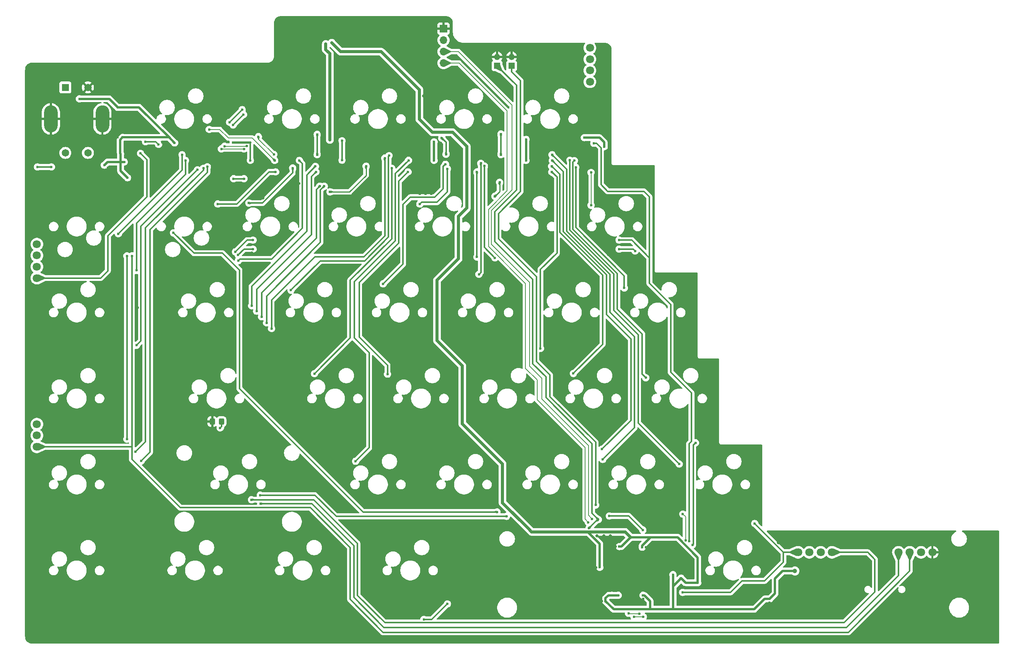
<source format=gbr>
%TF.GenerationSoftware,KiCad,Pcbnew,8.0.4*%
%TF.CreationDate,2025-06-27T14:04:57-05:00*%
%TF.ProjectId,numlocked_shift,6e756d6c-6f63-46b6-9564-5f7368696674,rev?*%
%TF.SameCoordinates,Original*%
%TF.FileFunction,Copper,L1,Top*%
%TF.FilePolarity,Positive*%
%FSLAX46Y46*%
G04 Gerber Fmt 4.6, Leading zero omitted, Abs format (unit mm)*
G04 Created by KiCad (PCBNEW 8.0.4) date 2025-06-27 14:04:57*
%MOMM*%
%LPD*%
G01*
G04 APERTURE LIST*
G04 Aperture macros list*
%AMRoundRect*
0 Rectangle with rounded corners*
0 $1 Rounding radius*
0 $2 $3 $4 $5 $6 $7 $8 $9 X,Y pos of 4 corners*
0 Add a 4 corners polygon primitive as box body*
4,1,4,$2,$3,$4,$5,$6,$7,$8,$9,$2,$3,0*
0 Add four circle primitives for the rounded corners*
1,1,$1+$1,$2,$3*
1,1,$1+$1,$4,$5*
1,1,$1+$1,$6,$7*
1,1,$1+$1,$8,$9*
0 Add four rect primitives between the rounded corners*
20,1,$1+$1,$2,$3,$4,$5,0*
20,1,$1+$1,$4,$5,$6,$7,0*
20,1,$1+$1,$6,$7,$8,$9,0*
20,1,$1+$1,$8,$9,$2,$3,0*%
G04 Aperture macros list end*
%TA.AperFunction,ComponentPad*%
%ADD10R,1.350000X1.350000*%
%TD*%
%TA.AperFunction,ComponentPad*%
%ADD11O,1.350000X1.350000*%
%TD*%
%TA.AperFunction,ComponentPad*%
%ADD12C,4.400000*%
%TD*%
%TA.AperFunction,ComponentPad*%
%ADD13C,1.800000*%
%TD*%
%TA.AperFunction,SMDPad,CuDef*%
%ADD14RoundRect,0.250000X-0.325000X-0.450000X0.325000X-0.450000X0.325000X0.450000X-0.325000X0.450000X0*%
%TD*%
%TA.AperFunction,ComponentPad*%
%ADD15R,1.700000X1.700000*%
%TD*%
%TA.AperFunction,ComponentPad*%
%ADD16O,1.700000X1.700000*%
%TD*%
%TA.AperFunction,ComponentPad*%
%ADD17R,1.650000X1.650000*%
%TD*%
%TA.AperFunction,ComponentPad*%
%ADD18C,1.650000*%
%TD*%
%TA.AperFunction,ComponentPad*%
%ADD19O,3.000000X6.000000*%
%TD*%
%TA.AperFunction,ViaPad*%
%ADD20C,0.609600*%
%TD*%
%TA.AperFunction,ViaPad*%
%ADD21C,0.600000*%
%TD*%
%TA.AperFunction,ViaPad*%
%ADD22C,0.700000*%
%TD*%
%TA.AperFunction,ViaPad*%
%ADD23C,1.000000*%
%TD*%
%TA.AperFunction,ViaPad*%
%ADD24C,0.762000*%
%TD*%
%TA.AperFunction,Conductor*%
%ADD25C,0.300000*%
%TD*%
%TA.AperFunction,Conductor*%
%ADD26C,0.700000*%
%TD*%
%TA.AperFunction,Conductor*%
%ADD27C,0.500000*%
%TD*%
%TA.AperFunction,Conductor*%
%ADD28C,0.200000*%
%TD*%
%TA.AperFunction,Conductor*%
%ADD29C,0.254000*%
%TD*%
G04 APERTURE END LIST*
D10*
%TO.P,J2,1,Pin_1*%
%TO.N,/~{USB BOOT}*%
X131400000Y-36900000D03*
D11*
%TO.P,J2,2,Pin_2*%
%TO.N,GND*%
X131400000Y-34900000D03*
%TD*%
D12*
%TO.P,H1,1,1*%
%TO.N,GND*%
X30460450Y-39710000D03*
%TD*%
%TO.P,H4,1,1*%
%TO.N,GND*%
X239154200Y-161400000D03*
%TD*%
%TO.P,H5,1,1*%
%TO.N,GND*%
X52654200Y-139166600D03*
%TD*%
D10*
%TO.P,J1,1,Pin_1*%
%TO.N,/~{reset}*%
X134600000Y-36900000D03*
D11*
%TO.P,J1,2,Pin_2*%
%TO.N,GND*%
X134600000Y-34900000D03*
%TD*%
D13*
%TO.P,J7,1,Pin_1*%
%TO.N,/Encoder B*%
X220208600Y-144666600D03*
%TO.P,J7,2,Pin_2*%
%TO.N,/numpadCheckWire*%
X222708600Y-144666600D03*
%TO.P,J7,3,Pin_3*%
%TO.N,/rightCheckWire*%
X225208600Y-144666600D03*
%TO.P,J7,4,Pin_4*%
%TO.N,GND*%
X227708600Y-144666600D03*
%TD*%
%TO.P,J6,1,Pin_1*%
%TO.N,/CLK*%
X197992800Y-144666600D03*
%TO.P,J6,2,Pin_2*%
%TO.N,/capsLED*%
X200492800Y-144666600D03*
%TO.P,J6,3,Pin_3*%
%TO.N,/numlockLED{slash}scrlockLED*%
X202992800Y-144666600D03*
%TO.P,J6,4,Pin_4*%
%TO.N,/Encoder A*%
X205492800Y-144666600D03*
%TD*%
D12*
%TO.P,H3,1,1*%
%TO.N,GND*%
X30460450Y-161400000D03*
%TD*%
D14*
%TO.P,D2,1,K*%
%TO.N,GND*%
X68375000Y-115700000D03*
%TO.P,D2,2,A*%
%TO.N,Net-(D2-A)*%
X70425000Y-115700000D03*
%TD*%
D12*
%TO.P,H7,1,1*%
%TO.N,GND*%
X133616700Y-120116600D03*
%TD*%
D15*
%TO.P,Brd1,1,GND*%
%TO.N,GND*%
X119545200Y-28664600D03*
D16*
%TO.P,Brd1,2,VCC*%
%TO.N,+3V3*%
X119545200Y-31204600D03*
%TO.P,Brd1,3,SCL*%
%TO.N,/SSD1306 SCL*%
X119545200Y-33744600D03*
%TO.P,Brd1,4,SDA*%
%TO.N,/SSD1306 SDA*%
X119545200Y-36284600D03*
%TD*%
D17*
%TO.P,MT1,1*%
%TO.N,/ENC_MAIN_SW*%
X35866700Y-41679100D03*
D18*
%TO.P,MT1,2*%
%TO.N,GND*%
X40866700Y-41679100D03*
%TO.P,MT1,A,A*%
%TO.N,Net-(MT1-PadA)*%
X35866700Y-56179100D03*
%TO.P,MT1,B,B*%
%TO.N,Net-(MT1-PadB)*%
X40866700Y-56179100D03*
%TO.P,MT1,COM,COM*%
%TO.N,GND*%
X38366700Y-56179100D03*
D19*
%TO.P,MT1,S1,SHIELD*%
X32666700Y-48679100D03*
%TO.P,MT1,S2,SHIELD__1*%
X44066700Y-48679100D03*
%TD*%
D12*
%TO.P,H6,1,1*%
%TO.N,GND*%
X147904200Y-82016600D03*
%TD*%
%TO.P,H2,1,1*%
%TO.N,GND*%
X142500000Y-36600000D03*
%TD*%
D13*
%TO.P,J5,1,Pin_1*%
%TO.N,VBUS*%
X151929200Y-32927600D03*
%TO.P,J5,2,Pin_2*%
%TO.N,/SH*%
X151929200Y-35427600D03*
%TO.P,J5,3,Pin_3*%
%TO.N,/Serialout-Numpad*%
X151929200Y-37927600D03*
%TO.P,J5,4,Pin_4*%
%TO.N,/Serialout-Right*%
X151929200Y-40427600D03*
%TD*%
%TO.P,J3,1,Pin_1*%
%TO.N,VBUS*%
X29579200Y-76409100D03*
%TO.P,J3,2,Pin_2*%
%TO.N,/SH*%
X29579200Y-78909100D03*
%TO.P,J3,3,Pin_3*%
%TO.N,/CLK*%
X29579200Y-81409100D03*
%TO.P,J3,4,Pin_4*%
%TO.N,/Serialout-Numpad*%
X29579200Y-83909100D03*
%TD*%
%TO.P,J4,1,Pin_1*%
%TO.N,/Encoder A*%
X29579200Y-116289100D03*
%TO.P,J4,2,Pin_2*%
%TO.N,/Encoder B*%
X29579200Y-118789100D03*
%TO.P,J4,3,Pin_3*%
%TO.N,/numpadCheckWire*%
X29579200Y-121289100D03*
%TO.P,J4,4,Pin_4*%
%TO.N,GND*%
X29579200Y-123789100D03*
%TD*%
D20*
%TO.N,Net-(RN6-R4.1)*%
X132257800Y-52000000D03*
X132257800Y-56591200D03*
D21*
%TO.N,+3V3*%
X172100000Y-150400000D03*
X48900000Y-58200000D03*
X158442784Y-143402887D03*
D22*
X94810000Y-31770000D03*
D21*
X49625000Y-61700000D03*
X175800000Y-151400000D03*
X60050600Y-53975000D03*
X137800000Y-57850000D03*
X76800000Y-53875000D03*
D22*
X93500000Y-32060000D03*
D23*
X197300000Y-148800000D03*
D21*
X138400000Y-139500000D03*
X76796222Y-57836200D03*
X137800000Y-53200000D03*
X117450000Y-57836200D03*
X191700000Y-154999997D03*
X158200000Y-154200000D03*
X44500000Y-58900000D03*
X97100000Y-57800000D03*
X170319547Y-149631034D03*
X163695255Y-154193784D03*
X39000000Y-44200000D03*
D22*
X94390000Y-53301200D03*
D21*
X48601479Y-52750000D03*
X73000000Y-53875000D03*
X117450000Y-53750000D03*
X155100000Y-54800000D03*
X163495200Y-143550000D03*
X47500000Y-46100000D03*
X154107950Y-147999430D03*
X150700000Y-52800000D03*
X48100829Y-56449374D03*
X155396067Y-155495751D03*
X156800000Y-154200000D03*
X97100000Y-53500000D03*
%TO.N,/SSD1306 SCL*%
X152423200Y-137276800D03*
%TO.N,/SSD1306 SDA*%
X151587500Y-138012500D03*
%TO.N,/~{reset}*%
X173100000Y-142000000D03*
X153200000Y-134200000D03*
X172500000Y-136200000D03*
%TO.N,/~{USB BOOT}*%
X153789400Y-137410600D03*
X151749973Y-139300000D03*
%TO.N,/SH*%
X71100000Y-54700000D03*
X158400000Y-75500000D03*
X73500000Y-78100000D03*
X173869222Y-142219778D03*
X152813319Y-54057455D03*
X77400000Y-75500000D03*
X76000000Y-54695200D03*
%TO.N,/Serialout-Numpad*%
X52500000Y-56300000D03*
X75000000Y-46600000D03*
X72200000Y-49400000D03*
%TO.N,/CLK*%
X75400000Y-55300000D03*
X158400000Y-77500000D03*
X161950000Y-77925000D03*
X70400000Y-55300000D03*
X188400000Y-138300000D03*
X74100000Y-78800000D03*
X172450000Y-153550000D03*
X77400000Y-77500000D03*
%TO.N,/numpadCheckWire*%
X50600000Y-79000000D03*
%TO.N,/Encoder B*%
X79075000Y-133925000D03*
%TO.N,/Encoder A*%
X77075000Y-133025000D03*
%TO.N,/Serialout-Right*%
X73000000Y-50000000D03*
X75300000Y-47700000D03*
%TO.N,/capsLED*%
X156226800Y-136626800D03*
X79000000Y-132000000D03*
X163650000Y-139725000D03*
X133500000Y-136700000D03*
%TO.N,/rightCheckWire*%
X131375000Y-135737600D03*
X59800000Y-73900000D03*
D20*
%TO.N,Net-(RN1-R2.1)*%
X82200000Y-57861200D03*
D21*
X67700000Y-51000000D03*
%TO.N,Net-(RN1-R3.1)*%
X86169200Y-59530800D03*
X76470800Y-67300000D03*
%TO.N,Net-(RN1-R1.1)*%
X82000000Y-56512800D03*
X78600000Y-52600000D03*
%TO.N,Net-(RN1-R4.1)*%
X69589200Y-67500000D03*
X82400000Y-60401200D03*
%TO.N,Net-(RN2-R3.1)*%
X74150000Y-80050000D03*
X87638800Y-57861200D03*
%TO.N,Net-(RN2-R2.1)*%
X77100000Y-90050000D03*
X91200000Y-59156200D03*
D20*
%TO.N,Net-(RN2-R4.1)*%
X91592400Y-52100000D03*
X91592400Y-56591200D03*
D21*
%TO.N,Net-(RN2-R1.1)*%
X78200000Y-91250000D03*
X91338400Y-60401200D03*
D20*
%TO.N,Net-(RN3-R3.1)*%
X94437200Y-64817600D03*
X102412800Y-59131200D03*
D21*
%TO.N,Net-(RN3-R4.1)*%
X93167200Y-63558800D03*
X80400000Y-93850000D03*
%TO.N,Net-(RN3-R1.1)*%
X81500000Y-95100000D03*
X106553000Y-57344801D03*
%TO.N,Net-(RN3-R2.1)*%
X79300000Y-92500000D03*
X92176600Y-63550800D03*
%TO.N,Net-(RN4-R4.1)*%
X85800000Y-86600000D03*
X107500000Y-56800000D03*
%TO.N,Net-(RN4-R1.1)*%
X111700000Y-60401200D03*
X107156700Y-105200000D03*
%TO.N,Net-(RN4-R3.1)*%
X111800000Y-57836200D03*
X100100000Y-124500000D03*
%TO.N,Net-(RN4-R2.1)*%
X91000000Y-105100000D03*
X108100000Y-59600000D03*
%TO.N,Net-(RN5-R4.1)*%
X126951200Y-60401200D03*
X126949200Y-79250800D03*
%TO.N,Net-(RN5-R1.1)*%
X120100000Y-56500000D03*
X119160000Y-52910000D03*
%TO.N,Net-(RN5-R3.1)*%
X114300000Y-67500000D03*
X120400000Y-59700000D03*
%TO.N,Net-(RN5-R2.1)*%
X119987800Y-58687800D03*
X106200000Y-85200000D03*
%TO.N,Net-(RN6-R3.1)*%
X127376200Y-83069600D03*
D20*
X127800000Y-58500000D03*
%TO.N,Net-(RN6-R1.1)*%
X130900000Y-65800000D03*
X131953000Y-62700000D03*
D21*
%TO.N,Net-(RN6-R2.1)*%
X130921300Y-79428700D03*
X128600000Y-59100000D03*
%TO.N,Net-(RN7-R2.1)*%
X154600000Y-121818400D03*
D20*
X143611600Y-57861200D03*
D21*
%TO.N,Net-(RN7-R3.1)*%
X148254150Y-105054150D03*
D20*
X143484600Y-59131200D03*
%TO.N,Net-(RN7-R1.1)*%
X143560800Y-56591200D03*
D21*
X154781700Y-124100000D03*
D20*
%TO.N,Net-(RN7-R4.1)*%
X143510000Y-60401200D03*
D21*
X141000000Y-99500000D03*
%TO.N,Net-(RN8-R4.1)*%
X147500000Y-57800000D03*
X171700000Y-125100000D03*
%TO.N,Net-(RN8-R1.1)*%
X152200000Y-67800000D03*
X152200000Y-60521600D03*
%TO.N,Net-(RN8-R3.1)*%
X148500000Y-57900000D03*
X164300000Y-106000000D03*
%TO.N,Net-(RN8-R2.1)*%
X148825000Y-59375000D03*
X159544200Y-86100000D03*
%TO.N,/SerialOut*%
X174637950Y-143012050D03*
X175300000Y-120400000D03*
%TO.N,/RTC_SCL*%
X161700000Y-159000000D03*
X163750000Y-159000000D03*
%TO.N,/RTC_32KHZ*%
X162875026Y-158251203D03*
X160500000Y-158200000D03*
D22*
%TO.N,GND*%
X116200000Y-114800000D03*
D21*
X153400000Y-88700000D03*
D22*
X77100000Y-78400000D03*
X193600000Y-142500000D03*
X214350000Y-142550000D03*
D21*
X88800000Y-35500000D03*
D22*
X87600000Y-126000000D03*
D21*
X157642799Y-143397671D03*
D22*
X220204600Y-158200000D03*
X195100000Y-142500000D03*
X127830000Y-50990000D03*
D21*
X51400000Y-49200000D03*
D22*
X141800000Y-52260200D03*
X144700000Y-134500000D03*
X211350000Y-142550000D03*
X167700000Y-142600000D03*
X149400000Y-138300000D03*
X230500000Y-146100000D03*
D21*
X160804200Y-147032100D03*
X46500000Y-143600000D03*
X43500000Y-65100000D03*
D20*
X133604000Y-115087400D03*
D22*
X147800000Y-103100000D03*
D20*
X127450000Y-56550000D03*
D22*
X105100000Y-134600000D03*
D20*
X112600000Y-62900000D03*
D22*
X139000000Y-43300000D03*
X145800000Y-50900000D03*
D20*
X114274600Y-65252600D03*
D22*
X52100000Y-110000000D03*
D21*
X115800000Y-88500000D03*
D22*
X159000000Y-78700000D03*
D20*
X45262500Y-59500000D03*
D22*
X56600000Y-133200000D03*
X154000000Y-115600000D03*
D20*
X126600000Y-55318000D03*
D22*
X128000000Y-157000000D03*
X180150003Y-144000000D03*
X227700000Y-141800000D03*
X169300000Y-136200000D03*
X84600000Y-126000000D03*
D21*
X92000000Y-45500000D03*
D22*
X147600000Y-46500000D03*
D20*
X113870000Y-62900000D03*
D21*
X225350000Y-155050000D03*
X154596346Y-155495751D03*
D22*
X155600000Y-37600000D03*
D24*
X151900000Y-146964400D03*
D21*
X75700000Y-39680760D03*
D22*
X92300000Y-33600000D03*
D20*
X51400000Y-54600000D03*
X87000000Y-56700000D03*
D22*
X68400000Y-95600000D03*
X67608800Y-62891200D03*
X75100000Y-155400000D03*
D21*
X161820200Y-147032100D03*
D22*
X76600000Y-155400000D03*
X118100000Y-43600000D03*
X130700000Y-141100000D03*
D20*
X134874000Y-115087400D03*
D22*
X111900000Y-139200000D03*
X113800000Y-34000000D03*
X144800000Y-103100000D03*
D21*
X68200000Y-41700000D03*
X115300000Y-28700000D03*
X161820200Y-149064100D03*
D22*
X229200000Y-147300000D03*
X90800000Y-95900000D03*
X151000000Y-115600000D03*
D21*
X142700000Y-65700000D03*
D22*
X132045200Y-83413600D03*
X116600000Y-43600000D03*
X129330000Y-50990000D03*
D20*
X92430600Y-61950600D03*
D22*
X157300000Y-108300000D03*
X163700000Y-134200000D03*
X69200000Y-119300000D03*
D21*
X44381700Y-107418300D03*
D22*
X58400000Y-40000000D03*
X89300000Y-95900000D03*
D21*
X168641405Y-146903512D03*
D22*
X207900000Y-149500000D03*
D20*
X116814600Y-65252600D03*
D22*
X229200000Y-141800000D03*
X203682600Y-150400000D03*
X76500000Y-143600000D03*
D20*
X105333800Y-64973200D03*
D22*
X189700000Y-145400000D03*
X78000000Y-143600000D03*
D21*
X70600000Y-145600000D03*
D22*
X82500000Y-52325000D03*
D20*
X139369800Y-62153800D03*
D21*
X96800000Y-88500000D03*
D22*
X172950000Y-89000000D03*
X226200000Y-141800000D03*
X94400000Y-146500000D03*
X95900000Y-146500000D03*
D21*
X140900000Y-138500000D03*
X202000000Y-152100000D03*
X83900000Y-35100000D03*
D22*
X230500000Y-143100000D03*
D21*
X168406600Y-151300000D03*
D22*
X148200000Y-154400000D03*
X115000000Y-155900000D03*
X168400000Y-96600000D03*
X56900000Y-40000000D03*
D20*
X62805331Y-55205331D03*
X162175000Y-70000000D03*
X47400000Y-52700000D03*
D22*
X77100000Y-121100000D03*
X160700000Y-134200000D03*
D21*
X75300000Y-107500000D03*
D22*
X149100000Y-46500000D03*
X212850000Y-142550000D03*
X230500000Y-144600000D03*
X67700000Y-119300000D03*
X146400000Y-96200000D03*
X150600000Y-46500000D03*
X78100000Y-155400000D03*
X149400000Y-96200000D03*
X147900000Y-138300000D03*
X142000000Y-43300000D03*
D21*
X111056700Y-126456700D03*
D20*
X106300000Y-55318000D03*
D22*
X156500000Y-141050000D03*
X109700000Y-95900000D03*
D21*
X80100000Y-126400000D03*
D20*
X57300000Y-53800000D03*
D22*
X155600000Y-34600000D03*
X210900000Y-156100000D03*
X95000000Y-82500000D03*
X147500000Y-37700000D03*
D21*
X87200000Y-69400000D03*
D22*
X97500000Y-82500000D03*
X59150000Y-117050000D03*
X114700000Y-114800000D03*
D21*
X44381700Y-126618300D03*
X168200000Y-126600000D03*
X130100000Y-45500000D03*
D20*
X163445000Y-70000000D03*
D22*
X130038600Y-83413600D03*
X170800000Y-142700000D03*
D21*
X28800000Y-73000000D03*
D22*
X187675000Y-156200000D03*
D20*
X47100000Y-56500000D03*
D22*
X171700000Y-115300000D03*
X157500000Y-78700000D03*
D21*
X87650000Y-62941200D03*
D20*
X102793800Y-64973200D03*
D22*
X88200000Y-52000000D03*
X149000000Y-37700000D03*
X155000000Y-141050000D03*
X126330000Y-50990000D03*
X117900000Y-78500000D03*
D21*
X52200000Y-48500000D03*
D20*
X132334000Y-115087400D03*
D22*
X152500000Y-115600000D03*
X147500000Y-35600000D03*
X165400000Y-96600000D03*
D21*
X134800000Y-88500000D03*
D22*
X80100000Y-78400000D03*
X217804600Y-158200000D03*
X162200000Y-134200000D03*
X113400000Y-139200000D03*
X86100000Y-126000000D03*
X92500000Y-82500000D03*
D21*
X28800000Y-74500000D03*
X151700000Y-153200000D03*
D22*
X142500000Y-70000000D03*
X128800000Y-95900000D03*
X155800000Y-108300000D03*
X130300000Y-95900000D03*
X109700000Y-46230000D03*
D20*
X119900000Y-57700000D03*
X86000000Y-55300000D03*
D22*
X115300000Y-34000000D03*
X113200000Y-114800000D03*
X78600000Y-78400000D03*
D21*
X120600000Y-107700000D03*
D22*
X127300000Y-95900000D03*
X79600000Y-66200000D03*
X56600000Y-134700000D03*
X174700000Y-152500000D03*
D21*
X168400000Y-146300000D03*
D22*
X187250000Y-126900000D03*
X102700000Y-52225000D03*
X207900000Y-156100000D03*
X140500000Y-43300000D03*
X151200000Y-154400000D03*
X66900000Y-95600000D03*
X111200000Y-46230000D03*
D20*
X82296000Y-43281600D03*
X164300003Y-143550000D03*
D22*
X185400000Y-138100000D03*
D21*
X117437700Y-28539373D03*
D22*
X99200000Y-43600000D03*
X117000000Y-76500000D03*
X78100000Y-66200000D03*
X110400000Y-139200000D03*
D21*
X191700000Y-155800000D03*
D22*
X209400000Y-156100000D03*
X76500000Y-49000000D03*
X44400000Y-88500000D03*
D20*
X138099800Y-62153800D03*
X51500000Y-58206000D03*
D22*
X57650000Y-117050000D03*
X129200000Y-141100000D03*
X123900000Y-84500000D03*
X80100000Y-121100000D03*
D20*
X162836200Y-147032100D03*
X221361000Y-141986000D03*
D22*
X226200000Y-147300000D03*
X141700000Y-134500000D03*
X227700000Y-147300000D03*
X108200000Y-95900000D03*
D20*
X122284025Y-62002586D03*
X55500000Y-58000000D03*
D22*
X146300000Y-103100000D03*
D21*
X163702091Y-154993757D03*
D22*
X143200000Y-134500000D03*
D21*
X138900000Y-107800000D03*
D22*
X153500000Y-141050000D03*
D20*
X197993000Y-156032200D03*
D22*
X127700000Y-141100000D03*
X149250000Y-35600000D03*
X173200000Y-115300000D03*
X97700000Y-43600000D03*
X180025000Y-152500000D03*
D21*
X76700000Y-38600000D03*
D22*
X147300000Y-50900000D03*
X96200000Y-43600000D03*
X100500000Y-37000000D03*
X122200000Y-35100000D03*
D20*
X163150200Y-60083800D03*
D21*
X125344200Y-69800000D03*
X158700000Y-103500000D03*
D22*
X59900000Y-40000000D03*
X65400000Y-95600000D03*
X156000000Y-78700000D03*
X122700000Y-134500000D03*
X120900000Y-78500000D03*
D21*
X160804200Y-148048100D03*
D22*
X112700000Y-46230000D03*
D20*
X160905000Y-70000000D03*
D22*
X140000000Y-157000000D03*
X219100000Y-158200000D03*
X210900000Y-149500000D03*
D21*
X225359166Y-150880555D03*
D22*
X59000000Y-58500000D03*
X119400000Y-78500000D03*
D21*
X33905000Y-76029374D03*
D22*
X92300000Y-95900000D03*
D21*
X101500000Y-107500000D03*
X104500000Y-69200000D03*
D20*
X164420200Y-60083800D03*
D22*
X70700000Y-119300000D03*
D21*
X149100000Y-126500000D03*
X153307959Y-148003657D03*
X88800000Y-32200000D03*
D20*
X52200000Y-60750000D03*
D22*
X131038600Y-83413600D03*
D21*
X118200000Y-145600000D03*
D22*
X172200000Y-149200000D03*
D20*
X146900000Y-55321200D03*
D22*
X106600000Y-134600000D03*
D20*
X111388800Y-62941200D03*
X94615000Y-60858400D03*
D22*
X56600000Y-136200000D03*
D20*
X115544600Y-65252600D03*
D22*
X170200000Y-115300000D03*
D21*
X162836200Y-148048100D03*
D22*
X124200000Y-134500000D03*
D20*
X104063800Y-64973200D03*
D22*
X148800000Y-50900000D03*
X89700000Y-52000000D03*
X56150000Y-75500000D03*
D21*
X154542348Y-153581666D03*
D22*
X183700000Y-142800000D03*
D20*
X84836000Y-43281600D03*
D22*
X189200000Y-154600000D03*
X116800000Y-34000000D03*
X147200000Y-144297400D03*
X86700000Y-52000000D03*
X155600000Y-36100000D03*
D21*
X191400000Y-143600000D03*
D22*
X103600000Y-134600000D03*
D20*
X166446200Y-145516600D03*
D22*
X115100000Y-43600000D03*
D21*
X156700000Y-155400000D03*
X153300000Y-150723100D03*
D22*
X149700000Y-154400000D03*
X102000000Y-37000000D03*
X209400000Y-149500000D03*
D21*
X160832800Y-149064100D03*
D22*
X60650000Y-117050000D03*
X99000000Y-37000000D03*
X51800000Y-90500000D03*
X158800000Y-108300000D03*
X146400000Y-138300000D03*
X78600000Y-121100000D03*
X75000000Y-143600000D03*
D21*
X150400000Y-63800000D03*
D22*
X125700000Y-134500000D03*
D21*
X151100000Y-43600000D03*
D20*
X161880200Y-60083800D03*
D21*
X162836200Y-149064100D03*
D22*
X76600000Y-66200000D03*
X116500000Y-155900000D03*
D20*
X52200000Y-62600000D03*
D22*
X111200000Y-95900000D03*
X146000000Y-37700000D03*
D21*
X158200000Y-155300000D03*
D20*
X83566000Y-43281600D03*
D22*
X92900000Y-146500000D03*
X166900000Y-96600000D03*
D20*
X130100000Y-63655600D03*
D22*
X118000000Y-155900000D03*
D21*
X177700000Y-107600000D03*
D22*
X123900000Y-52225000D03*
X147900000Y-96200000D03*
D21*
%TO.N,Net-(RN10-R3.1)*%
X66450000Y-59600000D03*
X51400000Y-122350000D03*
%TO.N,Net-(RN10-R2.1)*%
X51600000Y-82200000D03*
X62450000Y-57861200D03*
%TO.N,Net-(RN10-R4.1)*%
X65102314Y-59923370D03*
X51600000Y-98800000D03*
%TO.N,Net-(RN10-R1.1)*%
X47600000Y-74100000D03*
X61700000Y-56591200D03*
%TO.N,Net-(RN11-R4.1)*%
X52654150Y-124454150D03*
X67300000Y-59250000D03*
%TO.N,Net-(U13-QH)*%
X73100000Y-61900000D03*
X75400000Y-61900000D03*
%TO.N,Net-(D2-A)*%
X70125000Y-117100000D03*
%TO.N,Net-(U9-I1)*%
X56500000Y-54300000D03*
X53600000Y-53700000D03*
%TO.N,/ENC_MAIN_A*%
X29700000Y-59300000D03*
X32800000Y-59300000D03*
%TO.N,/ENC_MAIN_B*%
X49500000Y-119600000D03*
X49500000Y-79000000D03*
%TO.N,/ENC_MAIN_SW*%
X115200000Y-159550000D03*
X120400000Y-156100000D03*
%TD*%
D25*
%TO.N,Net-(RN6-R4.1)*%
X132257800Y-56591200D02*
X132257800Y-52000000D01*
D26*
%TO.N,+3V3*%
X93500000Y-33300000D02*
X94400000Y-34200000D01*
D27*
X48100829Y-58300000D02*
X48100829Y-57729120D01*
D26*
X94400000Y-53291200D02*
X94390000Y-53301200D01*
D27*
X165250000Y-155481005D02*
X165250000Y-157300000D01*
X191700000Y-154999997D02*
X190600003Y-154999997D01*
X76800000Y-53875000D02*
X73000000Y-53875000D01*
X165250000Y-157300000D02*
X170319547Y-157300000D01*
X48601479Y-52750000D02*
X48550000Y-52750000D01*
D26*
X93500000Y-32060000D02*
X93500000Y-33300000D01*
X114200000Y-48710000D02*
X117110000Y-51620000D01*
D27*
X48004715Y-53614103D02*
X48000000Y-53618818D01*
X170319547Y-152230453D02*
X170319547Y-149631034D01*
X163893784Y-154193784D02*
X163943757Y-154243757D01*
D26*
X139050000Y-140150000D02*
X151500000Y-140150000D01*
X94810000Y-31770000D02*
X94810000Y-31785000D01*
D27*
X172100000Y-150400000D02*
X172100000Y-150440685D01*
X156800000Y-154200000D02*
X156053989Y-154200000D01*
X188300000Y-157300000D02*
X165250000Y-157300000D01*
D26*
X117110000Y-51620000D02*
X121550000Y-51620000D01*
D27*
X170319547Y-152221138D02*
X170319547Y-152230453D01*
D26*
X105780000Y-33770000D02*
X114200000Y-42190000D01*
X132600000Y-133700000D02*
X138400000Y-139500000D01*
X121550000Y-51620000D02*
X124690000Y-54760000D01*
D27*
X155396067Y-154857922D02*
X155396067Y-155495751D01*
X156800000Y-154200000D02*
X158200000Y-154200000D01*
D26*
X151500000Y-140150000D02*
X159750000Y-140150000D01*
D25*
X97100000Y-53500000D02*
X97100000Y-57800000D01*
D27*
X156053989Y-154200000D02*
X155396067Y-154857922D01*
X192900000Y-153799997D02*
X192900000Y-150500000D01*
X58825600Y-52750000D02*
X60050600Y-53975000D01*
X191700000Y-154999997D02*
X192900000Y-153799997D01*
X190600003Y-154999997D02*
X188300000Y-157300000D01*
X48200829Y-58200000D02*
X48900000Y-58200000D01*
X48004715Y-53295285D02*
X48004715Y-53614103D01*
X165350000Y-141350000D02*
X160950000Y-141350000D01*
X171350000Y-141350000D02*
X165350000Y-141350000D01*
D26*
X96795000Y-33770000D02*
X105780000Y-33770000D01*
D27*
X194600000Y-148800000D02*
X197300000Y-148800000D01*
X165250000Y-157300000D02*
X157200316Y-157300000D01*
D26*
X122860000Y-79640000D02*
X118100000Y-84400000D01*
D27*
X48000000Y-53618818D02*
X48000000Y-56348545D01*
X164012752Y-154243757D02*
X165250000Y-155481005D01*
D26*
X123700000Y-116200000D02*
X132600000Y-125100000D01*
D27*
X52175600Y-46100000D02*
X47500000Y-46100000D01*
D26*
X159750000Y-140150000D02*
X160950000Y-141350000D01*
D27*
X137800000Y-53200000D02*
X137800000Y-57850000D01*
X163495200Y-143204800D02*
X163495200Y-143550000D01*
X48100829Y-58300000D02*
X48200829Y-58200000D01*
D26*
X124690000Y-54760000D02*
X124690000Y-68410000D01*
D27*
X173100000Y-151400000D02*
X172100000Y-150400000D01*
X47500000Y-46100000D02*
X45600000Y-44200000D01*
X48000829Y-58200000D02*
X48100829Y-58100000D01*
D25*
X76796222Y-53878778D02*
X76800000Y-53875000D01*
D27*
X48100829Y-56449374D02*
X48100829Y-57729120D01*
X165350000Y-141350000D02*
X163495200Y-143204800D01*
X175800000Y-151400000D02*
X175800000Y-145800000D01*
D26*
X118100000Y-84400000D02*
X118100000Y-97750000D01*
X132600000Y-125100000D02*
X132600000Y-133700000D01*
D27*
X154107950Y-142789321D02*
X151500000Y-140181371D01*
X175800000Y-151400000D02*
X173100000Y-151400000D01*
D26*
X118100000Y-97750000D02*
X123700000Y-103350000D01*
D27*
X45200000Y-58200000D02*
X48000829Y-58200000D01*
X117450000Y-53750000D02*
X117450000Y-57836200D01*
D26*
X94400000Y-34200000D02*
X94400000Y-53291200D01*
D27*
X48601479Y-52750000D02*
X58825600Y-52750000D01*
X48000000Y-56348545D02*
X48100829Y-56449374D01*
X58825600Y-52750000D02*
X52175600Y-46100000D01*
X48100829Y-60175829D02*
X48100829Y-58300000D01*
D26*
X122860000Y-70240000D02*
X122860000Y-79640000D01*
D27*
X175800000Y-145800000D02*
X171350000Y-141350000D01*
D26*
X138400000Y-139500000D02*
X139050000Y-140150000D01*
D27*
X155100000Y-54800000D02*
X155100000Y-53850000D01*
X163695255Y-154193784D02*
X163893784Y-154193784D01*
X45600000Y-44200000D02*
X39000000Y-44200000D01*
X48550000Y-52750000D02*
X48004715Y-53295285D01*
D26*
X94810000Y-31785000D02*
X96795000Y-33770000D01*
X114200000Y-42190000D02*
X114200000Y-48710000D01*
D27*
X49625000Y-61700000D02*
X48100829Y-60175829D01*
X157200316Y-157300000D02*
X155396067Y-155495751D01*
X44500000Y-58900000D02*
X45200000Y-58200000D01*
D26*
X124690000Y-68410000D02*
X122860000Y-70240000D01*
D27*
X170319547Y-157300000D02*
X170319547Y-152230453D01*
X160950000Y-141350000D02*
X158897113Y-143402887D01*
X172100000Y-150440685D02*
X170319547Y-152221138D01*
D25*
X76796222Y-57836200D02*
X76796222Y-53878778D01*
D27*
X163943757Y-154243757D02*
X164012752Y-154243757D01*
X154050000Y-52800000D02*
X150700000Y-52800000D01*
D26*
X123700000Y-103350000D02*
X123700000Y-116200000D01*
D27*
X158897113Y-143402887D02*
X158442784Y-143402887D01*
X154107950Y-142789321D02*
X154107950Y-147999430D01*
X192900000Y-150500000D02*
X194600000Y-148800000D01*
X155100000Y-53850000D02*
X154050000Y-52800000D01*
X151500000Y-140181371D02*
X151500000Y-140150000D01*
D28*
%TO.N,/SSD1306 SCL*%
X138600000Y-84900000D02*
X130100000Y-76400000D01*
X152423200Y-137276800D02*
X151600000Y-136453600D01*
X141300000Y-110700000D02*
X141300000Y-106100000D01*
X122845527Y-33745527D02*
X119546127Y-33745527D01*
X134700000Y-64400000D02*
X134700000Y-45600000D01*
X130100000Y-76400000D02*
X130100000Y-69000000D01*
X151600000Y-121000000D02*
X141300000Y-110700000D01*
X130100000Y-69000000D02*
X134700000Y-64400000D01*
X151600000Y-136453600D02*
X151600000Y-121000000D01*
X138600000Y-103400000D02*
X138600000Y-84900000D01*
X134700000Y-45600000D02*
X122845527Y-33745527D01*
X141300000Y-106100000D02*
X138600000Y-103400000D01*
%TO.N,/SSD1306 SDA*%
X122984600Y-36284600D02*
X119545200Y-36284600D01*
X150900000Y-137325000D02*
X150900000Y-121500000D01*
X140300000Y-106500000D02*
X137700000Y-103900000D01*
X151587500Y-138012500D02*
X150900000Y-137325000D01*
X140300000Y-110900000D02*
X140300000Y-106500000D01*
X137700000Y-103900000D02*
X137700000Y-85100000D01*
X129500000Y-76900000D02*
X129500000Y-68700000D01*
X133600000Y-64600000D02*
X133600000Y-46900000D01*
X133600000Y-46900000D02*
X122984600Y-36284600D01*
X137700000Y-85100000D02*
X129500000Y-76900000D01*
X129500000Y-68700000D02*
X133600000Y-64600000D01*
X150900000Y-121500000D02*
X140300000Y-110900000D01*
D25*
%TO.N,/~{reset}*%
X140100000Y-102400000D02*
X140100000Y-83600000D01*
X153200000Y-120300000D02*
X153200000Y-134200000D01*
X153200000Y-120300000D02*
X143100000Y-110200000D01*
X140100000Y-83600000D02*
X131700000Y-75200000D01*
X131700000Y-75200000D02*
X131700000Y-69600000D01*
X136600000Y-40200000D02*
X134600000Y-38200000D01*
D28*
X173100000Y-142000000D02*
X173100000Y-136800000D01*
D25*
X143100000Y-110200000D02*
X143100000Y-105400000D01*
X143100000Y-105400000D02*
X140100000Y-102400000D01*
X131700000Y-69600000D02*
X136600000Y-64700000D01*
X134600000Y-38200000D02*
X134600000Y-36900000D01*
D28*
X173100000Y-136800000D02*
X172500000Y-136200000D01*
D25*
X136600000Y-64700000D02*
X136600000Y-40200000D01*
%TO.N,/~{USB BOOT}*%
X151749973Y-139300000D02*
X153639373Y-137410600D01*
X152400000Y-120600000D02*
X142200000Y-110400000D01*
X139300000Y-102900000D02*
X139300000Y-84200000D01*
X153789400Y-137410600D02*
X152400000Y-136021200D01*
X130900000Y-75800000D02*
X130900000Y-69200000D01*
X135678800Y-41232200D02*
X131400000Y-36953400D01*
X139300000Y-84200000D02*
X130900000Y-75800000D01*
X142200000Y-105800000D02*
X139300000Y-102900000D01*
X153639373Y-137410600D02*
X153789400Y-137410600D01*
X130900000Y-69200000D02*
X135678800Y-64421200D01*
X135678800Y-64421200D02*
X135678800Y-41232200D01*
X152400000Y-136021200D02*
X152400000Y-120600000D01*
X142200000Y-110400000D02*
X142200000Y-105800000D01*
%TO.N,/SH*%
X155900000Y-64700000D02*
X154400000Y-63200000D01*
D28*
X76000000Y-54695200D02*
X75995200Y-54700000D01*
D25*
X163900000Y-64700000D02*
X155900000Y-64700000D01*
X165100000Y-85075000D02*
X165100000Y-65900000D01*
X173872187Y-120627813D02*
X174400000Y-120100000D01*
X73500000Y-78100000D02*
X76100000Y-75500000D01*
X174400000Y-120100000D02*
X174400000Y-109350000D01*
X161175000Y-75500000D02*
X165100000Y-79425000D01*
X169800000Y-104750000D02*
X169800000Y-89775000D01*
X173869222Y-142219778D02*
X173872187Y-142216813D01*
X153407455Y-54057455D02*
X152813319Y-54057455D01*
X154400000Y-63200000D02*
X154400000Y-55050000D01*
X154400000Y-55050000D02*
X153407455Y-54057455D01*
X173872187Y-142216813D02*
X173872187Y-120627813D01*
X158400000Y-75500000D02*
X161175000Y-75500000D01*
X76100000Y-75500000D02*
X77400000Y-75500000D01*
D28*
X75995200Y-54700000D02*
X71100000Y-54700000D01*
D25*
X165100000Y-65900000D02*
X163900000Y-64700000D01*
X174400000Y-109350000D02*
X169800000Y-104750000D01*
X169800000Y-89775000D02*
X165100000Y-85075000D01*
%TO.N,/Serialout-Numpad*%
X75000000Y-46600000D02*
X72200000Y-49400000D01*
X43690900Y-83909100D02*
X45300000Y-82300000D01*
X45300000Y-82300000D02*
X45300000Y-74550000D01*
X53900000Y-65950000D02*
X53900000Y-57700000D01*
X29579200Y-83909100D02*
X43690900Y-83909100D01*
X53900000Y-57700000D02*
X52500000Y-56300000D01*
X45300000Y-74550000D02*
X53900000Y-65950000D01*
%TO.N,/CLK*%
X194766600Y-144666600D02*
X197992800Y-144666600D01*
X172450000Y-153550000D02*
X183050000Y-153550000D01*
D28*
X75400000Y-55300000D02*
X70400000Y-55300000D01*
D25*
X194766600Y-146833400D02*
X194766600Y-144666600D01*
X158400000Y-77500000D02*
X161525000Y-77500000D01*
X77400000Y-77500000D02*
X75400000Y-77500000D01*
X183050000Y-153550000D02*
X185600000Y-151000000D01*
X188400000Y-138300000D02*
X194766600Y-144666600D01*
X190600000Y-151000000D02*
X194766600Y-146833400D01*
X75400000Y-77500000D02*
X74100000Y-78800000D01*
X185600000Y-151000000D02*
X190600000Y-151000000D01*
X161525000Y-77500000D02*
X161950000Y-77925000D01*
%TO.N,/numpadCheckWire*%
X98900000Y-155100000D02*
X106200000Y-162400000D01*
X209100000Y-162400000D02*
X222708600Y-148791400D01*
X50600000Y-121300000D02*
X50600000Y-124100000D01*
X98900000Y-143600000D02*
X98900000Y-155100000D01*
X50600000Y-79000000D02*
X50600000Y-121419239D01*
X90075000Y-134775000D02*
X98900000Y-143600000D01*
X222708600Y-148791400D02*
X222708600Y-144666600D01*
X61275000Y-134775000D02*
X90075000Y-134775000D01*
X50600000Y-124100000D02*
X61275000Y-134775000D01*
X29590100Y-121300000D02*
X50600000Y-121300000D01*
X106200000Y-162400000D02*
X209100000Y-162400000D01*
%TO.N,/Encoder B*%
X106334400Y-161300000D02*
X208700000Y-161300000D01*
X99695000Y-143195000D02*
X90425000Y-133925000D01*
X99695000Y-154660600D02*
X99695000Y-143195000D01*
X106334400Y-161300000D02*
X99695000Y-154660600D01*
X208700000Y-161300000D02*
X220208600Y-149791400D01*
X90425000Y-133925000D02*
X79075000Y-133925000D01*
X220208600Y-149791400D02*
X220208600Y-144666600D01*
%TO.N,/Encoder A*%
X100500000Y-154200000D02*
X106550000Y-160250000D01*
X90825000Y-133025000D02*
X100500000Y-142700000D01*
X208200000Y-160250000D02*
X215000000Y-153450000D01*
X215000000Y-146250000D02*
X213416600Y-144666600D01*
X106550000Y-160250000D02*
X208200000Y-160250000D01*
X215000000Y-153450000D02*
X215000000Y-146250000D01*
X213416600Y-144666600D02*
X205492800Y-144666600D01*
X100500000Y-142700000D02*
X100500000Y-154200000D01*
X77075000Y-133025000D02*
X90825000Y-133025000D01*
%TO.N,/Serialout-Right*%
X75300000Y-47700000D02*
X73000000Y-50000000D01*
%TO.N,/capsLED*%
X133500000Y-136700000D02*
X95800000Y-136700000D01*
X156228500Y-136625100D02*
X160550100Y-136625100D01*
X160550100Y-136625100D02*
X163650000Y-139725000D01*
X95800000Y-136700000D02*
X91100000Y-132000000D01*
X156226800Y-136626800D02*
X156228500Y-136625100D01*
X91100000Y-132000000D02*
X79000000Y-132000000D01*
%TO.N,/rightCheckWire*%
X74400000Y-108400000D02*
X101737600Y-135737600D01*
X70600000Y-78400000D02*
X74400000Y-82200000D01*
X101737600Y-135737600D02*
X131375000Y-135737600D01*
X59800000Y-73900000D02*
X64300000Y-78400000D01*
X64300000Y-78400000D02*
X70600000Y-78400000D01*
X74400000Y-82200000D02*
X74400000Y-108400000D01*
D28*
%TO.N,Net-(RN1-R2.1)*%
X67700000Y-51000000D02*
X70050000Y-51000000D01*
X77223187Y-52900000D02*
X82184387Y-57861200D01*
X71950000Y-52900000D02*
X77223187Y-52900000D01*
X70050000Y-51000000D02*
X71950000Y-52900000D01*
X82184387Y-57861200D02*
X82200000Y-57861200D01*
D25*
%TO.N,Net-(RN1-R3.1)*%
X79489950Y-67300000D02*
X76470800Y-67300000D01*
D28*
X86169200Y-59530800D02*
X86200000Y-59561600D01*
D25*
X86169200Y-59530800D02*
X86169200Y-60620750D01*
X86169200Y-60620750D02*
X79489950Y-67300000D01*
D28*
%TO.N,Net-(RN1-R1.1)*%
X78600000Y-53100000D02*
X82000000Y-56500000D01*
X82000000Y-56500000D02*
X82000000Y-56512800D01*
X78600000Y-52600000D02*
X78600000Y-53100000D01*
D25*
%TO.N,Net-(RN1-R4.1)*%
X80898800Y-60401200D02*
X82400000Y-60401200D01*
X69589200Y-67500000D02*
X73800000Y-67500000D01*
X73800000Y-67500000D02*
X80898800Y-60401200D01*
%TO.N,Net-(RN2-R3.1)*%
X74500000Y-79700000D02*
X81500000Y-79700000D01*
X88300000Y-72900000D02*
X88300000Y-58522400D01*
X88300000Y-58522400D02*
X87638800Y-57861200D01*
X74150000Y-80050000D02*
X74500000Y-79700000D01*
X81500000Y-79700000D02*
X88300000Y-72900000D01*
%TO.N,Net-(RN2-R2.1)*%
X77100000Y-90050000D02*
X77100000Y-85700000D01*
X77100000Y-85700000D02*
X89300000Y-73500000D01*
X89300000Y-73500000D02*
X89300000Y-61056200D01*
X89300000Y-61056200D02*
X91200000Y-59156200D01*
%TO.N,Net-(RN2-R4.1)*%
X91592400Y-52100000D02*
X91592400Y-56591200D01*
%TO.N,Net-(RN2-R1.1)*%
X78200000Y-91250000D02*
X78200000Y-86400000D01*
X90300000Y-61439600D02*
X91338400Y-60401200D01*
X78200000Y-86400000D02*
X90300000Y-74300000D01*
X90300000Y-74300000D02*
X90300000Y-61439600D01*
D29*
%TO.N,Net-(RN3-R3.1)*%
X94437200Y-64817600D02*
X98733000Y-64817600D01*
X102412800Y-61137800D02*
X102412800Y-59131200D01*
X98733000Y-64817600D02*
X102412800Y-61137800D01*
D25*
%TO.N,Net-(RN3-R4.1)*%
X92300000Y-64426000D02*
X93167200Y-63558800D01*
X92300000Y-76000000D02*
X92300000Y-64426000D01*
X80400000Y-93850000D02*
X80400000Y-87900000D01*
X80400000Y-87900000D02*
X92300000Y-76000000D01*
%TO.N,Net-(RN3-R1.1)*%
X101900000Y-79200000D02*
X106559200Y-74540800D01*
X81500000Y-88800000D02*
X91100000Y-79200000D01*
X91100000Y-79200000D02*
X101900000Y-79200000D01*
X106559200Y-74540800D02*
X106559200Y-57351001D01*
X106559200Y-57351001D02*
X106553000Y-57344801D01*
X81500000Y-95100000D02*
X81500000Y-88800000D01*
%TO.N,Net-(RN3-R2.1)*%
X91400000Y-75050000D02*
X91400000Y-64327400D01*
X79300000Y-87150000D02*
X91400000Y-75050000D01*
X91400000Y-64327400D02*
X92176600Y-63550800D01*
X79300000Y-92500000D02*
X79300000Y-87150000D01*
%TO.N,Net-(RN4-R4.1)*%
X107376200Y-56923800D02*
X107500000Y-56800000D01*
X107376200Y-74823800D02*
X107376200Y-56923800D01*
X92300000Y-80100000D02*
X102100000Y-80100000D01*
X85800000Y-86600000D02*
X92300000Y-80100000D01*
X102100000Y-80100000D02*
X107376200Y-74823800D01*
%TO.N,Net-(RN4-R1.1)*%
X107156700Y-103256700D02*
X100900000Y-97000000D01*
X109677200Y-62424000D02*
X111700000Y-60401200D01*
X100900000Y-84900000D02*
X109677200Y-76122800D01*
X107156700Y-105200000D02*
X107156700Y-103256700D01*
X109677200Y-76122800D02*
X109677200Y-62424000D01*
X100900000Y-97000000D02*
X100900000Y-84900000D01*
%TO.N,Net-(RN4-R3.1)*%
X108856400Y-75693600D02*
X99800000Y-84750000D01*
X103100000Y-121500000D02*
X100100000Y-124500000D01*
X99800000Y-97200000D02*
X103100000Y-100500000D01*
X108856400Y-60779800D02*
X108856400Y-75693600D01*
X111800000Y-57836200D02*
X108856400Y-60779800D01*
X103100000Y-100500000D02*
X103100000Y-121500000D01*
X99800000Y-84750000D02*
X99800000Y-97200000D01*
%TO.N,Net-(RN4-R2.1)*%
X98900000Y-84400000D02*
X108100000Y-75200000D01*
X98900000Y-97200000D02*
X98900000Y-84400000D01*
X91000000Y-105100000D02*
X98900000Y-97200000D01*
X108100000Y-75200000D02*
X108100000Y-59600000D01*
D28*
%TO.N,Net-(RN5-R4.1)*%
X126951200Y-60401200D02*
X126951200Y-61076600D01*
D25*
X126951200Y-60401200D02*
X126949200Y-60403200D01*
X126949200Y-60403200D02*
X126949200Y-79250800D01*
%TO.N,Net-(RN5-R1.1)*%
X120100000Y-53850000D02*
X119160000Y-52910000D01*
X120100000Y-56500000D02*
X120100000Y-53850000D01*
%TO.N,Net-(RN5-R3.1)*%
X120400000Y-64800000D02*
X118100000Y-67100000D01*
X114700000Y-67100000D02*
X114300000Y-67500000D01*
X120400000Y-59700000D02*
X120400000Y-64800000D01*
X118100000Y-67100000D02*
X114700000Y-67100000D01*
%TO.N,Net-(RN5-R2.1)*%
X110600000Y-80800000D02*
X110600000Y-67600000D01*
X119500000Y-64100000D02*
X119500000Y-59175600D01*
X112200000Y-66000000D02*
X117600000Y-66000000D01*
X110600000Y-67600000D02*
X112200000Y-66000000D01*
X117600000Y-66000000D02*
X119500000Y-64100000D01*
X106200000Y-85200000D02*
X110600000Y-80800000D01*
X119500000Y-59175600D02*
X119987800Y-58687800D01*
%TO.N,Net-(RN6-R3.1)*%
X127800000Y-58500000D02*
X127800000Y-82645800D01*
X127800000Y-82645800D02*
X127376200Y-83069600D01*
D29*
%TO.N,Net-(RN6-R1.1)*%
X130900000Y-65800000D02*
X131953000Y-64747000D01*
X131953000Y-64747000D02*
X131953000Y-62700000D01*
D25*
%TO.N,Net-(RN6-R2.1)*%
X130921300Y-79428700D02*
X128600000Y-77107400D01*
X128600000Y-77107400D02*
X128600000Y-59100000D01*
%TO.N,Net-(RN7-R2.1)*%
X146050000Y-73650000D02*
X155600000Y-83200000D01*
X146050000Y-60299600D02*
X146050000Y-73650000D01*
X161000000Y-97400000D02*
X161000000Y-115418400D01*
X143611600Y-57861200D02*
X146050000Y-60299600D01*
X155600000Y-92000000D02*
X161000000Y-97400000D01*
X155600000Y-83200000D02*
X155600000Y-92000000D01*
X161000000Y-115418400D02*
X154600000Y-121818400D01*
%TO.N,Net-(RN7-R3.1)*%
X145300000Y-73800000D02*
X154750000Y-83250000D01*
X154750000Y-83250000D02*
X154750000Y-98558300D01*
X154750000Y-98558300D02*
X148254150Y-105054150D01*
X143484600Y-59131200D02*
X145300000Y-60946600D01*
X145300000Y-60946600D02*
X145300000Y-73800000D01*
%TO.N,Net-(RN7-R1.1)*%
X146800000Y-59830400D02*
X146800000Y-73500000D01*
X156400000Y-83100000D02*
X156400000Y-91500000D01*
X161800000Y-117081700D02*
X154781700Y-124100000D01*
X156400000Y-91500000D02*
X161800000Y-96900000D01*
X161800000Y-96900000D02*
X161800000Y-117081700D01*
X146800000Y-73500000D02*
X156400000Y-83100000D01*
X143560800Y-56591200D02*
X146800000Y-59830400D01*
%TO.N,Net-(RN7-R4.1)*%
X141000000Y-99500000D02*
X141000000Y-82000000D01*
X144659200Y-78340800D02*
X144659200Y-61550400D01*
X141000000Y-82000000D02*
X144659200Y-78340800D01*
X144659200Y-61550400D02*
X143510000Y-60401200D01*
%TO.N,Net-(RN8-R4.1)*%
X157200000Y-83000000D02*
X147500000Y-73300000D01*
X147500000Y-73300000D02*
X147500000Y-57800000D01*
X171700000Y-125100000D02*
X162600000Y-116000000D01*
X162600000Y-116000000D02*
X162600000Y-96500000D01*
X157200000Y-91100000D02*
X157200000Y-83000000D01*
X162600000Y-96500000D02*
X157200000Y-91100000D01*
D28*
%TO.N,Net-(RN8-R1.1)*%
X152200000Y-67800000D02*
X152200000Y-60521600D01*
D25*
%TO.N,Net-(RN8-R3.1)*%
X148175000Y-58225000D02*
X148175000Y-73075000D01*
X158000000Y-90800000D02*
X163500000Y-96300000D01*
X163500000Y-96300000D02*
X163500000Y-105200000D01*
X148500000Y-57900000D02*
X148175000Y-58225000D01*
X158000000Y-82900000D02*
X158000000Y-90800000D01*
X163500000Y-105200000D02*
X164300000Y-106000000D01*
X148175000Y-73075000D02*
X158000000Y-82900000D01*
%TO.N,Net-(RN8-R2.1)*%
X148823924Y-72723924D02*
X159544200Y-83444200D01*
X148823924Y-59376076D02*
X148823924Y-72723924D01*
X148825000Y-59375000D02*
X148823924Y-59376076D01*
X159544200Y-83444200D02*
X159544200Y-86100000D01*
%TO.N,/SerialOut*%
X174800000Y-142850000D02*
X174800000Y-120900000D01*
X174637950Y-143012050D02*
X174800000Y-142850000D01*
X174800000Y-120900000D02*
X175300000Y-120400000D01*
D28*
%TO.N,/RTC_SCL*%
X161700000Y-159000000D02*
X163750000Y-159000000D01*
%TO.N,/RTC_32KHZ*%
X160500000Y-158200000D02*
X160551203Y-158251203D01*
X160551203Y-158251203D02*
X162875026Y-158251203D01*
D25*
%TO.N,Net-(RN10-R3.1)*%
X53600000Y-120150000D02*
X53600000Y-72800000D01*
X51400000Y-122350000D02*
X53600000Y-120150000D01*
X66450000Y-59950000D02*
X66450000Y-59600000D01*
X53600000Y-72800000D02*
X66450000Y-59950000D01*
%TO.N,Net-(RN10-R2.1)*%
X62450000Y-60950000D02*
X62450000Y-57861200D01*
X51600000Y-82200000D02*
X51600000Y-71800000D01*
X51600000Y-71800000D02*
X62450000Y-60950000D01*
%TO.N,Net-(RN10-R4.1)*%
X52600000Y-97800000D02*
X51600000Y-98800000D01*
X65102314Y-59923370D02*
X65076630Y-59923370D01*
X52600000Y-72400000D02*
X52600000Y-97800000D01*
X65076630Y-59923370D02*
X52600000Y-72400000D01*
%TO.N,Net-(RN10-R1.1)*%
X61700000Y-60000000D02*
X61700000Y-56591200D01*
X47600000Y-74100000D02*
X61700000Y-60000000D01*
%TO.N,Net-(RN11-R4.1)*%
X52654150Y-124454150D02*
X54600000Y-122508300D01*
X67300000Y-60500000D02*
X67300000Y-59250000D01*
X54600000Y-73200000D02*
X67300000Y-60500000D01*
X54600000Y-122508300D02*
X54600000Y-73200000D01*
%TO.N,Net-(U13-QH)*%
X75400000Y-61900000D02*
X73100000Y-61900000D01*
%TO.N,Net-(D2-A)*%
X70425000Y-116800000D02*
X70425000Y-115700000D01*
X70125000Y-117100000D02*
X70425000Y-116800000D01*
%TO.N,Net-(U9-I1)*%
X56500000Y-54300000D02*
X55900000Y-53700000D01*
X55900000Y-53700000D02*
X53600000Y-53700000D01*
%TO.N,/ENC_MAIN_A*%
X32800000Y-59300000D02*
X29700000Y-59300000D01*
%TO.N,/ENC_MAIN_B*%
X49500000Y-79000000D02*
X49500000Y-119600000D01*
%TO.N,/ENC_MAIN_SW*%
X116950000Y-159550000D02*
X120400000Y-156100000D01*
X115200000Y-159550000D02*
X116950000Y-159550000D01*
%TD*%
%TA.AperFunction,Conductor*%
%TO.N,/Encoder A*%
G36*
X205847816Y-143840084D02*
G01*
X205848289Y-143840293D01*
X205861335Y-143846401D01*
X207286062Y-144513445D01*
X207292101Y-144520055D01*
X207292800Y-144524040D01*
X207292800Y-144809159D01*
X207289373Y-144817432D01*
X207286061Y-144819755D01*
X205848289Y-145492906D01*
X205839343Y-145493311D01*
X205832732Y-145487271D01*
X205832523Y-145486798D01*
X205493664Y-144671088D01*
X205493655Y-144662134D01*
X205493664Y-144662112D01*
X205832524Y-143846399D01*
X205838862Y-143840075D01*
X205847816Y-143840084D01*
G37*
%TD.AperFunction*%
%TD*%
%TA.AperFunction,Conductor*%
%TO.N,Net-(RN1-R1.1)*%
G36*
X78866939Y-52710554D02*
G01*
X78873263Y-52716894D01*
X78873483Y-52725247D01*
X78742303Y-53097495D01*
X78739541Y-53101879D01*
X78611230Y-53230190D01*
X78602957Y-53233617D01*
X78594684Y-53230190D01*
X78592603Y-53227366D01*
X78328791Y-52726120D01*
X78327971Y-52717203D01*
X78333696Y-52710317D01*
X78334625Y-52709878D01*
X78594795Y-52601171D01*
X78603748Y-52601145D01*
X78866939Y-52710554D01*
G37*
%TD.AperFunction*%
%TD*%
%TA.AperFunction,Conductor*%
%TO.N,Net-(RN5-R1.1)*%
G36*
X120249244Y-55903427D02*
G01*
X120252289Y-55908734D01*
X120374584Y-56375354D01*
X120373366Y-56384225D01*
X120367777Y-56389116D01*
X120104511Y-56499115D01*
X120095556Y-56499142D01*
X120095489Y-56499115D01*
X119832222Y-56389116D01*
X119825910Y-56382764D01*
X119825415Y-56375354D01*
X119947711Y-55908734D01*
X119953124Y-55901600D01*
X119959029Y-55900000D01*
X120240971Y-55900000D01*
X120249244Y-55903427D01*
G37*
%TD.AperFunction*%
%TD*%
%TA.AperFunction,Conductor*%
%TO.N,Net-(RN6-R3.1)*%
G36*
X127804510Y-58500884D02*
G01*
X128072167Y-58612702D01*
X128078480Y-58619053D01*
X128078961Y-58626516D01*
X127952318Y-59100918D01*
X127946873Y-59108027D01*
X127941014Y-59109600D01*
X127658986Y-59109600D01*
X127650713Y-59106173D01*
X127647682Y-59100918D01*
X127521038Y-58626516D01*
X127522215Y-58617639D01*
X127527830Y-58612702D01*
X127795490Y-58500883D01*
X127804445Y-58500857D01*
X127804510Y-58500884D01*
G37*
%TD.AperFunction*%
%TD*%
%TA.AperFunction,Conductor*%
%TO.N,Net-(RN7-R2.1)*%
G36*
X143892699Y-57748467D02*
G01*
X143898316Y-57753404D01*
X144144217Y-58178408D01*
X144145394Y-58187285D01*
X144142363Y-58192540D01*
X143942940Y-58391963D01*
X143934667Y-58395390D01*
X143928808Y-58393817D01*
X143503804Y-58147916D01*
X143498359Y-58140807D01*
X143498839Y-58133345D01*
X143609036Y-57865013D01*
X143615349Y-57858663D01*
X143883745Y-57748440D01*
X143892699Y-57748467D01*
G37*
%TD.AperFunction*%
%TD*%
%TA.AperFunction,Conductor*%
%TO.N,Net-(RN2-R4.1)*%
G36*
X91596910Y-52100884D02*
G01*
X91864567Y-52212702D01*
X91870880Y-52219053D01*
X91871361Y-52226516D01*
X91744718Y-52700918D01*
X91739273Y-52708027D01*
X91733414Y-52709600D01*
X91451386Y-52709600D01*
X91443113Y-52706173D01*
X91440082Y-52700918D01*
X91313438Y-52226516D01*
X91314615Y-52217639D01*
X91320230Y-52212702D01*
X91587890Y-52100883D01*
X91596845Y-52100857D01*
X91596910Y-52100884D01*
G37*
%TD.AperFunction*%
%TD*%
%TA.AperFunction,Conductor*%
%TO.N,Net-(RN3-R3.1)*%
G36*
X102417310Y-59132084D02*
G01*
X102684550Y-59243728D01*
X102690863Y-59250079D01*
X102691204Y-59258025D01*
X102542371Y-59732601D01*
X102536625Y-59739470D01*
X102531207Y-59740800D01*
X102294393Y-59740800D01*
X102286120Y-59737373D01*
X102283229Y-59732601D01*
X102227402Y-59554591D01*
X102134395Y-59258023D01*
X102135189Y-59249106D01*
X102141048Y-59243728D01*
X102408290Y-59132083D01*
X102417245Y-59132057D01*
X102417310Y-59132084D01*
G37*
%TD.AperFunction*%
%TD*%
%TA.AperFunction,Conductor*%
%TO.N,/Serialout-Numpad*%
G36*
X29934216Y-83082584D02*
G01*
X29934689Y-83082793D01*
X29947735Y-83088901D01*
X31372462Y-83755945D01*
X31378501Y-83762555D01*
X31379200Y-83766540D01*
X31379200Y-84051659D01*
X31375773Y-84059932D01*
X31372461Y-84062255D01*
X29934689Y-84735406D01*
X29925743Y-84735811D01*
X29919132Y-84729771D01*
X29918923Y-84729298D01*
X29580064Y-83913588D01*
X29580055Y-83904634D01*
X29580064Y-83904612D01*
X29918924Y-83088899D01*
X29925262Y-83082575D01*
X29934216Y-83082584D01*
G37*
%TD.AperFunction*%
%TD*%
%TA.AperFunction,Conductor*%
%TO.N,Net-(RN2-R3.1)*%
G36*
X87915509Y-57750285D02*
G01*
X87921098Y-57755176D01*
X88164573Y-58171604D01*
X88165791Y-58180474D01*
X88162746Y-58185781D01*
X87963381Y-58385146D01*
X87955108Y-58388573D01*
X87949204Y-58386973D01*
X87532776Y-58143498D01*
X87527363Y-58136364D01*
X87527857Y-58128956D01*
X87636236Y-57865014D01*
X87642546Y-57858664D01*
X87906556Y-57750258D01*
X87915509Y-57750285D01*
G37*
%TD.AperFunction*%
%TD*%
%TA.AperFunction,Conductor*%
%TO.N,Net-(RN1-R3.1)*%
G36*
X77062067Y-67147711D02*
G01*
X77069200Y-67153123D01*
X77070800Y-67159028D01*
X77070800Y-67440971D01*
X77067373Y-67449244D01*
X77062066Y-67452289D01*
X76595445Y-67574584D01*
X76586574Y-67573366D01*
X76581683Y-67567777D01*
X76570702Y-67541497D01*
X76471683Y-67304509D01*
X76471657Y-67295556D01*
X76471662Y-67295542D01*
X76581683Y-67032221D01*
X76588035Y-67025910D01*
X76595445Y-67025415D01*
X77062067Y-67147711D01*
G37*
%TD.AperFunction*%
%TD*%
%TA.AperFunction,Conductor*%
%TO.N,/~{USB BOOT}*%
G36*
X153478992Y-136884825D02*
G01*
X153895423Y-137128301D01*
X153900836Y-137135435D01*
X153900341Y-137142845D01*
X153791963Y-137406784D01*
X153785651Y-137413136D01*
X153785584Y-137413163D01*
X153521645Y-137521541D01*
X153512690Y-137521514D01*
X153507101Y-137516623D01*
X153263625Y-137100193D01*
X153262408Y-137091325D01*
X153265451Y-137086020D01*
X153464819Y-136886652D01*
X153473091Y-136883226D01*
X153478992Y-136884825D01*
G37*
%TD.AperFunction*%
%TD*%
%TA.AperFunction,Conductor*%
%TO.N,/Encoder B*%
G36*
X221028798Y-145006323D02*
G01*
X221035124Y-145012662D01*
X221035115Y-145021616D01*
X221034906Y-145022089D01*
X220361755Y-146459861D01*
X220355144Y-146465901D01*
X220351159Y-146466600D01*
X220066041Y-146466600D01*
X220057768Y-146463173D01*
X220055445Y-146459861D01*
X219382293Y-145022089D01*
X219381888Y-145013143D01*
X219387928Y-145006532D01*
X219388374Y-145006334D01*
X220204112Y-144667463D01*
X220213065Y-144667455D01*
X221028798Y-145006323D01*
G37*
%TD.AperFunction*%
%TD*%
%TA.AperFunction,Conductor*%
%TO.N,Net-(RN7-R4.1)*%
G36*
X143791099Y-60288467D02*
G01*
X143796716Y-60293404D01*
X144042617Y-60718408D01*
X144043794Y-60727285D01*
X144040763Y-60732540D01*
X143841340Y-60931963D01*
X143833067Y-60935390D01*
X143827208Y-60933817D01*
X143402204Y-60687916D01*
X143396759Y-60680807D01*
X143397239Y-60673345D01*
X143507436Y-60405013D01*
X143513749Y-60398663D01*
X143782145Y-60288440D01*
X143791099Y-60288467D01*
G37*
%TD.AperFunction*%
%TD*%
%TA.AperFunction,Conductor*%
%TO.N,Net-(RN3-R3.1)*%
G36*
X95038602Y-64688029D02*
G01*
X95045470Y-64693774D01*
X95046800Y-64699192D01*
X95046800Y-64936007D01*
X95043373Y-64944280D01*
X95038601Y-64947171D01*
X94564025Y-65096004D01*
X94555106Y-65095210D01*
X94549728Y-65089350D01*
X94438084Y-64822110D01*
X94438057Y-64813155D01*
X94438084Y-64813090D01*
X94549728Y-64545849D01*
X94556079Y-64539536D01*
X94564023Y-64539195D01*
X95038602Y-64688029D01*
G37*
%TD.AperFunction*%
%TD*%
%TA.AperFunction,Conductor*%
%TO.N,/CLK*%
G36*
X197652867Y-143845928D02*
G01*
X197653076Y-143846401D01*
X197991935Y-144662112D01*
X197991944Y-144671066D01*
X197991935Y-144671088D01*
X197653076Y-145486798D01*
X197646737Y-145493124D01*
X197637783Y-145493115D01*
X197637310Y-145492906D01*
X196199539Y-144819755D01*
X196193499Y-144813144D01*
X196192800Y-144809159D01*
X196192800Y-144524040D01*
X196196227Y-144515767D01*
X196199535Y-144513446D01*
X197637310Y-143840292D01*
X197646256Y-143839888D01*
X197652867Y-143845928D01*
G37*
%TD.AperFunction*%
%TD*%
%TA.AperFunction,Conductor*%
%TO.N,/~{USB BOOT}*%
G36*
X152074554Y-138776053D02*
G01*
X152273919Y-138975418D01*
X152277346Y-138983691D01*
X152275746Y-138989596D01*
X152032271Y-139406023D01*
X152025137Y-139411436D01*
X152017727Y-139410941D01*
X151753788Y-139302563D01*
X151747436Y-139296251D01*
X151747409Y-139296184D01*
X151639031Y-139032245D01*
X151639058Y-139023290D01*
X151643947Y-139017702D01*
X152060379Y-138774225D01*
X152069247Y-138773008D01*
X152074554Y-138776053D01*
G37*
%TD.AperFunction*%
%TD*%
%TA.AperFunction,Conductor*%
%TO.N,Net-(RN3-R1.1)*%
G36*
X106820658Y-57455634D02*
G01*
X106820885Y-57455729D01*
X106827197Y-57462081D01*
X106827725Y-57469362D01*
X106711415Y-57934705D01*
X106706084Y-57941900D01*
X106700064Y-57943568D01*
X106418112Y-57943568D01*
X106409839Y-57940141D01*
X106406832Y-57934976D01*
X106278572Y-57469535D01*
X106279678Y-57460652D01*
X106285339Y-57455635D01*
X106548490Y-57345684D01*
X106557444Y-57345658D01*
X106820658Y-57455634D01*
G37*
%TD.AperFunction*%
%TD*%
%TA.AperFunction,Conductor*%
%TO.N,/SSD1306 SDA*%
G36*
X119880966Y-35504559D02*
G01*
X119881692Y-35504891D01*
X121238721Y-36181370D01*
X121244595Y-36188127D01*
X121245200Y-36191840D01*
X121245200Y-36377359D01*
X121241773Y-36385632D01*
X121238720Y-36387830D01*
X119881697Y-37064306D01*
X119872764Y-37064930D01*
X119866006Y-37059055D01*
X119865672Y-37058324D01*
X119546065Y-36289089D01*
X119546056Y-36280134D01*
X119546065Y-36280111D01*
X119865672Y-35510874D01*
X119872011Y-35504550D01*
X119880966Y-35504559D01*
G37*
%TD.AperFunction*%
%TD*%
%TA.AperFunction,Conductor*%
%TO.N,/Encoder B*%
G36*
X79666267Y-133772711D02*
G01*
X79673400Y-133778123D01*
X79675000Y-133784028D01*
X79675000Y-134065971D01*
X79671573Y-134074244D01*
X79666266Y-134077289D01*
X79199645Y-134199584D01*
X79190774Y-134198366D01*
X79185883Y-134192777D01*
X79174902Y-134166497D01*
X79075883Y-133929509D01*
X79075857Y-133920556D01*
X79075862Y-133920542D01*
X79185883Y-133657221D01*
X79192235Y-133650910D01*
X79199645Y-133650415D01*
X79666267Y-133772711D01*
G37*
%TD.AperFunction*%
%TD*%
%TA.AperFunction,Conductor*%
%TO.N,Net-(RN3-R2.1)*%
G36*
X91908843Y-63439857D02*
G01*
X92091611Y-63514905D01*
X92172784Y-63548236D01*
X92179136Y-63554548D01*
X92179163Y-63554615D01*
X92287541Y-63818554D01*
X92287514Y-63827509D01*
X92282623Y-63833098D01*
X91866196Y-64076573D01*
X91857325Y-64077791D01*
X91852018Y-64074746D01*
X91652653Y-63875381D01*
X91649226Y-63867108D01*
X91650824Y-63861207D01*
X91894302Y-63444774D01*
X91901435Y-63439363D01*
X91908843Y-63439857D01*
G37*
%TD.AperFunction*%
%TD*%
%TA.AperFunction,Conductor*%
%TO.N,Net-(RN7-R3.1)*%
G36*
X143765699Y-59018467D02*
G01*
X143771316Y-59023404D01*
X144017217Y-59448408D01*
X144018394Y-59457285D01*
X144015363Y-59462540D01*
X143815940Y-59661963D01*
X143807667Y-59665390D01*
X143801808Y-59663817D01*
X143376804Y-59417916D01*
X143371359Y-59410807D01*
X143371839Y-59403345D01*
X143482036Y-59135013D01*
X143488349Y-59128663D01*
X143756745Y-59018440D01*
X143765699Y-59018467D01*
G37*
%TD.AperFunction*%
%TD*%
%TA.AperFunction,Conductor*%
%TO.N,Net-(RN2-R1.1)*%
G36*
X91070643Y-60290257D02*
G01*
X91253411Y-60365305D01*
X91334584Y-60398636D01*
X91340936Y-60404948D01*
X91340963Y-60405015D01*
X91449341Y-60668954D01*
X91449314Y-60677909D01*
X91444423Y-60683498D01*
X91027996Y-60926973D01*
X91019125Y-60928191D01*
X91013818Y-60925146D01*
X90814453Y-60725781D01*
X90811026Y-60717508D01*
X90812624Y-60711607D01*
X91056102Y-60295174D01*
X91063235Y-60289763D01*
X91070643Y-60290257D01*
G37*
%TD.AperFunction*%
%TD*%
%TA.AperFunction,Conductor*%
%TO.N,Net-(RN2-R4.1)*%
G36*
X91741687Y-55985027D02*
G01*
X91744718Y-55990282D01*
X91871361Y-56464683D01*
X91870184Y-56473560D01*
X91864567Y-56478497D01*
X91596910Y-56590315D01*
X91587955Y-56590342D01*
X91587890Y-56590315D01*
X91320232Y-56478497D01*
X91313919Y-56472146D01*
X91313438Y-56464683D01*
X91440082Y-55990282D01*
X91445527Y-55983173D01*
X91451386Y-55981600D01*
X91733414Y-55981600D01*
X91741687Y-55985027D01*
G37*
%TD.AperFunction*%
%TD*%
%TA.AperFunction,Conductor*%
%TO.N,Net-(RN5-R1.1)*%
G36*
X119436709Y-52799085D02*
G01*
X119442298Y-52803976D01*
X119685773Y-53220404D01*
X119686991Y-53229274D01*
X119683946Y-53234581D01*
X119484581Y-53433946D01*
X119476308Y-53437373D01*
X119470404Y-53435773D01*
X119053976Y-53192298D01*
X119048563Y-53185164D01*
X119049057Y-53177756D01*
X119157436Y-52913814D01*
X119163746Y-52907464D01*
X119427756Y-52799058D01*
X119436709Y-52799085D01*
G37*
%TD.AperFunction*%
%TD*%
%TA.AperFunction,Conductor*%
%TO.N,/numpadCheckWire*%
G36*
X29934184Y-120462660D02*
G01*
X29934724Y-120462900D01*
X31370364Y-121146823D01*
X31376359Y-121153475D01*
X31377032Y-121157386D01*
X31377032Y-121442512D01*
X31373605Y-121450785D01*
X31370234Y-121453136D01*
X29934656Y-122115497D01*
X29925708Y-122115851D01*
X29919130Y-122109775D01*
X29918949Y-122109361D01*
X29645366Y-121450785D01*
X29580063Y-121293587D01*
X29580055Y-121284634D01*
X29580064Y-121284612D01*
X29632916Y-121157386D01*
X29918892Y-120468975D01*
X29925230Y-120462651D01*
X29934184Y-120462660D01*
G37*
%TD.AperFunction*%
%TD*%
%TA.AperFunction,Conductor*%
%TO.N,+3V3*%
G36*
X172319687Y-150196854D02*
G01*
X172320313Y-150197537D01*
X172694086Y-150639269D01*
X172696814Y-150647798D01*
X172693427Y-150655099D01*
X172355099Y-150993427D01*
X172346826Y-150996854D01*
X172339269Y-150994086D01*
X171897541Y-150620317D01*
X171893440Y-150612358D01*
X171896168Y-150603828D01*
X171896783Y-150603156D01*
X172099293Y-150399293D01*
X172303142Y-150196798D01*
X172311425Y-150193400D01*
X172319687Y-150196854D01*
G37*
%TD.AperFunction*%
%TD*%
%TA.AperFunction,Conductor*%
%TO.N,Net-(RN6-R1.1)*%
G36*
X131957510Y-62700884D02*
G01*
X132224750Y-62812528D01*
X132231063Y-62818879D01*
X132231404Y-62826825D01*
X132082571Y-63301401D01*
X132076825Y-63308270D01*
X132071407Y-63309600D01*
X131834593Y-63309600D01*
X131826320Y-63306173D01*
X131823429Y-63301401D01*
X131767602Y-63123391D01*
X131674595Y-62826823D01*
X131675389Y-62817906D01*
X131681248Y-62812528D01*
X131948490Y-62700883D01*
X131957445Y-62700857D01*
X131957510Y-62700884D01*
G37*
%TD.AperFunction*%
%TD*%
%TA.AperFunction,Conductor*%
%TO.N,Net-(RN1-R2.1)*%
G36*
X81840715Y-57371986D02*
G01*
X82306148Y-57575024D01*
X82312360Y-57581472D01*
X82312292Y-57590192D01*
X82202563Y-57857385D01*
X82196250Y-57863736D01*
X82196185Y-57863763D01*
X81928582Y-57973661D01*
X81919627Y-57973634D01*
X81913606Y-57967937D01*
X81863153Y-57863736D01*
X81695608Y-57517704D01*
X81695088Y-57508766D01*
X81697865Y-57504336D01*
X81827765Y-57374436D01*
X81836037Y-57371010D01*
X81840715Y-57371986D01*
G37*
%TD.AperFunction*%
%TD*%
%TA.AperFunction,Conductor*%
%TO.N,Net-(RN5-R4.1)*%
G36*
X127218051Y-60511696D02*
G01*
X127224363Y-60518048D01*
X127224530Y-60526505D01*
X127054007Y-60993513D01*
X127047951Y-61000109D01*
X127043017Y-61001200D01*
X126859383Y-61001200D01*
X126851110Y-60997773D01*
X126848393Y-60993513D01*
X126677869Y-60526502D01*
X126678250Y-60517558D01*
X126684347Y-60511696D01*
X126946690Y-60402083D01*
X126955644Y-60402057D01*
X127218051Y-60511696D01*
G37*
%TD.AperFunction*%
%TD*%
%TA.AperFunction,Conductor*%
%TO.N,Net-(RN6-R1.1)*%
G36*
X131247324Y-65285221D02*
G01*
X131414778Y-65452675D01*
X131418205Y-65460948D01*
X131416875Y-65466366D01*
X131186540Y-65907182D01*
X131179671Y-65912928D01*
X131171725Y-65912587D01*
X130903814Y-65802563D01*
X130897463Y-65796250D01*
X130897436Y-65796185D01*
X130787412Y-65528274D01*
X130787439Y-65519319D01*
X130792816Y-65513459D01*
X131233636Y-65283123D01*
X131242552Y-65282330D01*
X131247324Y-65285221D01*
G37*
%TD.AperFunction*%
%TD*%
%TA.AperFunction,Conductor*%
%TO.N,Net-(RN2-R2.1)*%
G36*
X90932243Y-59045257D02*
G01*
X91115011Y-59120305D01*
X91196184Y-59153636D01*
X91202536Y-59159948D01*
X91202563Y-59160015D01*
X91310941Y-59423954D01*
X91310914Y-59432909D01*
X91306023Y-59438498D01*
X90889596Y-59681973D01*
X90880725Y-59683191D01*
X90875418Y-59680146D01*
X90676053Y-59480781D01*
X90672626Y-59472508D01*
X90674224Y-59466607D01*
X90917702Y-59050174D01*
X90924835Y-59044763D01*
X90932243Y-59045257D01*
G37*
%TD.AperFunction*%
%TD*%
%TA.AperFunction,Conductor*%
%TO.N,Net-(RN6-R4.1)*%
G36*
X132262310Y-52000884D02*
G01*
X132529967Y-52112702D01*
X132536280Y-52119053D01*
X132536761Y-52126516D01*
X132410118Y-52600918D01*
X132404673Y-52608027D01*
X132398814Y-52609600D01*
X132116786Y-52609600D01*
X132108513Y-52606173D01*
X132105482Y-52600918D01*
X131978838Y-52126516D01*
X131980015Y-52117639D01*
X131985630Y-52112702D01*
X132253290Y-52000883D01*
X132262245Y-52000857D01*
X132262310Y-52000884D01*
G37*
%TD.AperFunction*%
%TD*%
%TA.AperFunction,Conductor*%
%TO.N,/numpadCheckWire*%
G36*
X223528798Y-145006323D02*
G01*
X223535124Y-145012662D01*
X223535115Y-145021616D01*
X223534906Y-145022089D01*
X222861755Y-146459861D01*
X222855144Y-146465901D01*
X222851159Y-146466600D01*
X222566041Y-146466600D01*
X222557768Y-146463173D01*
X222555445Y-146459861D01*
X221882293Y-145022089D01*
X221881888Y-145013143D01*
X221887928Y-145006532D01*
X221888374Y-145006334D01*
X222704112Y-144667463D01*
X222713065Y-144667455D01*
X223528798Y-145006323D01*
G37*
%TD.AperFunction*%
%TD*%
%TA.AperFunction,Conductor*%
%TO.N,/SSD1306 SCL*%
G36*
X119880963Y-32964566D02*
G01*
X119881700Y-32964903D01*
X121238543Y-33642295D01*
X121244413Y-33649055D01*
X121245016Y-33652762D01*
X121245016Y-33838281D01*
X121241589Y-33846554D01*
X121238531Y-33848755D01*
X119881694Y-34524314D01*
X119872760Y-34524933D01*
X119866005Y-34519055D01*
X119865674Y-34518329D01*
X119586560Y-33846554D01*
X119546064Y-33749088D01*
X119546056Y-33740134D01*
X119546065Y-33740111D01*
X119583898Y-33649055D01*
X119865670Y-32970880D01*
X119872008Y-32964557D01*
X119880963Y-32964566D01*
G37*
%TD.AperFunction*%
%TD*%
%TA.AperFunction,Conductor*%
%TO.N,Net-(RN5-R4.1)*%
G36*
X127218939Y-60512067D02*
G01*
X127225251Y-60518419D01*
X127225734Y-60525875D01*
X127101515Y-60992114D01*
X127096073Y-60999226D01*
X127090209Y-61000802D01*
X126808263Y-61000802D01*
X126799990Y-60997375D01*
X126796934Y-60992027D01*
X126676584Y-60525875D01*
X126676569Y-60525816D01*
X126677819Y-60516951D01*
X126683384Y-60512098D01*
X126946690Y-60402083D01*
X126955644Y-60402057D01*
X127218939Y-60512067D01*
G37*
%TD.AperFunction*%
%TD*%
%TA.AperFunction,Conductor*%
%TO.N,+3V3*%
G36*
X171896177Y-150196259D02*
G01*
X171897309Y-150197246D01*
X172100707Y-150399293D01*
X172100762Y-150399348D01*
X172303615Y-150603558D01*
X172307014Y-150611843D01*
X172303560Y-150620105D01*
X172303286Y-150620367D01*
X171885164Y-151009643D01*
X171876774Y-151012773D01*
X171868919Y-151009353D01*
X171530597Y-150671031D01*
X171527170Y-150662758D01*
X171529581Y-150655646D01*
X171879776Y-150198432D01*
X171887526Y-150193948D01*
X171896177Y-150196259D01*
G37*
%TD.AperFunction*%
%TD*%
%TA.AperFunction,Conductor*%
%TO.N,/Encoder A*%
G36*
X77666267Y-132872711D02*
G01*
X77673400Y-132878123D01*
X77675000Y-132884028D01*
X77675000Y-133165971D01*
X77671573Y-133174244D01*
X77666266Y-133177289D01*
X77199645Y-133299584D01*
X77190774Y-133298366D01*
X77185883Y-133292777D01*
X77174902Y-133266497D01*
X77075883Y-133029509D01*
X77075857Y-133020556D01*
X77075862Y-133020542D01*
X77185883Y-132757221D01*
X77192235Y-132750910D01*
X77199645Y-132750415D01*
X77666267Y-132872711D01*
G37*
%TD.AperFunction*%
%TD*%
%TA.AperFunction,Conductor*%
%TO.N,Net-(RN3-R4.1)*%
G36*
X92899443Y-63447857D02*
G01*
X93082211Y-63522905D01*
X93163384Y-63556236D01*
X93169736Y-63562548D01*
X93169763Y-63562615D01*
X93278141Y-63826554D01*
X93278114Y-63835509D01*
X93273223Y-63841098D01*
X92856796Y-64084573D01*
X92847925Y-64085791D01*
X92842618Y-64082746D01*
X92643253Y-63883381D01*
X92639826Y-63875108D01*
X92641424Y-63869207D01*
X92884902Y-63452774D01*
X92892035Y-63447363D01*
X92899443Y-63447857D01*
G37*
%TD.AperFunction*%
%TD*%
%TA.AperFunction,Conductor*%
%TO.N,Net-(RN6-R4.1)*%
G36*
X132407087Y-55985027D02*
G01*
X132410118Y-55990282D01*
X132536761Y-56464683D01*
X132535584Y-56473560D01*
X132529967Y-56478497D01*
X132262310Y-56590315D01*
X132253355Y-56590342D01*
X132253290Y-56590315D01*
X131985632Y-56478497D01*
X131979319Y-56472146D01*
X131978838Y-56464683D01*
X132105482Y-55990282D01*
X132110927Y-55983173D01*
X132116786Y-55981600D01*
X132398814Y-55981600D01*
X132407087Y-55985027D01*
G37*
%TD.AperFunction*%
%TD*%
%TA.AperFunction,Conductor*%
%TO.N,/rightCheckWire*%
G36*
X131259225Y-135464233D02*
G01*
X131264116Y-135469822D01*
X131374115Y-135733089D01*
X131374142Y-135742044D01*
X131374115Y-135742111D01*
X131264116Y-136005377D01*
X131257764Y-136011689D01*
X131250354Y-136012184D01*
X130783734Y-135889889D01*
X130776600Y-135884476D01*
X130775000Y-135878571D01*
X130775000Y-135596628D01*
X130778427Y-135588355D01*
X130783731Y-135585311D01*
X131250354Y-135463015D01*
X131259225Y-135464233D01*
G37*
%TD.AperFunction*%
%TD*%
%TA.AperFunction,Conductor*%
%TO.N,Net-(RN1-R3.1)*%
G36*
X86410697Y-59630702D02*
G01*
X86436977Y-59641683D01*
X86443289Y-59648035D01*
X86443784Y-59655445D01*
X86321489Y-60122066D01*
X86316076Y-60129200D01*
X86310171Y-60130800D01*
X86028229Y-60130800D01*
X86019956Y-60127373D01*
X86016911Y-60122066D01*
X85894615Y-59655445D01*
X85895833Y-59646574D01*
X85901421Y-59641683D01*
X86164690Y-59531683D01*
X86173644Y-59531657D01*
X86410697Y-59630702D01*
G37*
%TD.AperFunction*%
%TD*%
%TA.AperFunction,Conductor*%
%TO.N,/~{USB BOOT}*%
G36*
X153585570Y-137206759D02*
G01*
X153586192Y-137207333D01*
X153788429Y-137408226D01*
X153791006Y-137412083D01*
X153899438Y-137676156D01*
X153899411Y-137685111D01*
X153893059Y-137691423D01*
X153892292Y-137691707D01*
X153417958Y-137848727D01*
X153409027Y-137848074D01*
X153406008Y-137845893D01*
X153206647Y-137646532D01*
X153203220Y-137638259D01*
X153206044Y-137630636D01*
X153569072Y-137208009D01*
X153577061Y-137203968D01*
X153585570Y-137206759D01*
G37*
%TD.AperFunction*%
%TD*%
%TA.AperFunction,Conductor*%
%TO.N,/~{USB BOOT}*%
G36*
X132073120Y-36634204D02*
G01*
X132079355Y-36640585D01*
X132602075Y-37939057D01*
X132601985Y-37948011D01*
X132599494Y-37951699D01*
X132398566Y-38152627D01*
X132390293Y-38156054D01*
X132385448Y-38155003D01*
X131819885Y-37897623D01*
X131121354Y-37579732D01*
X131115243Y-37573186D01*
X131115439Y-37564491D01*
X131397384Y-36903766D01*
X131403783Y-36897502D01*
X132064167Y-36634087D01*
X132073120Y-36634204D01*
G37*
%TD.AperFunction*%
%TD*%
%TA.AperFunction,Conductor*%
%TO.N,Net-(RN7-R1.1)*%
G36*
X143841899Y-56478467D02*
G01*
X143847516Y-56483404D01*
X144093417Y-56908408D01*
X144094594Y-56917285D01*
X144091563Y-56922540D01*
X143892140Y-57121963D01*
X143883867Y-57125390D01*
X143878008Y-57123817D01*
X143453004Y-56877916D01*
X143447559Y-56870807D01*
X143448039Y-56863345D01*
X143558236Y-56595013D01*
X143564549Y-56588663D01*
X143832945Y-56478440D01*
X143841899Y-56478467D01*
G37*
%TD.AperFunction*%
%TD*%
%TA.AperFunction,Conductor*%
%TO.N,GND*%
G36*
X83545225Y-25900536D02*
G01*
X83603474Y-25901958D01*
X83603479Y-25901956D01*
X83610538Y-25901203D01*
X83623719Y-25900500D01*
X120026081Y-25900500D01*
X120039262Y-25901203D01*
X120046320Y-25901956D01*
X120046326Y-25901958D01*
X120104574Y-25900536D01*
X120107598Y-25900500D01*
X120112162Y-25900500D01*
X120118265Y-25900649D01*
X120316470Y-25910418D01*
X120334558Y-25912651D01*
X120526190Y-25950793D01*
X120543750Y-25955656D01*
X120727696Y-26021493D01*
X120744370Y-26028885D01*
X120916668Y-26120993D01*
X120932078Y-26130753D01*
X121088992Y-26247136D01*
X121102803Y-26259050D01*
X121240949Y-26397196D01*
X121252863Y-26411007D01*
X121369246Y-26567921D01*
X121379006Y-26583331D01*
X121471114Y-26755629D01*
X121478506Y-26772303D01*
X121544343Y-26956249D01*
X121549208Y-26973818D01*
X121587346Y-27165428D01*
X121589581Y-27183530D01*
X121599350Y-27381733D01*
X121599500Y-27387837D01*
X121599500Y-27392400D01*
X121599463Y-27395424D01*
X121598042Y-27453672D01*
X121598798Y-27460743D01*
X121599500Y-27473923D01*
X121599500Y-29292301D01*
X121599462Y-29295365D01*
X121596138Y-29429825D01*
X121596138Y-29429849D01*
X121622044Y-29712780D01*
X121622047Y-29712801D01*
X121680440Y-29990869D01*
X121770547Y-30260362D01*
X121891150Y-30517638D01*
X122040642Y-30759270D01*
X122040647Y-30759278D01*
X122217037Y-30982051D01*
X122417948Y-31182962D01*
X122417952Y-31182965D01*
X122417954Y-31182967D01*
X122445276Y-31204600D01*
X122640721Y-31359352D01*
X122640729Y-31359357D01*
X122882361Y-31508849D01*
X123139637Y-31629452D01*
X123139642Y-31629453D01*
X123139645Y-31629455D01*
X123409126Y-31719558D01*
X123409128Y-31719558D01*
X123409130Y-31719559D01*
X123573897Y-31754159D01*
X123687207Y-31777954D01*
X123720535Y-31781005D01*
X123970150Y-31803861D01*
X123970158Y-31803861D01*
X123970169Y-31803862D01*
X124104635Y-31800538D01*
X124107699Y-31800500D01*
X150780510Y-31800500D01*
X150847549Y-31820185D01*
X150893304Y-31872989D01*
X150903248Y-31942147D01*
X150874223Y-32005703D01*
X150871740Y-32008482D01*
X150820219Y-32064449D01*
X150693275Y-32258751D01*
X150600042Y-32471299D01*
X150543066Y-32696291D01*
X150543064Y-32696302D01*
X150523900Y-32927593D01*
X150523900Y-32927606D01*
X150543064Y-33158897D01*
X150543066Y-33158908D01*
X150600042Y-33383900D01*
X150693275Y-33596448D01*
X150820216Y-33790747D01*
X150820219Y-33790751D01*
X150820221Y-33790753D01*
X150977416Y-33961513D01*
X150977419Y-33961515D01*
X150977422Y-33961518D01*
X151129322Y-34079747D01*
X151170135Y-34136457D01*
X151173810Y-34206230D01*
X151139178Y-34266913D01*
X151129322Y-34275453D01*
X150977422Y-34393681D01*
X150977419Y-34393684D01*
X150977416Y-34393686D01*
X150977416Y-34393687D01*
X150918467Y-34457722D01*
X150820216Y-34564452D01*
X150693275Y-34758751D01*
X150600042Y-34971299D01*
X150543066Y-35196291D01*
X150543064Y-35196302D01*
X150523900Y-35427593D01*
X150523900Y-35427606D01*
X150543064Y-35658897D01*
X150543066Y-35658908D01*
X150600042Y-35883900D01*
X150693275Y-36096448D01*
X150820216Y-36290747D01*
X150820219Y-36290751D01*
X150820221Y-36290753D01*
X150977416Y-36461513D01*
X150977419Y-36461515D01*
X150977422Y-36461518D01*
X151129322Y-36579747D01*
X151170135Y-36636457D01*
X151173810Y-36706230D01*
X151139178Y-36766913D01*
X151129322Y-36775453D01*
X150977422Y-36893681D01*
X150977419Y-36893684D01*
X150820216Y-37064452D01*
X150693275Y-37258751D01*
X150600042Y-37471299D01*
X150543066Y-37696291D01*
X150543064Y-37696302D01*
X150523900Y-37927593D01*
X150523900Y-37927606D01*
X150543064Y-38158897D01*
X150543066Y-38158908D01*
X150600042Y-38383900D01*
X150693275Y-38596448D01*
X150820216Y-38790747D01*
X150820219Y-38790751D01*
X150820221Y-38790753D01*
X150977416Y-38961513D01*
X150977419Y-38961515D01*
X150977422Y-38961518D01*
X151129322Y-39079747D01*
X151170135Y-39136457D01*
X151173810Y-39206230D01*
X151139178Y-39266913D01*
X151129322Y-39275453D01*
X150977422Y-39393681D01*
X150977419Y-39393684D01*
X150820216Y-39564452D01*
X150693275Y-39758751D01*
X150600042Y-39971299D01*
X150543066Y-40196291D01*
X150543064Y-40196302D01*
X150523900Y-40427593D01*
X150523900Y-40427606D01*
X150543064Y-40658897D01*
X150543066Y-40658908D01*
X150600042Y-40883900D01*
X150693275Y-41096448D01*
X150820216Y-41290747D01*
X150820219Y-41290751D01*
X150820221Y-41290753D01*
X150977416Y-41461513D01*
X150977419Y-41461515D01*
X150977422Y-41461518D01*
X151160565Y-41604064D01*
X151160571Y-41604068D01*
X151160574Y-41604070D01*
X151364697Y-41714536D01*
X151472396Y-41751509D01*
X151584215Y-41789897D01*
X151584217Y-41789897D01*
X151584219Y-41789898D01*
X151813151Y-41828100D01*
X151813152Y-41828100D01*
X152045248Y-41828100D01*
X152045249Y-41828100D01*
X152274181Y-41789898D01*
X152493703Y-41714536D01*
X152697826Y-41604070D01*
X152880984Y-41461513D01*
X153038179Y-41290753D01*
X153165124Y-41096449D01*
X153258357Y-40883900D01*
X153315334Y-40658905D01*
X153319240Y-40611764D01*
X153334500Y-40427606D01*
X153334500Y-40427593D01*
X153315335Y-40196302D01*
X153315333Y-40196291D01*
X153258357Y-39971299D01*
X153165124Y-39758751D01*
X153038183Y-39564452D01*
X153038180Y-39564449D01*
X153038179Y-39564447D01*
X152880984Y-39393687D01*
X152729076Y-39275452D01*
X152688264Y-39218743D01*
X152684589Y-39148970D01*
X152719220Y-39088287D01*
X152729076Y-39079747D01*
X152880984Y-38961513D01*
X153038179Y-38790753D01*
X153165124Y-38596449D01*
X153258357Y-38383900D01*
X153315334Y-38158905D01*
X153317305Y-38135118D01*
X153334500Y-37927606D01*
X153334500Y-37927593D01*
X153315335Y-37696302D01*
X153315333Y-37696291D01*
X153258357Y-37471299D01*
X153165124Y-37258751D01*
X153038183Y-37064452D01*
X153038180Y-37064449D01*
X153038179Y-37064447D01*
X152880984Y-36893687D01*
X152729076Y-36775452D01*
X152688264Y-36718743D01*
X152684589Y-36648970D01*
X152719220Y-36588287D01*
X152729076Y-36579747D01*
X152880984Y-36461513D01*
X153038179Y-36290753D01*
X153165124Y-36096449D01*
X153258357Y-35883900D01*
X153315334Y-35658905D01*
X153316020Y-35650628D01*
X153334500Y-35427606D01*
X153334500Y-35427593D01*
X153315335Y-35196302D01*
X153315333Y-35196291D01*
X153258357Y-34971299D01*
X153165124Y-34758751D01*
X153038183Y-34564452D01*
X153038180Y-34564449D01*
X153038179Y-34564447D01*
X152880984Y-34393687D01*
X152729076Y-34275452D01*
X152688264Y-34218743D01*
X152684589Y-34148970D01*
X152719220Y-34088287D01*
X152729076Y-34079747D01*
X152880984Y-33961513D01*
X153038179Y-33790753D01*
X153165124Y-33596449D01*
X153258357Y-33383900D01*
X153315334Y-33158905D01*
X153319438Y-33109375D01*
X153334500Y-32927606D01*
X153334500Y-32927593D01*
X153315335Y-32696302D01*
X153315333Y-32696291D01*
X153258357Y-32471299D01*
X153165124Y-32258751D01*
X153092202Y-32147136D01*
X153038179Y-32064447D01*
X152986660Y-32008482D01*
X152955738Y-31945828D01*
X152963599Y-31876402D01*
X153007746Y-31822246D01*
X153074164Y-31800556D01*
X153077890Y-31800500D01*
X155155281Y-31800500D01*
X155168462Y-31801203D01*
X155175520Y-31801956D01*
X155175526Y-31801958D01*
X155233774Y-31800536D01*
X155236798Y-31800500D01*
X155241362Y-31800500D01*
X155247465Y-31800649D01*
X155445670Y-31810418D01*
X155463758Y-31812651D01*
X155655390Y-31850793D01*
X155672950Y-31855656D01*
X155856896Y-31921493D01*
X155873570Y-31928885D01*
X155898378Y-31942147D01*
X156023291Y-32008924D01*
X156045868Y-32020993D01*
X156061277Y-32030752D01*
X156169572Y-32111075D01*
X156218192Y-32147136D01*
X156232003Y-32159050D01*
X156370149Y-32297196D01*
X156382063Y-32311007D01*
X156498446Y-32467921D01*
X156508206Y-32483331D01*
X156600314Y-32655629D01*
X156607706Y-32672303D01*
X156673543Y-32856249D01*
X156678408Y-32873818D01*
X156706767Y-33016296D01*
X156716546Y-33065428D01*
X156718781Y-33083530D01*
X156728550Y-33281733D01*
X156728700Y-33287837D01*
X156728700Y-33292400D01*
X156728663Y-33295424D01*
X156727242Y-33353672D01*
X156727998Y-33360743D01*
X156728700Y-33373923D01*
X156728700Y-58469992D01*
X156739032Y-58508552D01*
X156762808Y-58597287D01*
X156784795Y-58635368D01*
X156828700Y-58711414D01*
X156921886Y-58804600D01*
X157036014Y-58870492D01*
X157163308Y-58904600D01*
X157295092Y-58904600D01*
X166129700Y-58904600D01*
X166196739Y-58924285D01*
X166242494Y-58977089D01*
X166253700Y-59028600D01*
X166253700Y-82282492D01*
X166263967Y-82320808D01*
X166287808Y-82409787D01*
X166320754Y-82466850D01*
X166353700Y-82523914D01*
X166446886Y-82617100D01*
X166561014Y-82682992D01*
X166688308Y-82717100D01*
X166820092Y-82717100D01*
X175654700Y-82717100D01*
X175721739Y-82736785D01*
X175767494Y-82789589D01*
X175778700Y-82841100D01*
X175778700Y-101332491D01*
X175812808Y-101459787D01*
X175845754Y-101516850D01*
X175878700Y-101573914D01*
X175971886Y-101667100D01*
X176086014Y-101732992D01*
X176213308Y-101767100D01*
X176345092Y-101767100D01*
X180417200Y-101767100D01*
X180484239Y-101786785D01*
X180529994Y-101839589D01*
X180541200Y-101891100D01*
X180541200Y-120382492D01*
X180547639Y-120406523D01*
X180575308Y-120509787D01*
X180606459Y-120563741D01*
X180641200Y-120623914D01*
X180734386Y-120717100D01*
X180848514Y-120782992D01*
X180975808Y-120817100D01*
X181107592Y-120817100D01*
X189942200Y-120817100D01*
X190009239Y-120836785D01*
X190054994Y-120889589D01*
X190066200Y-120941100D01*
X190066200Y-138746892D01*
X190046515Y-138813931D01*
X189993711Y-138859686D01*
X189924553Y-138869630D01*
X189860997Y-138840605D01*
X189854519Y-138834573D01*
X189221722Y-138201776D01*
X189188237Y-138140453D01*
X189186182Y-138127973D01*
X189185368Y-138120745D01*
X189125789Y-137950478D01*
X189029816Y-137797738D01*
X188902262Y-137670184D01*
X188749523Y-137574211D01*
X188579254Y-137514631D01*
X188579249Y-137514630D01*
X188400004Y-137494435D01*
X188399996Y-137494435D01*
X188220750Y-137514630D01*
X188220745Y-137514631D01*
X188050476Y-137574211D01*
X187897737Y-137670184D01*
X187770184Y-137797737D01*
X187674211Y-137950476D01*
X187614631Y-138120745D01*
X187614630Y-138120750D01*
X187594435Y-138299996D01*
X187594435Y-138300003D01*
X187614630Y-138479249D01*
X187614631Y-138479254D01*
X187674211Y-138649523D01*
X187750328Y-138770662D01*
X187770184Y-138802262D01*
X187897738Y-138929816D01*
X188050478Y-139025789D01*
X188220745Y-139085368D01*
X188227974Y-139086182D01*
X188292388Y-139113246D01*
X188301776Y-139121722D01*
X194079781Y-144899727D01*
X194113266Y-144961050D01*
X194116100Y-144987408D01*
X194116100Y-146512592D01*
X194096415Y-146579631D01*
X194079781Y-146600273D01*
X190366873Y-150313181D01*
X190305550Y-150346666D01*
X190279192Y-150349500D01*
X185535929Y-150349500D01*
X185410261Y-150374497D01*
X185410256Y-150374499D01*
X185374660Y-150389243D01*
X185305191Y-150396710D01*
X185242712Y-150365435D01*
X185207060Y-150305345D01*
X185209555Y-150235520D01*
X185239529Y-150186999D01*
X185280920Y-150145608D01*
X185280924Y-150145604D01*
X185456525Y-149916756D01*
X185600754Y-149666945D01*
X185613610Y-149635909D01*
X185711135Y-149400460D01*
X185711135Y-149400457D01*
X185711141Y-149400445D01*
X185785799Y-149121817D01*
X185823450Y-148835828D01*
X185823450Y-148588130D01*
X187652450Y-148588130D01*
X187652450Y-148795069D01*
X187692818Y-148998012D01*
X187692820Y-148998020D01*
X187770159Y-149184733D01*
X187772009Y-149189198D01*
X187829491Y-149275226D01*
X187886974Y-149361257D01*
X188033292Y-149507575D01*
X188033295Y-149507577D01*
X188205352Y-149622541D01*
X188396530Y-149701730D01*
X188599480Y-149742099D01*
X188599484Y-149742100D01*
X188599485Y-149742100D01*
X188806416Y-149742100D01*
X188806417Y-149742099D01*
X189009370Y-149701730D01*
X189200548Y-149622541D01*
X189372605Y-149507577D01*
X189518927Y-149361255D01*
X189633891Y-149189198D01*
X189713080Y-148998020D01*
X189753450Y-148795065D01*
X189753450Y-148588135D01*
X189713080Y-148385180D01*
X189633891Y-148194002D01*
X189518927Y-148021945D01*
X189518925Y-148021942D01*
X189372607Y-147875624D01*
X189251433Y-147794659D01*
X189200548Y-147760659D01*
X189103661Y-147720527D01*
X189009370Y-147681470D01*
X189009362Y-147681468D01*
X188806419Y-147641100D01*
X188806415Y-147641100D01*
X188599485Y-147641100D01*
X188599480Y-147641100D01*
X188396537Y-147681468D01*
X188396529Y-147681470D01*
X188205353Y-147760658D01*
X188033292Y-147875624D01*
X187886974Y-148021942D01*
X187772008Y-148194003D01*
X187692820Y-148385179D01*
X187692818Y-148385187D01*
X187652450Y-148588130D01*
X185823450Y-148588130D01*
X185823450Y-148547372D01*
X185785799Y-148261383D01*
X185711141Y-147982755D01*
X185711136Y-147982745D01*
X185711135Y-147982739D01*
X185600758Y-147716263D01*
X185600750Y-147716247D01*
X185456529Y-147466451D01*
X185456525Y-147466444D01*
X185309797Y-147275224D01*
X185280925Y-147237597D01*
X185280919Y-147237590D01*
X185076959Y-147033630D01*
X185076952Y-147033624D01*
X184848114Y-146858031D01*
X184848112Y-146858029D01*
X184848106Y-146858025D01*
X184848101Y-146858022D01*
X184848098Y-146858020D01*
X184598302Y-146713799D01*
X184598286Y-146713791D01*
X184331810Y-146603414D01*
X184331798Y-146603410D01*
X184331795Y-146603409D01*
X184053167Y-146528751D01*
X184053161Y-146528750D01*
X184053156Y-146528749D01*
X183767188Y-146491101D01*
X183767183Y-146491100D01*
X183767178Y-146491100D01*
X183478722Y-146491100D01*
X183478716Y-146491100D01*
X183478711Y-146491101D01*
X183192743Y-146528749D01*
X183192736Y-146528750D01*
X183192733Y-146528751D01*
X183035774Y-146570808D01*
X182914105Y-146603409D01*
X182914089Y-146603414D01*
X182647613Y-146713791D01*
X182647597Y-146713799D01*
X182397801Y-146858020D01*
X182397785Y-146858031D01*
X182168947Y-147033624D01*
X182168940Y-147033630D01*
X181964980Y-147237590D01*
X181964974Y-147237597D01*
X181789381Y-147466435D01*
X181789370Y-147466451D01*
X181645149Y-147716247D01*
X181645141Y-147716263D01*
X181534764Y-147982739D01*
X181534759Y-147982755D01*
X181465438Y-148241467D01*
X181460102Y-148261380D01*
X181460099Y-148261393D01*
X181422451Y-148547361D01*
X181422450Y-148547378D01*
X181422450Y-148835821D01*
X181422451Y-148835838D01*
X181460099Y-149121806D01*
X181460100Y-149121811D01*
X181460101Y-149121817D01*
X181524258Y-149361255D01*
X181534759Y-149400444D01*
X181534764Y-149400460D01*
X181645141Y-149666936D01*
X181645149Y-149666952D01*
X181789370Y-149916748D01*
X181789381Y-149916764D01*
X181964974Y-150145602D01*
X181964980Y-150145609D01*
X182168940Y-150349569D01*
X182168947Y-150349575D01*
X182180839Y-150358700D01*
X182397794Y-150525175D01*
X182397801Y-150525179D01*
X182647597Y-150669400D01*
X182647613Y-150669408D01*
X182914089Y-150779785D01*
X182914095Y-150779786D01*
X182914105Y-150779791D01*
X183192733Y-150854449D01*
X183478722Y-150892100D01*
X183478729Y-150892100D01*
X183767171Y-150892100D01*
X183767178Y-150892100D01*
X184053167Y-150854449D01*
X184331795Y-150779791D01*
X184331807Y-150779785D01*
X184331810Y-150779785D01*
X184598286Y-150669408D01*
X184598287Y-150669406D01*
X184598295Y-150669404D01*
X184758252Y-150577052D01*
X184826149Y-150560580D01*
X184892176Y-150583432D01*
X184935367Y-150638353D01*
X184942009Y-150707906D01*
X184909994Y-150770009D01*
X184907931Y-150772121D01*
X182816873Y-152863181D01*
X182755550Y-152896666D01*
X182729192Y-152899500D01*
X172955068Y-152899500D01*
X172889096Y-152880494D01*
X172799522Y-152824210D01*
X172799518Y-152824209D01*
X172629262Y-152764633D01*
X172629249Y-152764630D01*
X172450004Y-152744435D01*
X172449996Y-152744435D01*
X172270750Y-152764630D01*
X172270745Y-152764631D01*
X172100476Y-152824211D01*
X171947737Y-152920184D01*
X171820184Y-153047737D01*
X171724211Y-153200476D01*
X171664631Y-153370745D01*
X171664630Y-153370750D01*
X171644435Y-153549996D01*
X171644435Y-153550003D01*
X171664630Y-153729249D01*
X171664631Y-153729254D01*
X171724211Y-153899523D01*
X171800384Y-154020750D01*
X171820184Y-154052262D01*
X171947738Y-154179816D01*
X172010904Y-154219506D01*
X172058634Y-154249497D01*
X172100478Y-154275789D01*
X172107986Y-154278416D01*
X172270745Y-154335368D01*
X172270750Y-154335369D01*
X172449996Y-154355565D01*
X172450000Y-154355565D01*
X172450004Y-154355565D01*
X172629249Y-154335369D01*
X172629251Y-154335368D01*
X172629255Y-154335368D01*
X172629258Y-154335366D01*
X172629262Y-154335366D01*
X172719377Y-154303832D01*
X172799522Y-154275789D01*
X172889096Y-154219505D01*
X172955068Y-154200500D01*
X183114071Y-154200500D01*
X183198615Y-154183682D01*
X183239744Y-154175501D01*
X183358127Y-154126465D01*
X183386627Y-154107422D01*
X183464669Y-154055277D01*
X185833127Y-151686819D01*
X185894450Y-151653334D01*
X185920808Y-151650500D01*
X190664071Y-151650500D01*
X190748615Y-151633682D01*
X190789744Y-151625501D01*
X190908127Y-151576465D01*
X191014669Y-151505277D01*
X191937819Y-150582125D01*
X191999142Y-150548641D01*
X192068833Y-150553625D01*
X192124767Y-150595496D01*
X192149184Y-150660961D01*
X192149500Y-150669807D01*
X192149500Y-153437767D01*
X192129815Y-153504806D01*
X192113181Y-153525448D01*
X191425451Y-154213178D01*
X191364128Y-154246663D01*
X191337770Y-154249497D01*
X190526083Y-154249497D01*
X190381095Y-154278337D01*
X190381085Y-154278340D01*
X190244514Y-154334909D01*
X190244501Y-154334916D01*
X190121587Y-154417045D01*
X190121583Y-154417048D01*
X188025451Y-156513181D01*
X187964128Y-156546666D01*
X187937770Y-156549500D01*
X171194047Y-156549500D01*
X171127008Y-156529815D01*
X171081253Y-156477011D01*
X171070047Y-156425500D01*
X171070047Y-152583367D01*
X171089732Y-152516328D01*
X171106361Y-152495690D01*
X172032661Y-151569390D01*
X172093984Y-151535906D01*
X172163676Y-151540890D01*
X172208023Y-151569391D01*
X172621579Y-151982947D01*
X172621582Y-151982949D01*
X172621585Y-151982952D01*
X172650431Y-152002226D01*
X172650432Y-152002227D01*
X172744508Y-152065086D01*
X172801079Y-152088518D01*
X172801080Y-152088518D01*
X172881088Y-152121659D01*
X172997241Y-152144763D01*
X173016468Y-152148587D01*
X173026081Y-152150500D01*
X173026082Y-152150500D01*
X173026083Y-152150500D01*
X173173918Y-152150500D01*
X175500028Y-152150500D01*
X175540983Y-152157458D01*
X175620745Y-152185368D01*
X175620750Y-152185369D01*
X175799996Y-152205565D01*
X175800000Y-152205565D01*
X175800004Y-152205565D01*
X175979249Y-152185369D01*
X175979252Y-152185368D01*
X175979255Y-152185368D01*
X176149522Y-152125789D01*
X176302262Y-152029816D01*
X176429816Y-151902262D01*
X176525789Y-151749522D01*
X176585368Y-151579255D01*
X176585369Y-151579249D01*
X176605565Y-151400003D01*
X176605565Y-151399996D01*
X176585368Y-151220747D01*
X176585368Y-151220745D01*
X176557458Y-151140982D01*
X176550500Y-151100028D01*
X176550500Y-148588130D01*
X177492450Y-148588130D01*
X177492450Y-148795069D01*
X177532818Y-148998012D01*
X177532820Y-148998020D01*
X177610159Y-149184733D01*
X177612009Y-149189198D01*
X177669491Y-149275226D01*
X177726974Y-149361257D01*
X177873292Y-149507575D01*
X177873295Y-149507577D01*
X178045352Y-149622541D01*
X178236530Y-149701730D01*
X178439480Y-149742099D01*
X178439484Y-149742100D01*
X178439485Y-149742100D01*
X178646416Y-149742100D01*
X178646417Y-149742099D01*
X178849370Y-149701730D01*
X179040548Y-149622541D01*
X179212605Y-149507577D01*
X179358927Y-149361255D01*
X179473891Y-149189198D01*
X179553080Y-148998020D01*
X179593450Y-148795065D01*
X179593450Y-148588135D01*
X179553080Y-148385180D01*
X179473891Y-148194002D01*
X179358927Y-148021945D01*
X179358926Y-148021944D01*
X179355542Y-148016879D01*
X179356885Y-148015981D01*
X179332633Y-147958871D01*
X179344428Y-147890004D01*
X179391583Y-147838446D01*
X179459126Y-147820567D01*
X179476457Y-147822509D01*
X179476462Y-147822474D01*
X179478307Y-147822716D01*
X179480003Y-147822907D01*
X179480478Y-147823001D01*
X179480487Y-147823004D01*
X179701493Y-147852100D01*
X179701500Y-147852100D01*
X179924400Y-147852100D01*
X179924407Y-147852100D01*
X180145413Y-147823004D01*
X180360731Y-147765310D01*
X180566676Y-147680005D01*
X180759724Y-147568548D01*
X180936574Y-147432847D01*
X181094197Y-147275224D01*
X181229898Y-147098374D01*
X181341355Y-146905326D01*
X181426660Y-146699381D01*
X181484354Y-146484063D01*
X181513450Y-146263057D01*
X181513450Y-146040143D01*
X181484354Y-145819137D01*
X181426660Y-145603819D01*
X181341355Y-145397874D01*
X181229898Y-145204826D01*
X181094197Y-145027976D01*
X181094192Y-145027970D01*
X180936579Y-144870357D01*
X180936572Y-144870351D01*
X180759732Y-144734658D01*
X180759730Y-144734657D01*
X180759724Y-144734652D01*
X180566676Y-144623195D01*
X180566672Y-144623193D01*
X180360740Y-144537893D01*
X180360733Y-144537891D01*
X180360731Y-144537890D01*
X180145413Y-144480196D01*
X180145407Y-144480195D01*
X180145402Y-144480194D01*
X179924416Y-144451101D01*
X179924413Y-144451100D01*
X179924407Y-144451100D01*
X179701493Y-144451100D01*
X179701487Y-144451100D01*
X179701483Y-144451101D01*
X179480497Y-144480194D01*
X179480490Y-144480195D01*
X179480487Y-144480196D01*
X179265169Y-144537890D01*
X179265159Y-144537893D01*
X179059227Y-144623193D01*
X179059223Y-144623195D01*
X178866176Y-144734652D01*
X178866167Y-144734658D01*
X178689327Y-144870351D01*
X178689320Y-144870357D01*
X178531707Y-145027970D01*
X178531701Y-145027977D01*
X178396008Y-145204817D01*
X178396002Y-145204826D01*
X178284545Y-145397873D01*
X178284543Y-145397877D01*
X178199243Y-145603809D01*
X178199240Y-145603819D01*
X178141547Y-145819134D01*
X178141544Y-145819147D01*
X178112451Y-146040133D01*
X178112450Y-146040149D01*
X178112450Y-146263050D01*
X178112451Y-146263066D01*
X178141544Y-146484052D01*
X178141545Y-146484057D01*
X178141546Y-146484063D01*
X178173525Y-146603409D01*
X178199240Y-146699380D01*
X178199243Y-146699390D01*
X178281291Y-146897471D01*
X178284545Y-146905326D01*
X178396002Y-147098374D01*
X178396007Y-147098380D01*
X178396008Y-147098382D01*
X178531701Y-147275222D01*
X178531707Y-147275229D01*
X178685897Y-147429419D01*
X178719382Y-147490742D01*
X178714398Y-147560434D01*
X178672526Y-147616367D01*
X178607062Y-147640784D01*
X178598216Y-147641100D01*
X178439480Y-147641100D01*
X178236537Y-147681468D01*
X178236529Y-147681470D01*
X178045353Y-147760658D01*
X177873292Y-147875624D01*
X177726974Y-148021942D01*
X177612008Y-148194003D01*
X177532820Y-148385179D01*
X177532818Y-148385187D01*
X177492450Y-148588130D01*
X176550500Y-148588130D01*
X176550500Y-145726079D01*
X176521659Y-145581092D01*
X176521658Y-145581091D01*
X176521658Y-145581087D01*
X176500395Y-145529753D01*
X176465087Y-145444511D01*
X176465080Y-145444498D01*
X176382952Y-145321585D01*
X176344369Y-145283002D01*
X176278416Y-145217049D01*
X175675306Y-144613939D01*
X174981803Y-143920435D01*
X174948318Y-143859112D01*
X174953302Y-143789420D01*
X174995174Y-143733487D01*
X175003505Y-143727764D01*
X175140212Y-143641866D01*
X175267766Y-143514312D01*
X175276665Y-143500149D01*
X184462450Y-143500149D01*
X184462450Y-143723050D01*
X184462451Y-143723066D01*
X184491544Y-143944052D01*
X184491545Y-143944057D01*
X184491546Y-143944063D01*
X184541013Y-144128676D01*
X184549240Y-144159380D01*
X184549243Y-144159390D01*
X184604942Y-144293859D01*
X184634545Y-144365326D01*
X184746002Y-144558374D01*
X184746007Y-144558380D01*
X184746008Y-144558382D01*
X184881701Y-144735222D01*
X184881707Y-144735229D01*
X185039320Y-144892842D01*
X185039327Y-144892848D01*
X185095624Y-144936046D01*
X185216176Y-145028548D01*
X185409224Y-145140005D01*
X185539090Y-145193797D01*
X185595227Y-145217050D01*
X185615169Y-145225310D01*
X185830487Y-145283004D01*
X186051493Y-145312100D01*
X186051500Y-145312100D01*
X186274400Y-145312100D01*
X186274407Y-145312100D01*
X186495413Y-145283004D01*
X186710731Y-145225310D01*
X186916676Y-145140005D01*
X187109724Y-145028548D01*
X187286574Y-144892847D01*
X187444197Y-144735224D01*
X187579898Y-144558374D01*
X187691355Y-144365326D01*
X187776660Y-144159381D01*
X187834354Y-143944063D01*
X187863450Y-143723057D01*
X187863450Y-143500143D01*
X187834354Y-143279137D01*
X187776660Y-143063819D01*
X187691355Y-142857874D01*
X187579898Y-142664826D01*
X187444197Y-142487976D01*
X187444192Y-142487970D01*
X187286579Y-142330357D01*
X187286572Y-142330351D01*
X187109732Y-142194658D01*
X187109730Y-142194657D01*
X187109724Y-142194652D01*
X186916676Y-142083195D01*
X186916672Y-142083193D01*
X186710740Y-141997893D01*
X186710733Y-141997891D01*
X186710731Y-141997890D01*
X186495413Y-141940196D01*
X186495407Y-141940195D01*
X186495402Y-141940194D01*
X186274416Y-141911101D01*
X186274413Y-141911100D01*
X186274407Y-141911100D01*
X186051493Y-141911100D01*
X186051487Y-141911100D01*
X186051483Y-141911101D01*
X185830497Y-141940194D01*
X185830490Y-141940195D01*
X185830487Y-141940196D01*
X185615169Y-141997890D01*
X185615159Y-141997893D01*
X185409227Y-142083193D01*
X185409223Y-142083195D01*
X185216176Y-142194652D01*
X185216167Y-142194658D01*
X185039327Y-142330351D01*
X185039320Y-142330357D01*
X184881707Y-142487970D01*
X184881701Y-142487977D01*
X184746008Y-142664817D01*
X184746002Y-142664826D01*
X184634545Y-142857873D01*
X184634543Y-142857877D01*
X184549243Y-143063809D01*
X184549240Y-143063819D01*
X184501369Y-143242479D01*
X184491547Y-143279134D01*
X184491544Y-143279147D01*
X184462451Y-143500133D01*
X184462450Y-143500149D01*
X175276665Y-143500149D01*
X175363739Y-143361572D01*
X175423318Y-143191305D01*
X175423319Y-143191299D01*
X175443515Y-143012053D01*
X175443515Y-143012050D01*
X175441220Y-142991683D01*
X175441152Y-142991078D01*
X175442754Y-142953004D01*
X175450500Y-142914069D01*
X175450500Y-130661804D01*
X175470185Y-130594765D01*
X175522989Y-130549010D01*
X175592147Y-130539066D01*
X175643388Y-130558700D01*
X175664102Y-130572541D01*
X175855280Y-130651730D01*
X176058230Y-130692099D01*
X176058234Y-130692100D01*
X176058235Y-130692100D01*
X176265166Y-130692100D01*
X176265167Y-130692099D01*
X176468120Y-130651730D01*
X176659298Y-130572541D01*
X176831355Y-130457577D01*
X176977677Y-130311255D01*
X177092641Y-130139198D01*
X177171830Y-129948020D01*
X177212200Y-129745065D01*
X177212200Y-129538135D01*
X177204093Y-129497378D01*
X179041200Y-129497378D01*
X179041200Y-129785821D01*
X179041201Y-129785838D01*
X179078849Y-130071806D01*
X179078850Y-130071811D01*
X179078851Y-130071817D01*
X179096906Y-130139198D01*
X179153509Y-130350444D01*
X179153514Y-130350460D01*
X179263891Y-130616936D01*
X179263899Y-130616952D01*
X179408120Y-130866748D01*
X179408131Y-130866764D01*
X179583724Y-131095602D01*
X179583730Y-131095609D01*
X179787690Y-131299569D01*
X179787696Y-131299574D01*
X180016544Y-131475175D01*
X180016551Y-131475179D01*
X180266347Y-131619400D01*
X180266363Y-131619408D01*
X180532839Y-131729785D01*
X180532845Y-131729786D01*
X180532855Y-131729791D01*
X180811483Y-131804449D01*
X181097472Y-131842100D01*
X181097479Y-131842100D01*
X181385921Y-131842100D01*
X181385928Y-131842100D01*
X181671917Y-131804449D01*
X181950545Y-131729791D01*
X181950557Y-131729785D01*
X181950560Y-131729785D01*
X182217036Y-131619408D01*
X182217039Y-131619406D01*
X182217045Y-131619404D01*
X182466856Y-131475175D01*
X182695704Y-131299574D01*
X182899674Y-131095604D01*
X183075275Y-130866756D01*
X183219504Y-130616945D01*
X183247644Y-130549010D01*
X183329885Y-130350460D01*
X183329885Y-130350457D01*
X183329891Y-130350445D01*
X183404549Y-130071817D01*
X183442200Y-129785828D01*
X183442200Y-129538130D01*
X185271200Y-129538130D01*
X185271200Y-129745069D01*
X185311568Y-129948012D01*
X185311570Y-129948020D01*
X185390758Y-130139196D01*
X185505724Y-130311257D01*
X185652042Y-130457575D01*
X185652045Y-130457577D01*
X185824102Y-130572541D01*
X186015280Y-130651730D01*
X186218230Y-130692099D01*
X186218234Y-130692100D01*
X186218235Y-130692100D01*
X186425166Y-130692100D01*
X186425167Y-130692099D01*
X186628120Y-130651730D01*
X186819298Y-130572541D01*
X186991355Y-130457577D01*
X187137677Y-130311255D01*
X187252641Y-130139198D01*
X187331830Y-129948020D01*
X187372200Y-129745065D01*
X187372200Y-129538135D01*
X187331830Y-129335180D01*
X187252641Y-129144002D01*
X187137677Y-128971945D01*
X187137675Y-128971942D01*
X186991357Y-128825624D01*
X186905326Y-128768141D01*
X186819298Y-128710659D01*
X186628120Y-128631470D01*
X186628112Y-128631468D01*
X186425169Y-128591100D01*
X186425165Y-128591100D01*
X186218235Y-128591100D01*
X186218230Y-128591100D01*
X186015287Y-128631468D01*
X186015279Y-128631470D01*
X185824103Y-128710658D01*
X185652042Y-128825624D01*
X185505724Y-128971942D01*
X185390758Y-129144003D01*
X185311570Y-129335179D01*
X185311568Y-129335187D01*
X185271200Y-129538130D01*
X183442200Y-129538130D01*
X183442200Y-129497372D01*
X183404549Y-129211383D01*
X183329891Y-128932755D01*
X183329886Y-128932745D01*
X183329885Y-128932739D01*
X183219508Y-128666263D01*
X183219500Y-128666247D01*
X183075279Y-128416451D01*
X183075275Y-128416444D01*
X182928547Y-128225224D01*
X182899675Y-128187597D01*
X182899669Y-128187590D01*
X182695709Y-127983630D01*
X182695702Y-127983624D01*
X182466864Y-127808031D01*
X182466862Y-127808029D01*
X182466856Y-127808025D01*
X182466851Y-127808022D01*
X182466848Y-127808020D01*
X182217052Y-127663799D01*
X182217036Y-127663791D01*
X181950560Y-127553414D01*
X181950548Y-127553410D01*
X181950545Y-127553409D01*
X181671917Y-127478751D01*
X181671911Y-127478750D01*
X181671906Y-127478749D01*
X181385938Y-127441101D01*
X181385933Y-127441100D01*
X181385928Y-127441100D01*
X181097472Y-127441100D01*
X181097466Y-127441100D01*
X181097461Y-127441101D01*
X180811493Y-127478749D01*
X180811486Y-127478750D01*
X180811483Y-127478751D01*
X180532855Y-127553409D01*
X180532839Y-127553414D01*
X180266363Y-127663791D01*
X180266347Y-127663799D01*
X180016551Y-127808020D01*
X180016535Y-127808031D01*
X179787697Y-127983624D01*
X179787690Y-127983630D01*
X179583730Y-128187590D01*
X179583724Y-128187597D01*
X179408131Y-128416435D01*
X179408120Y-128416451D01*
X179263899Y-128666247D01*
X179263891Y-128666263D01*
X179153514Y-128932739D01*
X179153509Y-128932755D01*
X179096906Y-129144003D01*
X179078852Y-129211380D01*
X179078849Y-129211393D01*
X179041201Y-129497361D01*
X179041200Y-129497378D01*
X177204093Y-129497378D01*
X177171830Y-129335180D01*
X177092641Y-129144002D01*
X176977677Y-128971945D01*
X176977676Y-128971944D01*
X176974292Y-128966879D01*
X176975635Y-128965981D01*
X176951383Y-128908871D01*
X176963178Y-128840004D01*
X177010333Y-128788446D01*
X177077876Y-128770567D01*
X177095207Y-128772509D01*
X177095212Y-128772474D01*
X177097057Y-128772716D01*
X177098753Y-128772907D01*
X177099228Y-128773001D01*
X177099237Y-128773004D01*
X177320243Y-128802100D01*
X177320250Y-128802100D01*
X177543150Y-128802100D01*
X177543157Y-128802100D01*
X177764163Y-128773004D01*
X177979481Y-128715310D01*
X178185426Y-128630005D01*
X178378474Y-128518548D01*
X178555324Y-128382847D01*
X178712947Y-128225224D01*
X178848648Y-128048374D01*
X178960105Y-127855326D01*
X179045410Y-127649381D01*
X179103104Y-127434063D01*
X179132200Y-127213057D01*
X179132200Y-126990143D01*
X179103104Y-126769137D01*
X179045410Y-126553819D01*
X178960105Y-126347874D01*
X178848648Y-126154826D01*
X178712947Y-125977976D01*
X178712942Y-125977970D01*
X178555329Y-125820357D01*
X178555322Y-125820351D01*
X178378482Y-125684658D01*
X178378480Y-125684657D01*
X178378474Y-125684652D01*
X178185426Y-125573195D01*
X178185422Y-125573193D01*
X177979490Y-125487893D01*
X177979483Y-125487891D01*
X177979481Y-125487890D01*
X177764163Y-125430196D01*
X177764157Y-125430195D01*
X177764152Y-125430194D01*
X177543166Y-125401101D01*
X177543163Y-125401100D01*
X177543157Y-125401100D01*
X177320243Y-125401100D01*
X177320237Y-125401100D01*
X177320233Y-125401101D01*
X177099247Y-125430194D01*
X177099240Y-125430195D01*
X177099237Y-125430196D01*
X176923468Y-125477293D01*
X176883919Y-125487890D01*
X176883909Y-125487893D01*
X176677977Y-125573193D01*
X176677973Y-125573195D01*
X176484926Y-125684652D01*
X176484917Y-125684658D01*
X176308077Y-125820351D01*
X176308070Y-125820357D01*
X176150457Y-125977970D01*
X176150451Y-125977977D01*
X176014758Y-126154817D01*
X176014752Y-126154826D01*
X175903295Y-126347873D01*
X175903293Y-126347877D01*
X175817993Y-126553809D01*
X175817990Y-126553819D01*
X175760297Y-126769134D01*
X175760294Y-126769147D01*
X175731201Y-126990133D01*
X175731200Y-126990149D01*
X175731200Y-127213050D01*
X175731201Y-127213066D01*
X175760294Y-127434052D01*
X175760295Y-127434057D01*
X175760296Y-127434063D01*
X175792275Y-127553409D01*
X175817990Y-127649380D01*
X175817993Y-127649390D01*
X175903293Y-127855322D01*
X175903295Y-127855326D01*
X176014752Y-128048374D01*
X176014757Y-128048380D01*
X176014758Y-128048382D01*
X176150451Y-128225222D01*
X176150457Y-128225229D01*
X176304647Y-128379419D01*
X176338132Y-128440742D01*
X176333148Y-128510434D01*
X176291276Y-128566367D01*
X176225812Y-128590784D01*
X176216966Y-128591100D01*
X176058230Y-128591100D01*
X175855287Y-128631468D01*
X175855279Y-128631470D01*
X175664100Y-128710659D01*
X175643389Y-128724498D01*
X175576711Y-128745375D01*
X175509331Y-128726889D01*
X175462642Y-128674910D01*
X175450500Y-128621395D01*
X175450500Y-124450149D01*
X182081200Y-124450149D01*
X182081200Y-124673050D01*
X182081201Y-124673066D01*
X182110294Y-124894052D01*
X182110295Y-124894057D01*
X182110296Y-124894063D01*
X182165477Y-125100003D01*
X182167990Y-125109380D01*
X182167993Y-125109390D01*
X182249252Y-125305565D01*
X182253295Y-125315326D01*
X182364752Y-125508374D01*
X182364757Y-125508380D01*
X182364758Y-125508382D01*
X182500451Y-125685222D01*
X182500457Y-125685229D01*
X182658070Y-125842842D01*
X182658076Y-125842847D01*
X182834926Y-125978548D01*
X183027974Y-126090005D01*
X183233919Y-126175310D01*
X183449237Y-126233004D01*
X183670243Y-126262100D01*
X183670250Y-126262100D01*
X183893150Y-126262100D01*
X183893157Y-126262100D01*
X184114163Y-126233004D01*
X184329481Y-126175310D01*
X184535426Y-126090005D01*
X184728474Y-125978548D01*
X184905324Y-125842847D01*
X185062947Y-125685224D01*
X185198648Y-125508374D01*
X185310105Y-125315326D01*
X185395410Y-125109381D01*
X185453104Y-124894063D01*
X185482200Y-124673057D01*
X185482200Y-124450143D01*
X185453104Y-124229137D01*
X185395410Y-124013819D01*
X185310105Y-123807874D01*
X185198648Y-123614826D01*
X185062947Y-123437976D01*
X185062942Y-123437970D01*
X184905329Y-123280357D01*
X184905322Y-123280351D01*
X184728482Y-123144658D01*
X184728480Y-123144657D01*
X184728474Y-123144652D01*
X184535426Y-123033195D01*
X184535422Y-123033193D01*
X184329490Y-122947893D01*
X184329483Y-122947891D01*
X184329481Y-122947890D01*
X184114163Y-122890196D01*
X184114157Y-122890195D01*
X184114152Y-122890194D01*
X183893166Y-122861101D01*
X183893163Y-122861100D01*
X183893157Y-122861100D01*
X183670243Y-122861100D01*
X183670237Y-122861100D01*
X183670233Y-122861101D01*
X183449247Y-122890194D01*
X183449240Y-122890195D01*
X183449237Y-122890196D01*
X183421971Y-122897502D01*
X183233919Y-122947890D01*
X183233909Y-122947893D01*
X183027977Y-123033193D01*
X183027973Y-123033195D01*
X182834926Y-123144652D01*
X182834917Y-123144658D01*
X182658077Y-123280351D01*
X182658070Y-123280357D01*
X182500457Y-123437970D01*
X182500451Y-123437977D01*
X182364758Y-123614817D01*
X182364752Y-123614826D01*
X182253295Y-123807873D01*
X182253293Y-123807877D01*
X182167993Y-124013809D01*
X182167990Y-124013819D01*
X182110359Y-124228904D01*
X182110297Y-124229134D01*
X182110294Y-124229147D01*
X182081201Y-124450133D01*
X182081200Y-124450149D01*
X175450500Y-124450149D01*
X175450500Y-121283412D01*
X175470185Y-121216373D01*
X175522989Y-121170618D01*
X175533531Y-121166375D01*
X175649522Y-121125789D01*
X175802262Y-121029816D01*
X175929816Y-120902262D01*
X176025789Y-120749522D01*
X176085368Y-120579255D01*
X176093195Y-120509787D01*
X176105565Y-120400003D01*
X176105565Y-120399996D01*
X176085369Y-120220750D01*
X176085368Y-120220745D01*
X176055441Y-120135218D01*
X176025789Y-120050478D01*
X175929816Y-119897738D01*
X175802262Y-119770184D01*
X175649523Y-119674211D01*
X175479254Y-119614631D01*
X175479249Y-119614630D01*
X175300004Y-119594435D01*
X175299996Y-119594435D01*
X175188383Y-119607010D01*
X175119561Y-119594955D01*
X175068182Y-119547606D01*
X175050500Y-119483790D01*
X175050500Y-110488130D01*
X175746200Y-110488130D01*
X175746200Y-110695069D01*
X175786568Y-110898012D01*
X175786570Y-110898020D01*
X175865758Y-111089196D01*
X175980724Y-111261257D01*
X176127042Y-111407575D01*
X176127045Y-111407577D01*
X176299102Y-111522541D01*
X176490280Y-111601730D01*
X176693230Y-111642099D01*
X176693234Y-111642100D01*
X176693235Y-111642100D01*
X176900166Y-111642100D01*
X176900167Y-111642099D01*
X177103120Y-111601730D01*
X177294298Y-111522541D01*
X177466355Y-111407577D01*
X177612677Y-111261255D01*
X177727641Y-111089198D01*
X177806830Y-110898020D01*
X177847200Y-110695065D01*
X177847200Y-110488135D01*
X177806830Y-110285180D01*
X177727641Y-110094002D01*
X177612677Y-109921945D01*
X177612675Y-109921942D01*
X177466357Y-109775624D01*
X177380326Y-109718141D01*
X177294298Y-109660659D01*
X177103120Y-109581470D01*
X177103112Y-109581468D01*
X176900169Y-109541100D01*
X176900165Y-109541100D01*
X176693235Y-109541100D01*
X176693230Y-109541100D01*
X176490287Y-109581468D01*
X176490279Y-109581470D01*
X176299103Y-109660658D01*
X176127042Y-109775624D01*
X175980724Y-109921942D01*
X175865758Y-110094003D01*
X175786570Y-110285179D01*
X175786568Y-110285187D01*
X175746200Y-110488130D01*
X175050500Y-110488130D01*
X175050500Y-109285928D01*
X175025502Y-109160261D01*
X175025501Y-109160260D01*
X175025501Y-109160256D01*
X174976465Y-109041873D01*
X174932761Y-108976465D01*
X174905276Y-108935330D01*
X174905274Y-108935327D01*
X171370096Y-105400149D01*
X172556200Y-105400149D01*
X172556200Y-105623050D01*
X172556201Y-105623066D01*
X172585294Y-105844052D01*
X172585295Y-105844057D01*
X172585296Y-105844063D01*
X172642356Y-106057014D01*
X172642990Y-106059380D01*
X172642993Y-106059390D01*
X172692643Y-106179255D01*
X172728295Y-106265326D01*
X172839752Y-106458374D01*
X172839757Y-106458380D01*
X172839758Y-106458382D01*
X172975451Y-106635222D01*
X172975457Y-106635229D01*
X173133070Y-106792842D01*
X173133077Y-106792848D01*
X173258994Y-106889467D01*
X173309926Y-106928548D01*
X173502974Y-107040005D01*
X173708919Y-107125310D01*
X173924237Y-107183004D01*
X174145243Y-107212100D01*
X174145250Y-107212100D01*
X174368150Y-107212100D01*
X174368157Y-107212100D01*
X174589163Y-107183004D01*
X174804481Y-107125310D01*
X175010426Y-107040005D01*
X175203474Y-106928548D01*
X175380324Y-106792847D01*
X175537947Y-106635224D01*
X175673648Y-106458374D01*
X175785105Y-106265326D01*
X175870410Y-106059381D01*
X175928104Y-105844063D01*
X175957200Y-105623057D01*
X175957200Y-105400143D01*
X175928104Y-105179137D01*
X175870410Y-104963819D01*
X175785105Y-104757874D01*
X175673648Y-104564826D01*
X175537947Y-104387976D01*
X175537942Y-104387970D01*
X175380329Y-104230357D01*
X175380322Y-104230351D01*
X175203482Y-104094658D01*
X175203480Y-104094657D01*
X175203474Y-104094652D01*
X175010426Y-103983195D01*
X175010422Y-103983193D01*
X174804490Y-103897893D01*
X174804483Y-103897891D01*
X174804481Y-103897890D01*
X174589163Y-103840196D01*
X174589157Y-103840195D01*
X174589152Y-103840194D01*
X174368166Y-103811101D01*
X174368163Y-103811100D01*
X174368157Y-103811100D01*
X174145243Y-103811100D01*
X174145237Y-103811100D01*
X174145233Y-103811101D01*
X173924247Y-103840194D01*
X173924240Y-103840195D01*
X173924237Y-103840196D01*
X173784714Y-103877581D01*
X173708919Y-103897890D01*
X173708909Y-103897893D01*
X173502977Y-103983193D01*
X173502973Y-103983195D01*
X173309926Y-104094652D01*
X173309917Y-104094658D01*
X173133077Y-104230351D01*
X173133070Y-104230357D01*
X172975457Y-104387970D01*
X172975451Y-104387977D01*
X172839758Y-104564817D01*
X172839752Y-104564826D01*
X172728295Y-104757873D01*
X172728293Y-104757877D01*
X172642993Y-104963809D01*
X172642990Y-104963819D01*
X172585527Y-105178277D01*
X172585297Y-105179134D01*
X172585294Y-105179147D01*
X172556201Y-105400133D01*
X172556200Y-105400149D01*
X171370096Y-105400149D01*
X170486819Y-104516872D01*
X170453334Y-104455549D01*
X170450500Y-104429191D01*
X170450500Y-91438130D01*
X170983700Y-91438130D01*
X170983700Y-91645069D01*
X171024068Y-91848012D01*
X171024070Y-91848020D01*
X171101672Y-92035368D01*
X171103259Y-92039198D01*
X171116065Y-92058363D01*
X171218224Y-92211257D01*
X171364542Y-92357575D01*
X171364545Y-92357577D01*
X171536602Y-92472541D01*
X171727780Y-92551730D01*
X171930730Y-92592099D01*
X171930734Y-92592100D01*
X171930735Y-92592100D01*
X172137666Y-92592100D01*
X172137667Y-92592099D01*
X172340620Y-92551730D01*
X172531798Y-92472541D01*
X172703855Y-92357577D01*
X172850177Y-92211255D01*
X172965141Y-92039198D01*
X173044330Y-91848020D01*
X173084700Y-91645065D01*
X173084700Y-91438135D01*
X173044330Y-91235180D01*
X172965141Y-91044002D01*
X172850177Y-90871945D01*
X172850175Y-90871942D01*
X172703857Y-90725624D01*
X172617826Y-90668141D01*
X172531798Y-90610659D01*
X172513143Y-90602932D01*
X172340620Y-90531470D01*
X172340612Y-90531468D01*
X172137669Y-90491100D01*
X172137665Y-90491100D01*
X171930735Y-90491100D01*
X171930730Y-90491100D01*
X171727787Y-90531468D01*
X171727779Y-90531470D01*
X171536603Y-90610658D01*
X171364542Y-90725624D01*
X171218224Y-90871942D01*
X171103258Y-91044003D01*
X171024070Y-91235179D01*
X171024068Y-91235187D01*
X170983700Y-91438130D01*
X170450500Y-91438130D01*
X170450500Y-89710928D01*
X170425502Y-89585261D01*
X170425501Y-89585260D01*
X170425501Y-89585256D01*
X170376465Y-89466873D01*
X170356708Y-89437304D01*
X170305277Y-89360331D01*
X170305275Y-89360328D01*
X170305272Y-89360325D01*
X169318727Y-88373781D01*
X169285242Y-88312458D01*
X169290226Y-88242767D01*
X169332098Y-88186833D01*
X169397562Y-88162416D01*
X169406408Y-88162100D01*
X169605650Y-88162100D01*
X169605657Y-88162100D01*
X169826663Y-88133004D01*
X170041981Y-88075310D01*
X170247926Y-87990005D01*
X170440974Y-87878548D01*
X170617824Y-87742847D01*
X170775447Y-87585224D01*
X170911148Y-87408374D01*
X171022605Y-87215326D01*
X171107910Y-87009381D01*
X171165604Y-86794063D01*
X171194700Y-86573057D01*
X171194700Y-86350143D01*
X171165604Y-86129137D01*
X171107910Y-85913819D01*
X171022605Y-85707874D01*
X170911148Y-85514826D01*
X170816805Y-85391875D01*
X170775448Y-85337977D01*
X170775442Y-85337970D01*
X170617829Y-85180357D01*
X170617822Y-85180351D01*
X170440982Y-85044658D01*
X170440980Y-85044657D01*
X170440974Y-85044652D01*
X170247926Y-84933195D01*
X170247922Y-84933193D01*
X170041990Y-84847893D01*
X170041983Y-84847891D01*
X170041981Y-84847890D01*
X169826663Y-84790196D01*
X169826657Y-84790195D01*
X169826652Y-84790194D01*
X169605666Y-84761101D01*
X169605663Y-84761100D01*
X169605657Y-84761100D01*
X169382743Y-84761100D01*
X169382737Y-84761100D01*
X169382733Y-84761101D01*
X169161747Y-84790194D01*
X169161740Y-84790195D01*
X169161737Y-84790196D01*
X169104420Y-84805554D01*
X168946419Y-84847890D01*
X168946409Y-84847893D01*
X168740477Y-84933193D01*
X168740473Y-84933195D01*
X168547426Y-85044652D01*
X168547417Y-85044658D01*
X168370577Y-85180351D01*
X168370570Y-85180357D01*
X168212957Y-85337970D01*
X168212951Y-85337977D01*
X168077258Y-85514817D01*
X168077252Y-85514826D01*
X167965795Y-85707873D01*
X167965793Y-85707877D01*
X167880493Y-85913809D01*
X167880490Y-85913819D01*
X167830603Y-86100003D01*
X167822797Y-86129134D01*
X167822794Y-86129147D01*
X167793701Y-86350133D01*
X167793700Y-86350149D01*
X167793700Y-86549392D01*
X167774015Y-86616431D01*
X167721211Y-86662186D01*
X167652053Y-86672130D01*
X167588497Y-86643105D01*
X167582019Y-86637073D01*
X165786819Y-84841873D01*
X165753334Y-84780550D01*
X165750500Y-84754192D01*
X165750500Y-65835928D01*
X165725502Y-65710261D01*
X165725501Y-65710260D01*
X165725501Y-65710256D01*
X165676465Y-65591873D01*
X165667423Y-65578341D01*
X165667422Y-65578339D01*
X165667422Y-65578338D01*
X165605274Y-65485327D01*
X164314673Y-64194726D01*
X164305529Y-64188616D01*
X164208127Y-64123535D01*
X164184803Y-64113874D01*
X164089744Y-64074499D01*
X164089738Y-64074497D01*
X163964071Y-64049500D01*
X163964069Y-64049500D01*
X156220808Y-64049500D01*
X156153769Y-64029815D01*
X156133127Y-64013181D01*
X155086819Y-62966873D01*
X155053334Y-62905550D01*
X155050500Y-62879192D01*
X155050500Y-55721955D01*
X155070185Y-55654916D01*
X155122989Y-55609161D01*
X155160615Y-55598735D01*
X155193568Y-55595022D01*
X155279250Y-55585369D01*
X155279253Y-55585368D01*
X155279255Y-55585368D01*
X155449522Y-55525789D01*
X155602262Y-55429816D01*
X155729816Y-55302262D01*
X155825789Y-55149522D01*
X155885368Y-54979255D01*
X155885369Y-54979249D01*
X155905565Y-54800003D01*
X155905565Y-54799996D01*
X155885368Y-54620747D01*
X155885368Y-54620745D01*
X155857458Y-54540982D01*
X155850500Y-54500028D01*
X155850500Y-53776079D01*
X155821659Y-53631092D01*
X155821658Y-53631091D01*
X155821658Y-53631087D01*
X155811330Y-53606152D01*
X155765087Y-53494511D01*
X155765080Y-53494498D01*
X155682952Y-53371585D01*
X155632112Y-53320745D01*
X155578416Y-53267049D01*
X154528416Y-52217048D01*
X154528415Y-52217047D01*
X154528413Y-52217045D01*
X154473462Y-52180330D01*
X154451222Y-52165470D01*
X154405495Y-52134916D01*
X154405494Y-52134915D01*
X154405492Y-52134914D01*
X154405490Y-52134913D01*
X154268917Y-52078343D01*
X154268907Y-52078340D01*
X154123920Y-52049500D01*
X154123918Y-52049500D01*
X150999972Y-52049500D01*
X150959017Y-52042542D01*
X150879254Y-52014631D01*
X150879249Y-52014630D01*
X150700004Y-51994435D01*
X150699996Y-51994435D01*
X150520750Y-52014630D01*
X150520745Y-52014631D01*
X150350476Y-52074211D01*
X150197737Y-52170184D01*
X150070184Y-52297737D01*
X149974211Y-52450476D01*
X149914631Y-52620745D01*
X149914630Y-52620750D01*
X149894435Y-52799996D01*
X149894435Y-52800003D01*
X149914630Y-52979249D01*
X149914631Y-52979254D01*
X149974211Y-53149523D01*
X150043329Y-53259523D01*
X150070184Y-53302262D01*
X150197738Y-53429816D01*
X150266046Y-53472737D01*
X150342450Y-53520745D01*
X150350478Y-53525789D01*
X150478955Y-53570745D01*
X150520745Y-53585368D01*
X150520750Y-53585369D01*
X150699996Y-53605565D01*
X150700000Y-53605565D01*
X150700004Y-53605565D01*
X150879249Y-53585369D01*
X150879252Y-53585368D01*
X150879255Y-53585368D01*
X150959017Y-53557457D01*
X150999972Y-53550500D01*
X151967856Y-53550500D01*
X152034895Y-53570185D01*
X152080650Y-53622989D01*
X152090594Y-53692147D01*
X152084898Y-53715455D01*
X152027950Y-53878200D01*
X152027949Y-53878205D01*
X152007754Y-54057451D01*
X152007754Y-54057458D01*
X152027949Y-54236704D01*
X152027950Y-54236709D01*
X152087530Y-54406978D01*
X152155173Y-54514630D01*
X152183503Y-54559717D01*
X152311057Y-54687271D01*
X152463797Y-54783244D01*
X152583866Y-54825258D01*
X152634064Y-54842823D01*
X152634069Y-54842824D01*
X152813315Y-54863020D01*
X152813319Y-54863020D01*
X152813323Y-54863020D01*
X152992568Y-54842824D01*
X152992571Y-54842823D01*
X152992574Y-54842823D01*
X152992575Y-54842822D01*
X152992578Y-54842822D01*
X153030046Y-54829710D01*
X153126678Y-54795897D01*
X153196454Y-54792335D01*
X153255312Y-54825258D01*
X153713181Y-55283127D01*
X153746666Y-55344450D01*
X153749500Y-55370808D01*
X153749500Y-63264069D01*
X153770384Y-63369056D01*
X153774499Y-63389744D01*
X153823535Y-63508127D01*
X153894723Y-63614669D01*
X153894726Y-63614673D01*
X155485327Y-65205274D01*
X155485330Y-65205276D01*
X155566061Y-65259218D01*
X155591873Y-65276465D01*
X155710256Y-65325501D01*
X155710260Y-65325501D01*
X155710261Y-65325502D01*
X155835928Y-65350500D01*
X155835931Y-65350500D01*
X163579192Y-65350500D01*
X163646231Y-65370185D01*
X163666873Y-65386819D01*
X164413181Y-66133127D01*
X164446666Y-66194450D01*
X164449500Y-66220808D01*
X164449500Y-77555191D01*
X164429815Y-77622230D01*
X164377011Y-77667985D01*
X164307853Y-77677929D01*
X164244297Y-77648904D01*
X164237819Y-77642872D01*
X161589673Y-74994726D01*
X161589669Y-74994723D01*
X161483127Y-74923535D01*
X161474952Y-74920149D01*
X161364744Y-74874499D01*
X161364738Y-74874497D01*
X161239071Y-74849500D01*
X161239069Y-74849500D01*
X158905068Y-74849500D01*
X158839096Y-74830494D01*
X158749522Y-74774210D01*
X158749518Y-74774209D01*
X158579262Y-74714633D01*
X158579250Y-74714630D01*
X158452144Y-74700309D01*
X158387730Y-74673242D01*
X158348175Y-74615647D01*
X158346038Y-74545810D01*
X158381996Y-74485904D01*
X158404028Y-74469702D01*
X158404541Y-74469405D01*
X158404545Y-74469404D01*
X158654356Y-74325175D01*
X158883204Y-74149574D01*
X159087174Y-73945604D01*
X159262775Y-73716756D01*
X159407004Y-73466945D01*
X159439762Y-73387861D01*
X159517385Y-73200460D01*
X159517385Y-73200457D01*
X159517391Y-73200445D01*
X159592049Y-72921817D01*
X159629700Y-72635828D01*
X159629700Y-72388130D01*
X161458700Y-72388130D01*
X161458700Y-72595069D01*
X161499068Y-72798012D01*
X161499070Y-72798020D01*
X161550349Y-72921819D01*
X161578259Y-72989198D01*
X161635741Y-73075226D01*
X161693224Y-73161257D01*
X161839542Y-73307575D01*
X161839545Y-73307577D01*
X162011602Y-73422541D01*
X162202780Y-73501730D01*
X162400597Y-73541078D01*
X162405730Y-73542099D01*
X162405734Y-73542100D01*
X162405735Y-73542100D01*
X162612666Y-73542100D01*
X162612667Y-73542099D01*
X162815620Y-73501730D01*
X163006798Y-73422541D01*
X163178855Y-73307577D01*
X163325177Y-73161255D01*
X163440141Y-72989198D01*
X163519330Y-72798020D01*
X163559700Y-72595065D01*
X163559700Y-72388135D01*
X163519330Y-72185180D01*
X163440141Y-71994002D01*
X163325177Y-71821945D01*
X163325175Y-71821942D01*
X163178857Y-71675624D01*
X163015011Y-71566147D01*
X163006798Y-71560659D01*
X163006793Y-71560657D01*
X162815620Y-71481470D01*
X162815612Y-71481468D01*
X162612669Y-71441100D01*
X162612665Y-71441100D01*
X162405735Y-71441100D01*
X162405730Y-71441100D01*
X162202787Y-71481468D01*
X162202779Y-71481470D01*
X162011603Y-71560658D01*
X161839542Y-71675624D01*
X161693224Y-71821942D01*
X161578258Y-71994003D01*
X161499070Y-72185179D01*
X161499068Y-72185187D01*
X161458700Y-72388130D01*
X159629700Y-72388130D01*
X159629700Y-72347372D01*
X159592049Y-72061383D01*
X159517391Y-71782755D01*
X159517386Y-71782745D01*
X159517385Y-71782739D01*
X159407008Y-71516263D01*
X159407000Y-71516247D01*
X159262779Y-71266451D01*
X159262775Y-71266444D01*
X159116047Y-71075224D01*
X159087175Y-71037597D01*
X159087169Y-71037590D01*
X158883209Y-70833630D01*
X158883202Y-70833624D01*
X158654364Y-70658031D01*
X158654362Y-70658029D01*
X158654356Y-70658025D01*
X158654351Y-70658022D01*
X158654348Y-70658020D01*
X158404552Y-70513799D01*
X158404536Y-70513791D01*
X158138060Y-70403414D01*
X158138048Y-70403410D01*
X158138045Y-70403409D01*
X157859417Y-70328751D01*
X157859411Y-70328750D01*
X157859406Y-70328749D01*
X157573438Y-70291101D01*
X157573433Y-70291100D01*
X157573428Y-70291100D01*
X157284972Y-70291100D01*
X157284966Y-70291100D01*
X157284961Y-70291101D01*
X156998993Y-70328749D01*
X156998986Y-70328750D01*
X156998983Y-70328751D01*
X156720355Y-70403409D01*
X156720339Y-70403414D01*
X156453863Y-70513791D01*
X156453847Y-70513799D01*
X156204051Y-70658020D01*
X156204035Y-70658031D01*
X155975197Y-70833624D01*
X155975190Y-70833630D01*
X155771230Y-71037590D01*
X155771224Y-71037597D01*
X155595631Y-71266435D01*
X155595620Y-71266451D01*
X155451399Y-71516247D01*
X155451391Y-71516263D01*
X155341014Y-71782739D01*
X155341009Y-71782755D01*
X155284406Y-71994003D01*
X155266352Y-72061380D01*
X155266349Y-72061393D01*
X155228701Y-72347361D01*
X155228700Y-72347378D01*
X155228700Y-72635821D01*
X155228701Y-72635838D01*
X155266349Y-72921806D01*
X155266350Y-72921811D01*
X155266351Y-72921817D01*
X155330508Y-73161255D01*
X155341009Y-73200444D01*
X155341014Y-73200460D01*
X155451391Y-73466936D01*
X155451399Y-73466952D01*
X155595620Y-73716748D01*
X155595631Y-73716764D01*
X155771224Y-73945602D01*
X155771230Y-73945609D01*
X155975190Y-74149569D01*
X155975197Y-74149575D01*
X156095484Y-74241874D01*
X156204044Y-74325175D01*
X156204051Y-74325179D01*
X156453847Y-74469400D01*
X156453863Y-74469408D01*
X156720339Y-74579785D01*
X156720345Y-74579786D01*
X156720355Y-74579791D01*
X156998983Y-74654449D01*
X157284972Y-74692100D01*
X157284979Y-74692100D01*
X157573421Y-74692100D01*
X157573428Y-74692100D01*
X157789827Y-74663610D01*
X157858860Y-74674375D01*
X157911116Y-74720755D01*
X157930001Y-74788024D01*
X157909521Y-74854825D01*
X157893692Y-74874230D01*
X157770183Y-74997739D01*
X157674211Y-75150476D01*
X157614631Y-75320745D01*
X157614630Y-75320750D01*
X157594435Y-75499996D01*
X157594435Y-75500003D01*
X157614630Y-75679249D01*
X157614631Y-75679254D01*
X157674211Y-75849523D01*
X157755174Y-75978374D01*
X157770184Y-76002262D01*
X157897738Y-76129816D01*
X158050478Y-76225789D01*
X158220739Y-76285366D01*
X158220745Y-76285368D01*
X158220750Y-76285369D01*
X158399996Y-76305565D01*
X158400000Y-76305565D01*
X158400004Y-76305565D01*
X158579249Y-76285369D01*
X158579251Y-76285368D01*
X158579255Y-76285368D01*
X158579258Y-76285366D01*
X158579262Y-76285366D01*
X158669377Y-76253832D01*
X158749522Y-76225789D01*
X158839096Y-76169505D01*
X158905068Y-76150500D01*
X160854192Y-76150500D01*
X160921231Y-76170185D01*
X160941873Y-76186819D01*
X161392873Y-76637819D01*
X161426358Y-76699142D01*
X161421374Y-76768834D01*
X161379502Y-76824767D01*
X161314038Y-76849184D01*
X161305192Y-76849500D01*
X158905068Y-76849500D01*
X158839096Y-76830494D01*
X158749522Y-76774210D01*
X158749518Y-76774209D01*
X158579262Y-76714633D01*
X158579249Y-76714630D01*
X158400004Y-76694435D01*
X158399996Y-76694435D01*
X158220750Y-76714630D01*
X158220745Y-76714631D01*
X158050476Y-76774211D01*
X157897737Y-76870184D01*
X157770184Y-76997737D01*
X157674211Y-77150476D01*
X157614631Y-77320745D01*
X157614630Y-77320750D01*
X157594435Y-77499996D01*
X157594435Y-77500003D01*
X157614630Y-77679249D01*
X157614631Y-77679254D01*
X157674211Y-77849523D01*
X157764279Y-77992864D01*
X157770184Y-78002262D01*
X157897738Y-78129816D01*
X157960904Y-78169506D01*
X158046021Y-78222989D01*
X158050478Y-78225789D01*
X158188837Y-78274203D01*
X158220745Y-78285368D01*
X158220750Y-78285369D01*
X158399996Y-78305565D01*
X158400000Y-78305565D01*
X158400004Y-78305565D01*
X158579249Y-78285369D01*
X158579251Y-78285368D01*
X158579255Y-78285368D01*
X158579258Y-78285366D01*
X158579262Y-78285366D01*
X158669377Y-78253832D01*
X158749522Y-78225789D01*
X158839096Y-78169505D01*
X158905068Y-78150500D01*
X161092831Y-78150500D01*
X161159870Y-78170185D01*
X161205625Y-78222989D01*
X161209873Y-78233546D01*
X161224211Y-78274523D01*
X161314315Y-78417922D01*
X161320184Y-78427262D01*
X161447738Y-78554816D01*
X161523248Y-78602262D01*
X161599979Y-78650476D01*
X161600478Y-78650789D01*
X161677657Y-78677795D01*
X161770745Y-78710368D01*
X161770750Y-78710369D01*
X161949996Y-78730565D01*
X161950000Y-78730565D01*
X161950004Y-78730565D01*
X162129249Y-78710369D01*
X162129252Y-78710368D01*
X162129255Y-78710368D01*
X162299522Y-78650789D01*
X162452262Y-78554816D01*
X162579816Y-78427262D01*
X162675789Y-78274522D01*
X162702316Y-78198711D01*
X162743038Y-78141936D01*
X162807990Y-78116188D01*
X162876552Y-78129644D01*
X162907039Y-78151985D01*
X164413181Y-79658127D01*
X164446666Y-79719450D01*
X164449500Y-79745808D01*
X164449500Y-85139071D01*
X164461620Y-85200000D01*
X164469735Y-85240794D01*
X164474499Y-85264744D01*
X164523534Y-85383125D01*
X164594726Y-85489673D01*
X164594727Y-85489674D01*
X169113181Y-90008127D01*
X169146666Y-90069450D01*
X169149500Y-90095808D01*
X169149500Y-90480194D01*
X169129815Y-90547233D01*
X169077011Y-90592988D01*
X169007853Y-90602932D01*
X168944297Y-90573907D01*
X168918113Y-90542194D01*
X168787779Y-90316451D01*
X168787775Y-90316444D01*
X168641047Y-90125224D01*
X168612175Y-90087597D01*
X168612169Y-90087590D01*
X168408209Y-89883630D01*
X168408202Y-89883624D01*
X168179364Y-89708031D01*
X168179362Y-89708029D01*
X168179356Y-89708025D01*
X168179351Y-89708022D01*
X168179348Y-89708020D01*
X167929552Y-89563799D01*
X167929536Y-89563791D01*
X167663060Y-89453414D01*
X167663048Y-89453410D01*
X167663045Y-89453409D01*
X167384417Y-89378751D01*
X167384411Y-89378750D01*
X167384406Y-89378749D01*
X167098438Y-89341101D01*
X167098433Y-89341100D01*
X167098428Y-89341100D01*
X166809972Y-89341100D01*
X166809966Y-89341100D01*
X166809961Y-89341101D01*
X166523993Y-89378749D01*
X166523986Y-89378750D01*
X166523983Y-89378751D01*
X166305460Y-89437304D01*
X166245355Y-89453409D01*
X166245339Y-89453414D01*
X165978863Y-89563791D01*
X165978847Y-89563799D01*
X165729051Y-89708020D01*
X165729035Y-89708031D01*
X165500197Y-89883624D01*
X165500190Y-89883630D01*
X165296230Y-90087590D01*
X165296224Y-90087597D01*
X165120631Y-90316435D01*
X165120620Y-90316451D01*
X164976399Y-90566247D01*
X164976391Y-90566263D01*
X164866014Y-90832739D01*
X164866009Y-90832755D01*
X164809406Y-91044003D01*
X164791352Y-91111380D01*
X164791349Y-91111393D01*
X164753701Y-91397361D01*
X164753700Y-91397378D01*
X164753700Y-91685821D01*
X164753701Y-91685838D01*
X164791349Y-91971806D01*
X164791350Y-91971811D01*
X164791351Y-91971817D01*
X164839223Y-92150478D01*
X164866009Y-92250444D01*
X164866014Y-92250460D01*
X164976391Y-92516936D01*
X164976399Y-92516952D01*
X165120620Y-92766748D01*
X165120631Y-92766764D01*
X165296224Y-92995602D01*
X165296230Y-92995609D01*
X165500190Y-93199569D01*
X165500197Y-93199575D01*
X165638326Y-93305565D01*
X165729044Y-93375175D01*
X165729051Y-93375179D01*
X165978847Y-93519400D01*
X165978863Y-93519408D01*
X166245339Y-93629785D01*
X166245345Y-93629786D01*
X166245355Y-93629791D01*
X166523983Y-93704449D01*
X166809972Y-93742100D01*
X166809979Y-93742100D01*
X167098421Y-93742100D01*
X167098428Y-93742100D01*
X167384417Y-93704449D01*
X167663045Y-93629791D01*
X167663057Y-93629785D01*
X167663060Y-93629785D01*
X167929536Y-93519408D01*
X167929539Y-93519406D01*
X167929545Y-93519404D01*
X168179356Y-93375175D01*
X168408204Y-93199574D01*
X168612174Y-92995604D01*
X168787775Y-92766756D01*
X168918113Y-92541005D01*
X168968680Y-92492789D01*
X169037287Y-92479567D01*
X169102152Y-92505535D01*
X169142680Y-92562449D01*
X169149500Y-92603005D01*
X169149500Y-104814069D01*
X169149500Y-104814071D01*
X169149499Y-104814071D01*
X169170719Y-104920742D01*
X169174498Y-104939739D01*
X169174500Y-104939746D01*
X169208047Y-105020737D01*
X169223535Y-105058127D01*
X169294723Y-105164669D01*
X169294726Y-105164673D01*
X169294727Y-105164674D01*
X172382336Y-108252282D01*
X172415821Y-108313605D01*
X172410837Y-108383297D01*
X172368965Y-108439230D01*
X172303501Y-108463647D01*
X172262562Y-108459738D01*
X172146917Y-108428751D01*
X172146911Y-108428750D01*
X172146906Y-108428749D01*
X171860938Y-108391101D01*
X171860933Y-108391100D01*
X171860928Y-108391100D01*
X171572472Y-108391100D01*
X171572466Y-108391100D01*
X171572461Y-108391101D01*
X171286493Y-108428749D01*
X171286486Y-108428750D01*
X171286483Y-108428751D01*
X171154667Y-108464071D01*
X171007855Y-108503409D01*
X171007839Y-108503414D01*
X170741363Y-108613791D01*
X170741347Y-108613799D01*
X170491551Y-108758020D01*
X170491535Y-108758031D01*
X170262697Y-108933624D01*
X170262690Y-108933630D01*
X170058730Y-109137590D01*
X170058724Y-109137597D01*
X169883131Y-109366435D01*
X169883120Y-109366451D01*
X169738899Y-109616247D01*
X169738891Y-109616263D01*
X169628514Y-109882739D01*
X169628509Y-109882755D01*
X169571906Y-110094003D01*
X169553852Y-110161380D01*
X169553849Y-110161393D01*
X169516201Y-110447361D01*
X169516200Y-110447378D01*
X169516200Y-110735821D01*
X169516201Y-110735838D01*
X169553849Y-111021806D01*
X169553850Y-111021811D01*
X169553851Y-111021817D01*
X169620008Y-111268718D01*
X169628509Y-111300444D01*
X169628514Y-111300460D01*
X169738891Y-111566936D01*
X169738899Y-111566952D01*
X169883120Y-111816748D01*
X169883131Y-111816764D01*
X170058724Y-112045602D01*
X170058730Y-112045609D01*
X170262690Y-112249569D01*
X170262696Y-112249574D01*
X170491544Y-112425175D01*
X170491551Y-112425179D01*
X170741347Y-112569400D01*
X170741363Y-112569408D01*
X171007839Y-112679785D01*
X171007845Y-112679786D01*
X171007855Y-112679791D01*
X171286483Y-112754449D01*
X171572472Y-112792100D01*
X171572479Y-112792100D01*
X171860921Y-112792100D01*
X171860928Y-112792100D01*
X172146917Y-112754449D01*
X172425545Y-112679791D01*
X172425557Y-112679785D01*
X172425560Y-112679785D01*
X172692036Y-112569408D01*
X172692039Y-112569406D01*
X172692045Y-112569404D01*
X172941856Y-112425175D01*
X173170704Y-112249574D01*
X173374674Y-112045604D01*
X173527124Y-111846926D01*
X173583552Y-111805724D01*
X173653298Y-111801569D01*
X173714218Y-111835781D01*
X173746971Y-111897498D01*
X173749500Y-111922413D01*
X173749500Y-119779191D01*
X173729815Y-119846230D01*
X173713181Y-119866872D01*
X173366914Y-120213138D01*
X173366913Y-120213139D01*
X173314307Y-120291872D01*
X173314305Y-120291874D01*
X173295726Y-120319677D01*
X173295720Y-120319688D01*
X173246686Y-120438068D01*
X173246684Y-120438074D01*
X173221687Y-120563741D01*
X173221687Y-135490247D01*
X173202002Y-135557286D01*
X173149198Y-135603041D01*
X173080040Y-135612985D01*
X173016484Y-135583960D01*
X173010006Y-135577928D01*
X173002262Y-135570184D01*
X172849523Y-135474211D01*
X172679254Y-135414631D01*
X172679249Y-135414630D01*
X172500004Y-135394435D01*
X172499996Y-135394435D01*
X172320750Y-135414630D01*
X172320745Y-135414631D01*
X172150476Y-135474211D01*
X171997737Y-135570184D01*
X171870184Y-135697737D01*
X171774211Y-135850476D01*
X171714631Y-136020745D01*
X171714630Y-136020750D01*
X171694435Y-136199996D01*
X171694435Y-136200003D01*
X171714630Y-136379249D01*
X171714631Y-136379254D01*
X171774211Y-136549523D01*
X171863684Y-136691917D01*
X171870184Y-136702262D01*
X171997738Y-136829816D01*
X172150478Y-136925789D01*
X172320745Y-136985368D01*
X172389384Y-136993101D01*
X172453796Y-137020166D01*
X172493352Y-137077760D01*
X172499500Y-137116321D01*
X172499500Y-141138769D01*
X172479815Y-141205808D01*
X172427011Y-141251563D01*
X172357853Y-141261507D01*
X172294297Y-141232482D01*
X172287819Y-141226450D01*
X171828420Y-140767051D01*
X171716339Y-140692162D01*
X171716339Y-140692161D01*
X171716333Y-140692158D01*
X171705497Y-140684917D01*
X171705490Y-140684913D01*
X171568917Y-140628343D01*
X171568907Y-140628340D01*
X171423920Y-140599500D01*
X171423918Y-140599500D01*
X165423918Y-140599500D01*
X164193263Y-140599500D01*
X164126224Y-140579815D01*
X164080469Y-140527011D01*
X164070525Y-140457853D01*
X164099550Y-140394297D01*
X164127289Y-140370507D01*
X164152262Y-140354816D01*
X164279816Y-140227262D01*
X164375789Y-140074522D01*
X164435368Y-139904255D01*
X164436768Y-139891833D01*
X164455565Y-139725003D01*
X164455565Y-139724996D01*
X164435369Y-139545750D01*
X164435368Y-139545745D01*
X164415643Y-139489375D01*
X164375789Y-139375478D01*
X164279816Y-139222738D01*
X164152262Y-139095184D01*
X164095131Y-139059286D01*
X163999521Y-138999210D01*
X163829255Y-138939632D01*
X163829246Y-138939630D01*
X163822012Y-138938815D01*
X163757600Y-138911744D01*
X163748223Y-138903277D01*
X160964774Y-136119827D01*
X160964773Y-136119826D01*
X160964769Y-136119823D01*
X160858227Y-136048635D01*
X160739844Y-135999599D01*
X160739838Y-135999597D01*
X160614171Y-135974600D01*
X160614169Y-135974600D01*
X156729162Y-135974600D01*
X156663190Y-135955594D01*
X156620533Y-135928791D01*
X156576322Y-135901011D01*
X156544940Y-135890030D01*
X156406054Y-135841431D01*
X156406049Y-135841430D01*
X156226804Y-135821235D01*
X156226796Y-135821235D01*
X156047550Y-135841430D01*
X156047545Y-135841431D01*
X155877276Y-135901011D01*
X155724537Y-135996984D01*
X155596984Y-136124537D01*
X155501011Y-136277276D01*
X155441431Y-136447545D01*
X155441430Y-136447550D01*
X155421235Y-136626796D01*
X155421235Y-136626803D01*
X155441430Y-136806049D01*
X155441431Y-136806054D01*
X155501011Y-136976323D01*
X155564749Y-137077760D01*
X155596984Y-137129062D01*
X155724538Y-137256616D01*
X155877278Y-137352589D01*
X156047545Y-137412168D01*
X156047550Y-137412169D01*
X156226796Y-137432365D01*
X156226800Y-137432365D01*
X156226804Y-137432365D01*
X156406049Y-137412169D01*
X156406052Y-137412168D01*
X156406055Y-137412168D01*
X156576322Y-137352589D01*
X156668601Y-137294605D01*
X156734573Y-137275600D01*
X160229292Y-137275600D01*
X160296331Y-137295285D01*
X160316973Y-137311919D01*
X162828277Y-139823223D01*
X162861762Y-139884546D01*
X162863815Y-139897012D01*
X162864630Y-139904246D01*
X162864632Y-139904255D01*
X162924210Y-140074521D01*
X162926887Y-140078781D01*
X163020184Y-140227262D01*
X163147738Y-140354816D01*
X163172709Y-140370506D01*
X163219000Y-140422841D01*
X163229648Y-140491894D01*
X163201273Y-140555743D01*
X163142884Y-140594115D01*
X163106737Y-140599500D01*
X161453650Y-140599500D01*
X161386611Y-140579815D01*
X161365969Y-140563181D01*
X160292165Y-139489375D01*
X160292161Y-139489372D01*
X160152866Y-139396297D01*
X160152863Y-139396296D01*
X160024635Y-139343182D01*
X160024635Y-139343183D01*
X160024633Y-139343182D01*
X159998082Y-139332184D01*
X159998077Y-139332183D01*
X159998074Y-139332182D01*
X159833771Y-139299500D01*
X159833767Y-139299500D01*
X152969780Y-139299500D01*
X152902741Y-139279815D01*
X152856986Y-139227011D01*
X152847042Y-139157853D01*
X152876067Y-139094297D01*
X152882099Y-139087819D01*
X153254154Y-138715764D01*
X153652417Y-138317500D01*
X153701125Y-138287466D01*
X154051151Y-138171597D01*
X154067819Y-138165754D01*
X154068586Y-138165470D01*
X154106780Y-138148154D01*
X154116997Y-138144060D01*
X154138922Y-138136389D01*
X154291662Y-138040416D01*
X154419216Y-137912862D01*
X154515189Y-137760122D01*
X154574768Y-137589855D01*
X154577886Y-137562181D01*
X154594965Y-137410603D01*
X154594965Y-137410596D01*
X154574769Y-137231350D01*
X154574768Y-137231345D01*
X154563009Y-137197739D01*
X154515189Y-137061078D01*
X154507433Y-137048735D01*
X154461933Y-136976322D01*
X154419216Y-136908338D01*
X154291662Y-136780784D01*
X154291660Y-136780782D01*
X154291658Y-136780781D01*
X154156388Y-136695784D01*
X154152319Y-136693115D01*
X154150569Y-136691917D01*
X154150566Y-136691915D01*
X154147400Y-136690064D01*
X154144042Y-136688029D01*
X154138922Y-136684811D01*
X154138919Y-136684810D01*
X154138079Y-136684282D01*
X154131755Y-136680916D01*
X153779349Y-136474874D01*
X153754255Y-136455509D01*
X153086819Y-135788073D01*
X153053334Y-135726750D01*
X153050500Y-135700392D01*
X153050500Y-135127476D01*
X153070185Y-135060437D01*
X153122989Y-135014682D01*
X153188385Y-135004256D01*
X153200000Y-135005565D01*
X153200001Y-135005564D01*
X153200002Y-135005565D01*
X153200004Y-135005565D01*
X153379249Y-134985369D01*
X153379252Y-134985368D01*
X153379255Y-134985368D01*
X153549522Y-134925789D01*
X153702262Y-134829816D01*
X153829816Y-134702262D01*
X153925789Y-134549522D01*
X153985368Y-134379255D01*
X153985369Y-134379249D01*
X154005565Y-134200003D01*
X154005565Y-134199996D01*
X153985369Y-134020750D01*
X153985366Y-134020737D01*
X153925790Y-133850481D01*
X153925789Y-133850478D01*
X153900586Y-133810368D01*
X153869506Y-133760903D01*
X153850500Y-133694931D01*
X153850500Y-129538130D01*
X156061200Y-129538130D01*
X156061200Y-129745069D01*
X156101568Y-129948012D01*
X156101570Y-129948020D01*
X156180758Y-130139196D01*
X156295724Y-130311257D01*
X156442042Y-130457575D01*
X156442045Y-130457577D01*
X156614102Y-130572541D01*
X156805280Y-130651730D01*
X157008230Y-130692099D01*
X157008234Y-130692100D01*
X157008235Y-130692100D01*
X157215166Y-130692100D01*
X157215167Y-130692099D01*
X157418120Y-130651730D01*
X157609298Y-130572541D01*
X157781355Y-130457577D01*
X157927677Y-130311255D01*
X158042641Y-130139198D01*
X158121830Y-129948020D01*
X158162200Y-129745065D01*
X158162200Y-129538135D01*
X158154093Y-129497378D01*
X159991200Y-129497378D01*
X159991200Y-129785821D01*
X159991201Y-129785838D01*
X160028849Y-130071806D01*
X160028850Y-130071811D01*
X160028851Y-130071817D01*
X160046906Y-130139198D01*
X160103509Y-130350444D01*
X160103514Y-130350460D01*
X160213891Y-130616936D01*
X160213899Y-130616952D01*
X160358120Y-130866748D01*
X160358131Y-130866764D01*
X160533724Y-131095602D01*
X160533730Y-131095609D01*
X160737690Y-131299569D01*
X160737696Y-131299574D01*
X160966544Y-131475175D01*
X160966551Y-131475179D01*
X161216347Y-131619400D01*
X161216363Y-131619408D01*
X161482839Y-131729785D01*
X161482845Y-131729786D01*
X161482855Y-131729791D01*
X161761483Y-131804449D01*
X162047472Y-131842100D01*
X162047479Y-131842100D01*
X162335921Y-131842100D01*
X162335928Y-131842100D01*
X162621917Y-131804449D01*
X162900545Y-131729791D01*
X162900557Y-131729785D01*
X162900560Y-131729785D01*
X163167036Y-131619408D01*
X163167039Y-131619406D01*
X163167045Y-131619404D01*
X163416856Y-131475175D01*
X163645704Y-131299574D01*
X163849674Y-131095604D01*
X164025275Y-130866756D01*
X164169504Y-130616945D01*
X164197644Y-130549010D01*
X164279885Y-130350460D01*
X164279885Y-130350457D01*
X164279891Y-130350445D01*
X164354549Y-130071817D01*
X164392200Y-129785828D01*
X164392200Y-129538130D01*
X166221200Y-129538130D01*
X166221200Y-129745069D01*
X166261568Y-129948012D01*
X166261570Y-129948020D01*
X166340758Y-130139196D01*
X166455724Y-130311257D01*
X166602042Y-130457575D01*
X166602045Y-130457577D01*
X166774102Y-130572541D01*
X166965280Y-130651730D01*
X167168230Y-130692099D01*
X167168234Y-130692100D01*
X167168235Y-130692100D01*
X167375166Y-130692100D01*
X167375167Y-130692099D01*
X167578120Y-130651730D01*
X167769298Y-130572541D01*
X167941355Y-130457577D01*
X168087677Y-130311255D01*
X168202641Y-130139198D01*
X168281830Y-129948020D01*
X168322200Y-129745065D01*
X168322200Y-129538135D01*
X168281830Y-129335180D01*
X168202641Y-129144002D01*
X168087677Y-128971945D01*
X168087675Y-128971942D01*
X167941357Y-128825624D01*
X167855326Y-128768141D01*
X167769298Y-128710659D01*
X167578120Y-128631470D01*
X167578112Y-128631468D01*
X167375169Y-128591100D01*
X167375165Y-128591100D01*
X167168235Y-128591100D01*
X167168230Y-128591100D01*
X166965287Y-128631468D01*
X166965279Y-128631470D01*
X166774103Y-128710658D01*
X166602042Y-128825624D01*
X166455724Y-128971942D01*
X166340758Y-129144003D01*
X166261570Y-129335179D01*
X166261568Y-129335187D01*
X166221200Y-129538130D01*
X164392200Y-129538130D01*
X164392200Y-129497372D01*
X164354549Y-129211383D01*
X164279891Y-128932755D01*
X164279886Y-128932745D01*
X164279885Y-128932739D01*
X164169508Y-128666263D01*
X164169500Y-128666247D01*
X164025279Y-128416451D01*
X164025275Y-128416444D01*
X163878547Y-128225224D01*
X163849675Y-128187597D01*
X163849669Y-128187590D01*
X163645709Y-127983630D01*
X163645702Y-127983624D01*
X163416864Y-127808031D01*
X163416862Y-127808029D01*
X163416856Y-127808025D01*
X163416851Y-127808022D01*
X163416848Y-127808020D01*
X163167052Y-127663799D01*
X163167036Y-127663791D01*
X162900560Y-127553414D01*
X162900548Y-127553410D01*
X162900545Y-127553409D01*
X162621917Y-127478751D01*
X162621911Y-127478750D01*
X162621906Y-127478749D01*
X162335938Y-127441101D01*
X162335933Y-127441100D01*
X162335928Y-127441100D01*
X162047472Y-127441100D01*
X162047466Y-127441100D01*
X162047461Y-127441101D01*
X161761493Y-127478749D01*
X161761486Y-127478750D01*
X161761483Y-127478751D01*
X161482855Y-127553409D01*
X161482839Y-127553414D01*
X161216363Y-127663791D01*
X161216347Y-127663799D01*
X160966551Y-127808020D01*
X160966535Y-127808031D01*
X160737697Y-127983624D01*
X160737690Y-127983630D01*
X160533730Y-128187590D01*
X160533724Y-128187597D01*
X160358131Y-128416435D01*
X160358120Y-128416451D01*
X160213899Y-128666247D01*
X160213891Y-128666263D01*
X160103514Y-128932739D01*
X160103509Y-128932755D01*
X160046906Y-129144003D01*
X160028852Y-129211380D01*
X160028849Y-129211393D01*
X159991201Y-129497361D01*
X159991200Y-129497378D01*
X158154093Y-129497378D01*
X158121830Y-129335180D01*
X158042641Y-129144002D01*
X157927677Y-128971945D01*
X157927676Y-128971944D01*
X157924292Y-128966879D01*
X157925635Y-128965981D01*
X157901383Y-128908871D01*
X157913178Y-128840004D01*
X157960333Y-128788446D01*
X158027876Y-128770567D01*
X158045207Y-128772509D01*
X158045212Y-128772474D01*
X158047057Y-128772716D01*
X158048753Y-128772907D01*
X158049228Y-128773001D01*
X158049237Y-128773004D01*
X158270243Y-128802100D01*
X158270250Y-128802100D01*
X158493150Y-128802100D01*
X158493157Y-128802100D01*
X158714163Y-128773004D01*
X158929481Y-128715310D01*
X159135426Y-128630005D01*
X159328474Y-128518548D01*
X159505324Y-128382847D01*
X159662947Y-128225224D01*
X159798648Y-128048374D01*
X159910105Y-127855326D01*
X159995410Y-127649381D01*
X160053104Y-127434063D01*
X160082200Y-127213057D01*
X160082200Y-126990143D01*
X160053104Y-126769137D01*
X159995410Y-126553819D01*
X159910105Y-126347874D01*
X159798648Y-126154826D01*
X159662947Y-125977976D01*
X159662942Y-125977970D01*
X159505329Y-125820357D01*
X159505322Y-125820351D01*
X159328482Y-125684658D01*
X159328480Y-125684657D01*
X159328474Y-125684652D01*
X159135426Y-125573195D01*
X159135422Y-125573193D01*
X158929490Y-125487893D01*
X158929483Y-125487891D01*
X158929481Y-125487890D01*
X158714163Y-125430196D01*
X158714157Y-125430195D01*
X158714152Y-125430194D01*
X158493166Y-125401101D01*
X158493163Y-125401100D01*
X158493157Y-125401100D01*
X158270243Y-125401100D01*
X158270237Y-125401100D01*
X158270233Y-125401101D01*
X158049247Y-125430194D01*
X158049240Y-125430195D01*
X158049237Y-125430196D01*
X157873468Y-125477293D01*
X157833919Y-125487890D01*
X157833909Y-125487893D01*
X157627977Y-125573193D01*
X157627973Y-125573195D01*
X157434926Y-125684652D01*
X157434917Y-125684658D01*
X157258077Y-125820351D01*
X157258070Y-125820357D01*
X157100457Y-125977970D01*
X157100451Y-125977977D01*
X156964758Y-126154817D01*
X156964752Y-126154826D01*
X156853295Y-126347873D01*
X156853293Y-126347877D01*
X156767993Y-126553809D01*
X156767990Y-126553819D01*
X156710297Y-126769134D01*
X156710294Y-126769147D01*
X156681201Y-126990133D01*
X156681200Y-126990149D01*
X156681200Y-127213050D01*
X156681201Y-127213066D01*
X156710294Y-127434052D01*
X156710295Y-127434057D01*
X156710296Y-127434063D01*
X156742275Y-127553409D01*
X156767990Y-127649380D01*
X156767993Y-127649390D01*
X156853293Y-127855322D01*
X156853295Y-127855326D01*
X156964752Y-128048374D01*
X156964757Y-128048380D01*
X156964758Y-128048382D01*
X157100451Y-128225222D01*
X157100457Y-128225229D01*
X157254647Y-128379419D01*
X157288132Y-128440742D01*
X157283148Y-128510434D01*
X157241276Y-128566367D01*
X157175812Y-128590784D01*
X157166966Y-128591100D01*
X157008230Y-128591100D01*
X156805287Y-128631468D01*
X156805279Y-128631470D01*
X156614103Y-128710658D01*
X156442042Y-128825624D01*
X156295724Y-128971942D01*
X156180758Y-129144003D01*
X156101570Y-129335179D01*
X156101568Y-129335187D01*
X156061200Y-129538130D01*
X153850500Y-129538130D01*
X153850500Y-124553026D01*
X153870185Y-124485987D01*
X153922989Y-124440232D01*
X153992147Y-124430288D01*
X154055703Y-124459313D01*
X154079493Y-124487053D01*
X154151884Y-124602262D01*
X154279438Y-124729816D01*
X154369780Y-124786582D01*
X154396980Y-124803673D01*
X154432178Y-124825789D01*
X154602445Y-124885368D01*
X154602450Y-124885369D01*
X154781696Y-124905565D01*
X154781700Y-124905565D01*
X154781704Y-124905565D01*
X154960949Y-124885369D01*
X154960952Y-124885368D01*
X154960955Y-124885368D01*
X155131222Y-124825789D01*
X155283962Y-124729816D01*
X155411516Y-124602262D01*
X155507095Y-124450149D01*
X163031200Y-124450149D01*
X163031200Y-124673050D01*
X163031201Y-124673066D01*
X163060294Y-124894052D01*
X163060295Y-124894057D01*
X163060296Y-124894063D01*
X163115477Y-125100003D01*
X163117990Y-125109380D01*
X163117993Y-125109390D01*
X163199252Y-125305565D01*
X163203295Y-125315326D01*
X163314752Y-125508374D01*
X163314757Y-125508380D01*
X163314758Y-125508382D01*
X163450451Y-125685222D01*
X163450457Y-125685229D01*
X163608070Y-125842842D01*
X163608076Y-125842847D01*
X163784926Y-125978548D01*
X163977974Y-126090005D01*
X164183919Y-126175310D01*
X164399237Y-126233004D01*
X164620243Y-126262100D01*
X164620250Y-126262100D01*
X164843150Y-126262100D01*
X164843157Y-126262100D01*
X165064163Y-126233004D01*
X165279481Y-126175310D01*
X165485426Y-126090005D01*
X165678474Y-125978548D01*
X165855324Y-125842847D01*
X166012947Y-125685224D01*
X166148648Y-125508374D01*
X166260105Y-125315326D01*
X166345410Y-125109381D01*
X166403104Y-124894063D01*
X166432200Y-124673057D01*
X166432200Y-124450143D01*
X166403104Y-124229137D01*
X166345410Y-124013819D01*
X166260105Y-123807874D01*
X166148648Y-123614826D01*
X166012947Y-123437976D01*
X166012942Y-123437970D01*
X165855329Y-123280357D01*
X165855322Y-123280351D01*
X165678482Y-123144658D01*
X165678480Y-123144657D01*
X165678474Y-123144652D01*
X165485426Y-123033195D01*
X165485422Y-123033193D01*
X165279490Y-122947893D01*
X165279483Y-122947891D01*
X165279481Y-122947890D01*
X165064163Y-122890196D01*
X165064157Y-122890195D01*
X165064152Y-122890194D01*
X164843166Y-122861101D01*
X164843163Y-122861100D01*
X164843157Y-122861100D01*
X164620243Y-122861100D01*
X164620237Y-122861100D01*
X164620233Y-122861101D01*
X164399247Y-122890194D01*
X164399240Y-122890195D01*
X164399237Y-122890196D01*
X164371971Y-122897502D01*
X164183919Y-122947890D01*
X164183909Y-122947893D01*
X163977977Y-123033193D01*
X163977973Y-123033195D01*
X163784926Y-123144652D01*
X163784917Y-123144658D01*
X163608077Y-123280351D01*
X163608070Y-123280357D01*
X163450457Y-123437970D01*
X163450451Y-123437977D01*
X163314758Y-123614817D01*
X163314752Y-123614826D01*
X163203295Y-123807873D01*
X163203293Y-123807877D01*
X163117993Y-124013809D01*
X163117990Y-124013819D01*
X163060359Y-124228904D01*
X163060297Y-124229134D01*
X163060294Y-124229147D01*
X163031201Y-124450133D01*
X163031200Y-124450149D01*
X155507095Y-124450149D01*
X155507489Y-124449522D01*
X155567068Y-124279255D01*
X155567882Y-124272025D01*
X155594945Y-124207611D01*
X155603412Y-124198232D01*
X162305277Y-117496369D01*
X162376465Y-117389827D01*
X162425501Y-117271444D01*
X162428410Y-117256818D01*
X162450500Y-117145769D01*
X162450500Y-117069808D01*
X162470185Y-117002769D01*
X162522989Y-116957014D01*
X162592147Y-116947070D01*
X162655703Y-116976095D01*
X162662181Y-116982127D01*
X170878277Y-125198223D01*
X170911762Y-125259546D01*
X170913815Y-125272012D01*
X170914630Y-125279246D01*
X170914632Y-125279255D01*
X170974210Y-125449521D01*
X171011190Y-125508374D01*
X171070184Y-125602262D01*
X171197738Y-125729816D01*
X171288080Y-125786582D01*
X171341826Y-125820353D01*
X171350478Y-125825789D01*
X171399230Y-125842848D01*
X171520745Y-125885368D01*
X171520750Y-125885369D01*
X171699996Y-125905565D01*
X171700000Y-125905565D01*
X171700004Y-125905565D01*
X171879249Y-125885369D01*
X171879252Y-125885368D01*
X171879255Y-125885368D01*
X172049522Y-125825789D01*
X172202262Y-125729816D01*
X172329816Y-125602262D01*
X172425789Y-125449522D01*
X172485368Y-125279255D01*
X172487861Y-125257131D01*
X172505565Y-125100003D01*
X172505565Y-125099996D01*
X172485369Y-124920750D01*
X172485368Y-124920745D01*
X172440274Y-124791873D01*
X172425789Y-124750478D01*
X172329816Y-124597738D01*
X172202262Y-124470184D01*
X172154594Y-124440232D01*
X172049521Y-124374210D01*
X171879255Y-124314632D01*
X171879246Y-124314630D01*
X171872012Y-124313815D01*
X171807600Y-124286744D01*
X171798223Y-124278277D01*
X163286819Y-115766873D01*
X163253334Y-115705550D01*
X163250500Y-115679192D01*
X163250500Y-110488130D01*
X165586200Y-110488130D01*
X165586200Y-110695069D01*
X165626568Y-110898012D01*
X165626570Y-110898020D01*
X165705758Y-111089196D01*
X165820724Y-111261257D01*
X165967042Y-111407575D01*
X165967045Y-111407577D01*
X166139102Y-111522541D01*
X166330280Y-111601730D01*
X166533230Y-111642099D01*
X166533234Y-111642100D01*
X166533235Y-111642100D01*
X166740166Y-111642100D01*
X166740167Y-111642099D01*
X166943120Y-111601730D01*
X167134298Y-111522541D01*
X167306355Y-111407577D01*
X167452677Y-111261255D01*
X167567641Y-111089198D01*
X167646830Y-110898020D01*
X167687200Y-110695065D01*
X167687200Y-110488135D01*
X167646830Y-110285180D01*
X167567641Y-110094002D01*
X167452677Y-109921945D01*
X167452676Y-109921944D01*
X167449292Y-109916879D01*
X167450635Y-109915981D01*
X167426383Y-109858871D01*
X167438178Y-109790004D01*
X167485333Y-109738446D01*
X167552876Y-109720567D01*
X167570207Y-109722509D01*
X167570212Y-109722474D01*
X167572057Y-109722716D01*
X167573753Y-109722907D01*
X167574228Y-109723001D01*
X167574237Y-109723004D01*
X167795243Y-109752100D01*
X167795250Y-109752100D01*
X168018150Y-109752100D01*
X168018157Y-109752100D01*
X168239163Y-109723004D01*
X168454481Y-109665310D01*
X168660426Y-109580005D01*
X168853474Y-109468548D01*
X169030324Y-109332847D01*
X169187947Y-109175224D01*
X169323648Y-108998374D01*
X169435105Y-108805326D01*
X169520410Y-108599381D01*
X169578104Y-108384063D01*
X169607200Y-108163057D01*
X169607200Y-107940143D01*
X169578104Y-107719137D01*
X169520410Y-107503819D01*
X169435105Y-107297874D01*
X169323648Y-107104826D01*
X169187947Y-106927976D01*
X169187942Y-106927970D01*
X169030329Y-106770357D01*
X169030322Y-106770351D01*
X168853482Y-106634658D01*
X168853480Y-106634657D01*
X168853474Y-106634652D01*
X168660426Y-106523195D01*
X168660422Y-106523193D01*
X168454490Y-106437893D01*
X168454483Y-106437891D01*
X168454481Y-106437890D01*
X168239163Y-106380196D01*
X168239157Y-106380195D01*
X168239152Y-106380194D01*
X168018166Y-106351101D01*
X168018163Y-106351100D01*
X168018157Y-106351100D01*
X167795243Y-106351100D01*
X167795237Y-106351100D01*
X167795233Y-106351101D01*
X167574247Y-106380194D01*
X167574240Y-106380195D01*
X167574237Y-106380196D01*
X167358919Y-106437890D01*
X167358909Y-106437893D01*
X167152977Y-106523193D01*
X167152973Y-106523195D01*
X166959926Y-106634652D01*
X166959917Y-106634658D01*
X166783077Y-106770351D01*
X166783070Y-106770357D01*
X166625457Y-106927970D01*
X166625451Y-106927977D01*
X166489758Y-107104817D01*
X166489752Y-107104826D01*
X166378295Y-107297873D01*
X166378293Y-107297877D01*
X166292993Y-107503809D01*
X166292990Y-107503819D01*
X166235297Y-107719134D01*
X166235294Y-107719147D01*
X166206201Y-107940133D01*
X166206200Y-107940149D01*
X166206200Y-108163050D01*
X166206201Y-108163066D01*
X166235294Y-108384052D01*
X166235295Y-108384057D01*
X166235296Y-108384063D01*
X166256734Y-108464071D01*
X166292990Y-108599380D01*
X166292993Y-108599390D01*
X166378293Y-108805322D01*
X166378295Y-108805326D01*
X166489752Y-108998374D01*
X166489757Y-108998380D01*
X166489758Y-108998382D01*
X166625451Y-109175222D01*
X166625457Y-109175229D01*
X166779647Y-109329419D01*
X166813132Y-109390742D01*
X166808148Y-109460434D01*
X166766276Y-109516367D01*
X166700812Y-109540784D01*
X166691966Y-109541100D01*
X166533230Y-109541100D01*
X166330287Y-109581468D01*
X166330279Y-109581470D01*
X166139103Y-109660658D01*
X165967042Y-109775624D01*
X165820724Y-109921942D01*
X165705758Y-110094003D01*
X165626570Y-110285179D01*
X165626568Y-110285187D01*
X165586200Y-110488130D01*
X163250500Y-110488130D01*
X163250500Y-106169808D01*
X163270185Y-106102769D01*
X163322989Y-106057014D01*
X163392147Y-106047070D01*
X163455703Y-106076095D01*
X163462181Y-106082127D01*
X163478277Y-106098223D01*
X163511762Y-106159546D01*
X163513815Y-106172012D01*
X163514630Y-106179246D01*
X163514632Y-106179255D01*
X163574210Y-106349521D01*
X163593485Y-106380197D01*
X163670184Y-106502262D01*
X163797738Y-106629816D01*
X163950478Y-106725789D01*
X164016054Y-106748735D01*
X164120745Y-106785368D01*
X164120750Y-106785369D01*
X164299996Y-106805565D01*
X164300000Y-106805565D01*
X164300004Y-106805565D01*
X164479249Y-106785369D01*
X164479252Y-106785368D01*
X164479255Y-106785368D01*
X164649522Y-106725789D01*
X164802262Y-106629816D01*
X164929816Y-106502262D01*
X165025789Y-106349522D01*
X165085368Y-106179255D01*
X165086184Y-106172012D01*
X165105565Y-106000003D01*
X165105565Y-105999996D01*
X165085369Y-105820750D01*
X165085368Y-105820745D01*
X165071089Y-105779938D01*
X165025789Y-105650478D01*
X164929816Y-105497738D01*
X164802262Y-105370184D01*
X164747744Y-105335928D01*
X164649521Y-105274210D01*
X164479255Y-105214632D01*
X164479246Y-105214630D01*
X164472012Y-105213815D01*
X164407600Y-105186744D01*
X164398223Y-105178277D01*
X164186819Y-104966873D01*
X164153334Y-104905550D01*
X164150500Y-104879192D01*
X164150500Y-96235928D01*
X164125502Y-96110261D01*
X164125501Y-96110260D01*
X164125501Y-96110256D01*
X164077646Y-95994724D01*
X164076466Y-95991874D01*
X164005277Y-95885331D01*
X164005275Y-95885329D01*
X164005273Y-95885326D01*
X159558077Y-91438130D01*
X160823700Y-91438130D01*
X160823700Y-91645069D01*
X160864068Y-91848012D01*
X160864070Y-91848020D01*
X160941672Y-92035368D01*
X160943259Y-92039198D01*
X160956065Y-92058363D01*
X161058224Y-92211257D01*
X161204542Y-92357575D01*
X161204545Y-92357577D01*
X161376602Y-92472541D01*
X161567780Y-92551730D01*
X161770730Y-92592099D01*
X161770734Y-92592100D01*
X161770735Y-92592100D01*
X161977666Y-92592100D01*
X161977667Y-92592099D01*
X162180620Y-92551730D01*
X162371798Y-92472541D01*
X162543855Y-92357577D01*
X162690177Y-92211255D01*
X162805141Y-92039198D01*
X162884330Y-91848020D01*
X162924700Y-91645065D01*
X162924700Y-91438135D01*
X162884330Y-91235180D01*
X162805141Y-91044002D01*
X162690177Y-90871945D01*
X162690176Y-90871944D01*
X162686792Y-90866879D01*
X162688135Y-90865981D01*
X162663883Y-90808871D01*
X162675678Y-90740004D01*
X162722833Y-90688446D01*
X162790376Y-90670567D01*
X162807707Y-90672509D01*
X162807712Y-90672474D01*
X162809557Y-90672716D01*
X162811253Y-90672907D01*
X162811728Y-90673001D01*
X162811737Y-90673004D01*
X163032743Y-90702100D01*
X163032750Y-90702100D01*
X163255650Y-90702100D01*
X163255657Y-90702100D01*
X163476663Y-90673004D01*
X163691981Y-90615310D01*
X163897926Y-90530005D01*
X164090974Y-90418548D01*
X164267824Y-90282847D01*
X164425447Y-90125224D01*
X164561148Y-89948374D01*
X164672605Y-89755326D01*
X164757910Y-89549381D01*
X164815604Y-89334063D01*
X164844700Y-89113057D01*
X164844700Y-88890143D01*
X164815604Y-88669137D01*
X164757910Y-88453819D01*
X164672605Y-88247874D01*
X164561148Y-88054826D01*
X164425447Y-87877976D01*
X164425442Y-87877970D01*
X164267829Y-87720357D01*
X164267822Y-87720351D01*
X164090982Y-87584658D01*
X164090980Y-87584657D01*
X164090974Y-87584652D01*
X163897926Y-87473195D01*
X163897922Y-87473193D01*
X163691990Y-87387893D01*
X163691983Y-87387891D01*
X163691981Y-87387890D01*
X163476663Y-87330196D01*
X163476657Y-87330195D01*
X163476652Y-87330194D01*
X163255666Y-87301101D01*
X163255663Y-87301100D01*
X163255657Y-87301100D01*
X163032743Y-87301100D01*
X163032737Y-87301100D01*
X163032733Y-87301101D01*
X162811747Y-87330194D01*
X162811740Y-87330195D01*
X162811737Y-87330196D01*
X162698868Y-87360439D01*
X162596419Y-87387890D01*
X162596409Y-87387893D01*
X162390477Y-87473193D01*
X162390473Y-87473195D01*
X162197426Y-87584652D01*
X162197417Y-87584658D01*
X162020577Y-87720351D01*
X162020570Y-87720357D01*
X161862957Y-87877970D01*
X161862951Y-87877977D01*
X161727258Y-88054817D01*
X161727252Y-88054826D01*
X161615795Y-88247873D01*
X161615793Y-88247877D01*
X161530493Y-88453809D01*
X161530490Y-88453819D01*
X161472797Y-88669134D01*
X161472794Y-88669147D01*
X161443701Y-88890133D01*
X161443700Y-88890149D01*
X161443700Y-89113050D01*
X161443701Y-89113066D01*
X161472794Y-89334052D01*
X161472795Y-89334057D01*
X161472796Y-89334063D01*
X161529298Y-89544931D01*
X161530490Y-89549380D01*
X161530493Y-89549390D01*
X161597406Y-89710931D01*
X161615795Y-89755326D01*
X161727252Y-89948374D01*
X161727257Y-89948380D01*
X161727258Y-89948382D01*
X161862951Y-90125222D01*
X161862957Y-90125229D01*
X162017147Y-90279419D01*
X162050632Y-90340742D01*
X162045648Y-90410434D01*
X162003776Y-90466367D01*
X161938312Y-90490784D01*
X161929466Y-90491100D01*
X161770730Y-90491100D01*
X161567787Y-90531468D01*
X161567779Y-90531470D01*
X161376603Y-90610658D01*
X161204542Y-90725624D01*
X161058224Y-90871942D01*
X160943258Y-91044003D01*
X160864070Y-91235179D01*
X160864068Y-91235187D01*
X160823700Y-91438130D01*
X159558077Y-91438130D01*
X158686819Y-90566872D01*
X158653334Y-90505549D01*
X158650500Y-90479191D01*
X158650500Y-86612706D01*
X158670185Y-86545667D01*
X158722989Y-86499912D01*
X158792147Y-86489968D01*
X158855703Y-86518993D01*
X158879491Y-86546731D01*
X158914384Y-86602262D01*
X159041938Y-86729816D01*
X159194678Y-86825789D01*
X159364945Y-86885368D01*
X159364950Y-86885369D01*
X159544196Y-86905565D01*
X159544200Y-86905565D01*
X159544204Y-86905565D01*
X159723449Y-86885369D01*
X159723452Y-86885368D01*
X159723455Y-86885368D01*
X159893722Y-86825789D01*
X160046462Y-86729816D01*
X160174016Y-86602262D01*
X160269989Y-86449522D01*
X160329568Y-86279255D01*
X160329569Y-86279249D01*
X160349765Y-86100003D01*
X160349765Y-86099996D01*
X160329569Y-85920750D01*
X160329566Y-85920737D01*
X160269990Y-85750481D01*
X160269989Y-85750478D01*
X160239693Y-85702262D01*
X160213706Y-85660903D01*
X160194700Y-85594931D01*
X160194700Y-83380128D01*
X160169702Y-83254461D01*
X160169701Y-83254460D01*
X160169701Y-83254456D01*
X160120665Y-83136073D01*
X160106851Y-83115398D01*
X160093038Y-83094725D01*
X160049475Y-83029528D01*
X149510743Y-72490796D01*
X149477258Y-72429473D01*
X149474424Y-72403115D01*
X149474424Y-72388130D01*
X151298700Y-72388130D01*
X151298700Y-72595069D01*
X151339068Y-72798012D01*
X151339070Y-72798020D01*
X151390349Y-72921819D01*
X151418259Y-72989198D01*
X151475741Y-73075226D01*
X151533224Y-73161257D01*
X151679542Y-73307575D01*
X151679545Y-73307577D01*
X151851602Y-73422541D01*
X152042780Y-73501730D01*
X152240597Y-73541078D01*
X152245730Y-73542099D01*
X152245734Y-73542100D01*
X152245735Y-73542100D01*
X152452666Y-73542100D01*
X152452667Y-73542099D01*
X152655620Y-73501730D01*
X152846798Y-73422541D01*
X153018855Y-73307577D01*
X153165177Y-73161255D01*
X153280141Y-72989198D01*
X153359330Y-72798020D01*
X153399700Y-72595065D01*
X153399700Y-72388135D01*
X153359330Y-72185180D01*
X153280141Y-71994002D01*
X153165177Y-71821945D01*
X153165176Y-71821944D01*
X153161792Y-71816879D01*
X153163135Y-71815981D01*
X153138883Y-71758871D01*
X153150678Y-71690004D01*
X153197833Y-71638446D01*
X153265376Y-71620567D01*
X153282707Y-71622509D01*
X153282712Y-71622474D01*
X153284557Y-71622716D01*
X153286253Y-71622907D01*
X153286728Y-71623001D01*
X153286737Y-71623004D01*
X153507743Y-71652100D01*
X153507750Y-71652100D01*
X153730650Y-71652100D01*
X153730657Y-71652100D01*
X153951663Y-71623004D01*
X154166981Y-71565310D01*
X154372926Y-71480005D01*
X154565974Y-71368548D01*
X154742824Y-71232847D01*
X154900447Y-71075224D01*
X155036148Y-70898374D01*
X155147605Y-70705326D01*
X155232910Y-70499381D01*
X155290604Y-70284063D01*
X155319700Y-70063057D01*
X155319700Y-69840143D01*
X155290604Y-69619137D01*
X155232910Y-69403819D01*
X155147605Y-69197874D01*
X155036148Y-69004826D01*
X154900447Y-68827976D01*
X154900442Y-68827970D01*
X154742829Y-68670357D01*
X154742822Y-68670351D01*
X154565982Y-68534658D01*
X154565980Y-68534657D01*
X154565974Y-68534652D01*
X154372926Y-68423195D01*
X154372922Y-68423193D01*
X154166990Y-68337893D01*
X154166983Y-68337891D01*
X154166981Y-68337890D01*
X153951663Y-68280196D01*
X153951657Y-68280195D01*
X153951652Y-68280194D01*
X153730666Y-68251101D01*
X153730663Y-68251100D01*
X153730657Y-68251100D01*
X153507743Y-68251100D01*
X153507737Y-68251100D01*
X153507733Y-68251101D01*
X153286747Y-68280194D01*
X153286740Y-68280195D01*
X153286737Y-68280196D01*
X153105870Y-68328659D01*
X153071419Y-68337890D01*
X153067566Y-68339198D01*
X153067024Y-68337602D01*
X153004393Y-68344276D01*
X152941944Y-68312941D01*
X152906349Y-68252819D01*
X152908909Y-68182996D01*
X152921535Y-68156291D01*
X152925789Y-68149522D01*
X152985368Y-67979255D01*
X152985369Y-67979249D01*
X153005565Y-67800003D01*
X153005565Y-67799996D01*
X152985369Y-67620750D01*
X152985368Y-67620745D01*
X152979956Y-67605278D01*
X152925789Y-67450478D01*
X152831331Y-67300149D01*
X158268700Y-67300149D01*
X158268700Y-67523050D01*
X158268701Y-67523066D01*
X158297794Y-67744052D01*
X158297795Y-67744057D01*
X158297796Y-67744063D01*
X158354196Y-67954551D01*
X158355490Y-67959380D01*
X158355493Y-67959390D01*
X158440793Y-68165322D01*
X158440795Y-68165326D01*
X158552252Y-68358374D01*
X158552257Y-68358380D01*
X158552258Y-68358382D01*
X158687951Y-68535222D01*
X158687957Y-68535229D01*
X158845570Y-68692842D01*
X158845576Y-68692847D01*
X159022426Y-68828548D01*
X159215474Y-68940005D01*
X159421419Y-69025310D01*
X159636737Y-69083004D01*
X159857743Y-69112100D01*
X159857750Y-69112100D01*
X160080650Y-69112100D01*
X160080657Y-69112100D01*
X160301663Y-69083004D01*
X160516981Y-69025310D01*
X160722926Y-68940005D01*
X160915974Y-68828548D01*
X161092824Y-68692847D01*
X161250447Y-68535224D01*
X161386148Y-68358374D01*
X161497605Y-68165326D01*
X161582910Y-67959381D01*
X161640604Y-67744063D01*
X161669700Y-67523057D01*
X161669700Y-67300143D01*
X161640604Y-67079137D01*
X161582910Y-66863819D01*
X161497605Y-66657874D01*
X161386148Y-66464826D01*
X161250447Y-66287976D01*
X161250442Y-66287970D01*
X161092829Y-66130357D01*
X161092822Y-66130351D01*
X160915982Y-65994658D01*
X160915980Y-65994657D01*
X160915974Y-65994652D01*
X160722926Y-65883195D01*
X160722922Y-65883193D01*
X160516990Y-65797893D01*
X160516983Y-65797891D01*
X160516981Y-65797890D01*
X160301663Y-65740196D01*
X160301657Y-65740195D01*
X160301652Y-65740194D01*
X160080666Y-65711101D01*
X160080663Y-65711100D01*
X160080657Y-65711100D01*
X159857743Y-65711100D01*
X159857737Y-65711100D01*
X159857733Y-65711101D01*
X159636747Y-65740194D01*
X159636740Y-65740195D01*
X159636737Y-65740196D01*
X159421419Y-65797890D01*
X159421409Y-65797893D01*
X159215477Y-65883193D01*
X159215473Y-65883195D01*
X159022426Y-65994652D01*
X159022417Y-65994658D01*
X158845577Y-66130351D01*
X158845570Y-66130357D01*
X158687957Y-66287970D01*
X158687951Y-66287977D01*
X158552258Y-66464817D01*
X158552252Y-66464826D01*
X158440795Y-66657873D01*
X158440793Y-66657877D01*
X158355493Y-66863809D01*
X158355490Y-66863819D01*
X158332271Y-66950476D01*
X158297797Y-67079134D01*
X158297794Y-67079147D01*
X158268701Y-67300133D01*
X158268700Y-67300149D01*
X152831331Y-67300149D01*
X152829816Y-67297738D01*
X152829814Y-67297736D01*
X152829813Y-67297734D01*
X152827550Y-67294896D01*
X152826659Y-67292715D01*
X152826111Y-67291842D01*
X152826264Y-67291745D01*
X152801144Y-67230209D01*
X152800500Y-67217587D01*
X152800500Y-61104012D01*
X152820185Y-61036973D01*
X152827555Y-61026697D01*
X152829810Y-61023867D01*
X152829816Y-61023862D01*
X152925789Y-60871122D01*
X152985368Y-60700855D01*
X152987175Y-60684819D01*
X153005565Y-60521603D01*
X153005565Y-60521596D01*
X152985369Y-60342350D01*
X152985368Y-60342345D01*
X152971451Y-60302573D01*
X152925789Y-60172078D01*
X152924070Y-60169343D01*
X152871304Y-60085366D01*
X152829816Y-60019338D01*
X152702262Y-59891784D01*
X152662149Y-59866579D01*
X152549523Y-59795811D01*
X152379254Y-59736231D01*
X152379249Y-59736230D01*
X152200004Y-59716035D01*
X152199996Y-59716035D01*
X152020750Y-59736230D01*
X152020745Y-59736231D01*
X151850476Y-59795811D01*
X151697737Y-59891784D01*
X151570184Y-60019337D01*
X151474211Y-60172076D01*
X151414631Y-60342345D01*
X151414630Y-60342350D01*
X151394435Y-60521596D01*
X151394435Y-60521603D01*
X151414630Y-60700849D01*
X151414631Y-60700854D01*
X151474211Y-60871123D01*
X151501574Y-60914670D01*
X151563312Y-61012926D01*
X151570185Y-61023863D01*
X151572445Y-61026697D01*
X151573334Y-61028875D01*
X151573889Y-61029758D01*
X151573734Y-61029855D01*
X151598855Y-61091383D01*
X151599500Y-61104012D01*
X151599500Y-67217587D01*
X151579815Y-67284626D01*
X151572450Y-67294896D01*
X151570186Y-67297734D01*
X151474211Y-67450476D01*
X151414631Y-67620745D01*
X151414630Y-67620750D01*
X151394435Y-67799996D01*
X151394435Y-67800003D01*
X151414630Y-67979249D01*
X151414631Y-67979254D01*
X151474211Y-68149523D01*
X151559569Y-68285368D01*
X151570184Y-68302262D01*
X151697738Y-68429816D01*
X151850478Y-68525789D01*
X152020745Y-68585368D01*
X152020750Y-68585369D01*
X152199996Y-68605565D01*
X152200000Y-68605565D01*
X152200002Y-68605565D01*
X152228827Y-68602316D01*
X152253978Y-68599483D01*
X152322800Y-68611537D01*
X152374179Y-68658886D01*
X152391804Y-68726496D01*
X152370078Y-68792902D01*
X152355545Y-68810382D01*
X152337958Y-68827969D01*
X152337951Y-68827977D01*
X152202258Y-69004817D01*
X152202252Y-69004826D01*
X152090795Y-69197873D01*
X152090793Y-69197877D01*
X152005493Y-69403809D01*
X152005490Y-69403819D01*
X151979200Y-69501937D01*
X151947797Y-69619134D01*
X151947794Y-69619147D01*
X151918701Y-69840133D01*
X151918700Y-69840149D01*
X151918700Y-70063050D01*
X151918701Y-70063066D01*
X151947794Y-70284052D01*
X151947795Y-70284057D01*
X151947796Y-70284063D01*
X151979775Y-70403409D01*
X152005490Y-70499380D01*
X152005493Y-70499390D01*
X152090793Y-70705322D01*
X152090795Y-70705326D01*
X152202252Y-70898374D01*
X152202257Y-70898380D01*
X152202258Y-70898382D01*
X152337951Y-71075222D01*
X152337957Y-71075229D01*
X152492147Y-71229419D01*
X152525632Y-71290742D01*
X152520648Y-71360434D01*
X152478776Y-71416367D01*
X152413312Y-71440784D01*
X152404466Y-71441100D01*
X152245730Y-71441100D01*
X152042787Y-71481468D01*
X152042779Y-71481470D01*
X151851603Y-71560658D01*
X151679542Y-71675624D01*
X151533224Y-71821942D01*
X151418258Y-71994003D01*
X151339070Y-72185179D01*
X151339068Y-72185187D01*
X151298700Y-72388130D01*
X149474424Y-72388130D01*
X149474424Y-59881780D01*
X149493430Y-59815808D01*
X149494818Y-59813599D01*
X149550789Y-59724522D01*
X149610368Y-59554255D01*
X149611269Y-59546260D01*
X149630565Y-59375003D01*
X149630565Y-59374996D01*
X149610369Y-59195750D01*
X149610368Y-59195745D01*
X149590163Y-59138002D01*
X149550789Y-59025478D01*
X149454816Y-58872738D01*
X149327262Y-58745184D01*
X149297447Y-58726450D01*
X149174521Y-58649210D01*
X149144738Y-58638789D01*
X149087962Y-58598067D01*
X149062214Y-58533115D01*
X149075670Y-58464553D01*
X149098009Y-58434068D01*
X149129816Y-58402262D01*
X149225789Y-58249522D01*
X149285368Y-58079255D01*
X149287765Y-58057984D01*
X149305565Y-57900003D01*
X149305565Y-57899996D01*
X149285369Y-57720750D01*
X149285368Y-57720745D01*
X149281581Y-57709922D01*
X149225789Y-57550478D01*
X149225506Y-57550028D01*
X149182610Y-57481759D01*
X149129816Y-57397738D01*
X149002262Y-57270184D01*
X148849523Y-57174211D01*
X148679254Y-57114631D01*
X148679249Y-57114630D01*
X148500004Y-57094435D01*
X148499996Y-57094435D01*
X148320750Y-57114630D01*
X148320737Y-57114633D01*
X148150479Y-57174209D01*
X148144892Y-57177720D01*
X148077654Y-57196714D01*
X148010820Y-57176342D01*
X148002748Y-57170490D01*
X148002263Y-57170185D01*
X148002262Y-57170184D01*
X147913850Y-57114631D01*
X147849523Y-57074211D01*
X147679254Y-57014631D01*
X147679249Y-57014630D01*
X147500004Y-56994435D01*
X147499996Y-56994435D01*
X147320750Y-57014630D01*
X147320745Y-57014631D01*
X147150476Y-57074211D01*
X146997737Y-57170184D01*
X146870184Y-57297737D01*
X146774211Y-57450476D01*
X146714631Y-57620745D01*
X146714630Y-57620750D01*
X146694435Y-57799996D01*
X146694435Y-57800003D01*
X146714630Y-57979249D01*
X146714631Y-57979254D01*
X146774211Y-58149524D01*
X146830493Y-58239094D01*
X146849500Y-58305067D01*
X146849500Y-58660592D01*
X146829815Y-58727631D01*
X146777011Y-58773386D01*
X146707853Y-58783330D01*
X146644297Y-58754305D01*
X146637819Y-58748273D01*
X144523460Y-56633914D01*
X144503811Y-56608332D01*
X144493900Y-56591203D01*
X144389564Y-56410873D01*
X144295697Y-56248637D01*
X144291304Y-56240334D01*
X144290944Y-56239589D01*
X144290942Y-56239582D01*
X144285085Y-56230262D01*
X144284002Y-56228506D01*
X144274689Y-56213120D01*
X144274163Y-56212392D01*
X144269679Y-56205743D01*
X144267186Y-56201776D01*
X144194393Y-56085926D01*
X144066074Y-55957607D01*
X144066068Y-55957602D01*
X143912425Y-55861061D01*
X143912422Y-55861059D01*
X143741129Y-55801121D01*
X143741124Y-55801120D01*
X143560804Y-55780804D01*
X143560796Y-55780804D01*
X143380475Y-55801120D01*
X143380470Y-55801121D01*
X143209177Y-55861059D01*
X143209174Y-55861061D01*
X143055531Y-55957602D01*
X143055525Y-55957607D01*
X142927207Y-56085925D01*
X142927202Y-56085931D01*
X142830661Y-56239574D01*
X142830659Y-56239577D01*
X142770721Y-56410870D01*
X142770720Y-56410875D01*
X142750404Y-56591196D01*
X142750404Y-56591203D01*
X142770720Y-56771524D01*
X142770721Y-56771529D01*
X142830659Y-56942822D01*
X142830661Y-56942825D01*
X142927202Y-57096468D01*
X142927207Y-57096474D01*
X142994651Y-57163918D01*
X143028136Y-57225241D01*
X143023152Y-57294933D01*
X142994653Y-57339278D01*
X142978010Y-57355921D01*
X142978004Y-57355928D01*
X142881461Y-57509574D01*
X142881459Y-57509577D01*
X142821521Y-57680870D01*
X142821520Y-57680875D01*
X142801204Y-57861196D01*
X142801204Y-57861203D01*
X142821520Y-58041524D01*
X142821521Y-58041529D01*
X142858320Y-58146693D01*
X142881457Y-58212816D01*
X142881459Y-58212820D01*
X142976506Y-58364086D01*
X142995506Y-58431323D01*
X142975138Y-58498158D01*
X142959194Y-58517739D01*
X142851002Y-58625931D01*
X142754461Y-58779574D01*
X142754459Y-58779577D01*
X142694521Y-58950870D01*
X142694520Y-58950875D01*
X142674204Y-59131196D01*
X142674204Y-59131203D01*
X142694520Y-59311524D01*
X142694521Y-59311529D01*
X142754459Y-59482822D01*
X142754461Y-59482825D01*
X142851002Y-59636468D01*
X142851007Y-59636474D01*
X142905751Y-59691218D01*
X142939236Y-59752541D01*
X142934252Y-59822233D01*
X142905753Y-59866579D01*
X142876404Y-59895928D01*
X142779861Y-60049574D01*
X142779859Y-60049577D01*
X142719921Y-60220870D01*
X142719920Y-60220875D01*
X142699604Y-60401196D01*
X142699604Y-60401203D01*
X142719920Y-60581524D01*
X142719921Y-60581529D01*
X142779859Y-60752822D01*
X142779861Y-60752825D01*
X142876402Y-60906468D01*
X142876407Y-60906474D01*
X143004726Y-61034793D01*
X143158382Y-61131342D01*
X143158386Y-61131343D01*
X143159126Y-61131700D01*
X143167437Y-61136097D01*
X143527133Y-61344211D01*
X143552715Y-61363860D01*
X143972381Y-61783526D01*
X144005866Y-61844849D01*
X144008700Y-61871207D01*
X144008700Y-71396578D01*
X143989015Y-71463617D01*
X143936211Y-71509372D01*
X143867053Y-71519316D01*
X143837247Y-71511139D01*
X143765620Y-71481470D01*
X143765612Y-71481468D01*
X143562669Y-71441100D01*
X143562665Y-71441100D01*
X143355735Y-71441100D01*
X143355730Y-71441100D01*
X143152787Y-71481468D01*
X143152779Y-71481470D01*
X142961603Y-71560658D01*
X142789542Y-71675624D01*
X142643224Y-71821942D01*
X142528258Y-71994003D01*
X142449070Y-72185179D01*
X142449068Y-72185187D01*
X142408700Y-72388130D01*
X142408700Y-72595069D01*
X142449068Y-72798012D01*
X142449070Y-72798020D01*
X142500349Y-72921819D01*
X142528259Y-72989198D01*
X142585741Y-73075226D01*
X142643224Y-73161257D01*
X142789542Y-73307575D01*
X142789545Y-73307577D01*
X142961602Y-73422541D01*
X143152780Y-73501730D01*
X143350597Y-73541078D01*
X143355730Y-73542099D01*
X143355734Y-73542100D01*
X143355735Y-73542100D01*
X143562666Y-73542100D01*
X143562667Y-73542099D01*
X143765620Y-73501730D01*
X143837250Y-73472059D01*
X143906715Y-73464591D01*
X143969195Y-73495865D01*
X144004848Y-73555954D01*
X144008700Y-73586621D01*
X144008700Y-78019991D01*
X143989015Y-78087030D01*
X143972381Y-78107672D01*
X140494727Y-81585325D01*
X140494721Y-81585332D01*
X140436969Y-81671765D01*
X140436970Y-81671766D01*
X140423534Y-81691874D01*
X140374499Y-81810255D01*
X140374497Y-81810261D01*
X140349500Y-81935928D01*
X140349500Y-82630192D01*
X140329815Y-82697231D01*
X140277011Y-82742986D01*
X140207853Y-82752930D01*
X140144297Y-82723905D01*
X140137819Y-82717873D01*
X132386819Y-74966873D01*
X132353334Y-74905550D01*
X132350500Y-74879192D01*
X132350500Y-73327895D01*
X132370185Y-73260856D01*
X132422989Y-73215101D01*
X132492147Y-73205157D01*
X132555703Y-73234182D01*
X132562181Y-73240214D01*
X132629542Y-73307575D01*
X132629545Y-73307577D01*
X132801602Y-73422541D01*
X132992780Y-73501730D01*
X133190597Y-73541078D01*
X133195730Y-73542099D01*
X133195734Y-73542100D01*
X133195735Y-73542100D01*
X133402666Y-73542100D01*
X133402667Y-73542099D01*
X133605620Y-73501730D01*
X133796798Y-73422541D01*
X133968855Y-73307577D01*
X134115177Y-73161255D01*
X134230141Y-72989198D01*
X134309330Y-72798020D01*
X134349700Y-72595065D01*
X134349700Y-72388135D01*
X134341593Y-72347378D01*
X136178700Y-72347378D01*
X136178700Y-72635821D01*
X136178701Y-72635838D01*
X136216349Y-72921806D01*
X136216350Y-72921811D01*
X136216351Y-72921817D01*
X136280508Y-73161255D01*
X136291009Y-73200444D01*
X136291014Y-73200460D01*
X136401391Y-73466936D01*
X136401399Y-73466952D01*
X136545620Y-73716748D01*
X136545631Y-73716764D01*
X136721224Y-73945602D01*
X136721230Y-73945609D01*
X136925190Y-74149569D01*
X136925197Y-74149575D01*
X137045484Y-74241874D01*
X137154044Y-74325175D01*
X137154051Y-74325179D01*
X137403847Y-74469400D01*
X137403863Y-74469408D01*
X137670339Y-74579785D01*
X137670345Y-74579786D01*
X137670355Y-74579791D01*
X137948983Y-74654449D01*
X138234972Y-74692100D01*
X138234979Y-74692100D01*
X138523421Y-74692100D01*
X138523428Y-74692100D01*
X138809417Y-74654449D01*
X139088045Y-74579791D01*
X139088057Y-74579785D01*
X139088060Y-74579785D01*
X139354536Y-74469408D01*
X139354539Y-74469406D01*
X139354545Y-74469404D01*
X139604356Y-74325175D01*
X139833204Y-74149574D01*
X140037174Y-73945604D01*
X140212775Y-73716756D01*
X140357004Y-73466945D01*
X140389762Y-73387861D01*
X140467385Y-73200460D01*
X140467385Y-73200457D01*
X140467391Y-73200445D01*
X140542049Y-72921817D01*
X140579700Y-72635828D01*
X140579700Y-72347372D01*
X140542049Y-72061383D01*
X140467391Y-71782755D01*
X140467386Y-71782745D01*
X140467385Y-71782739D01*
X140357008Y-71516263D01*
X140357000Y-71516247D01*
X140212779Y-71266451D01*
X140212775Y-71266444D01*
X140066047Y-71075224D01*
X140037175Y-71037597D01*
X140037169Y-71037590D01*
X139833209Y-70833630D01*
X139833202Y-70833624D01*
X139604364Y-70658031D01*
X139604362Y-70658029D01*
X139604356Y-70658025D01*
X139604351Y-70658022D01*
X139604348Y-70658020D01*
X139354552Y-70513799D01*
X139354536Y-70513791D01*
X139088060Y-70403414D01*
X139088048Y-70403410D01*
X139088045Y-70403409D01*
X138809417Y-70328751D01*
X138809411Y-70328750D01*
X138809406Y-70328749D01*
X138523438Y-70291101D01*
X138523433Y-70291100D01*
X138523428Y-70291100D01*
X138234972Y-70291100D01*
X138234966Y-70291100D01*
X138234961Y-70291101D01*
X137948993Y-70328749D01*
X137948986Y-70328750D01*
X137948983Y-70328751D01*
X137670355Y-70403409D01*
X137670339Y-70403414D01*
X137403863Y-70513791D01*
X137403847Y-70513799D01*
X137154051Y-70658020D01*
X137154035Y-70658031D01*
X136925197Y-70833624D01*
X136925190Y-70833630D01*
X136721230Y-71037590D01*
X136721224Y-71037597D01*
X136545631Y-71266435D01*
X136545620Y-71266451D01*
X136401399Y-71516247D01*
X136401391Y-71516263D01*
X136291014Y-71782739D01*
X136291009Y-71782755D01*
X136234406Y-71994003D01*
X136216352Y-72061380D01*
X136216349Y-72061393D01*
X136178701Y-72347361D01*
X136178700Y-72347378D01*
X134341593Y-72347378D01*
X134309330Y-72185180D01*
X134230141Y-71994002D01*
X134115177Y-71821945D01*
X134115176Y-71821944D01*
X134111792Y-71816879D01*
X134113135Y-71815981D01*
X134088883Y-71758871D01*
X134100678Y-71690004D01*
X134147833Y-71638446D01*
X134215376Y-71620567D01*
X134232707Y-71622509D01*
X134232712Y-71622474D01*
X134234557Y-71622716D01*
X134236253Y-71622907D01*
X134236728Y-71623001D01*
X134236737Y-71623004D01*
X134457743Y-71652100D01*
X134457750Y-71652100D01*
X134680650Y-71652100D01*
X134680657Y-71652100D01*
X134901663Y-71623004D01*
X135116981Y-71565310D01*
X135322926Y-71480005D01*
X135515974Y-71368548D01*
X135692824Y-71232847D01*
X135850447Y-71075224D01*
X135986148Y-70898374D01*
X136097605Y-70705326D01*
X136182910Y-70499381D01*
X136240604Y-70284063D01*
X136269700Y-70063057D01*
X136269700Y-69840143D01*
X136240604Y-69619137D01*
X136182910Y-69403819D01*
X136097605Y-69197874D01*
X135986148Y-69004826D01*
X135850447Y-68827976D01*
X135850442Y-68827970D01*
X135692829Y-68670357D01*
X135692822Y-68670351D01*
X135515982Y-68534658D01*
X135515980Y-68534657D01*
X135515974Y-68534652D01*
X135322926Y-68423195D01*
X135322922Y-68423193D01*
X135116990Y-68337893D01*
X135116983Y-68337891D01*
X135116981Y-68337890D01*
X134901663Y-68280196D01*
X134901657Y-68280195D01*
X134901652Y-68280194D01*
X134680666Y-68251101D01*
X134680663Y-68251100D01*
X134680657Y-68251100D01*
X134457743Y-68251100D01*
X134457737Y-68251100D01*
X134457732Y-68251101D01*
X134256888Y-68277543D01*
X134187853Y-68266777D01*
X134135597Y-68220397D01*
X134116712Y-68153129D01*
X134137193Y-68086328D01*
X134153022Y-68066923D01*
X134919797Y-67300149D01*
X139218700Y-67300149D01*
X139218700Y-67523050D01*
X139218701Y-67523066D01*
X139247794Y-67744052D01*
X139247795Y-67744057D01*
X139247796Y-67744063D01*
X139304196Y-67954551D01*
X139305490Y-67959380D01*
X139305493Y-67959390D01*
X139390793Y-68165322D01*
X139390795Y-68165326D01*
X139502252Y-68358374D01*
X139502257Y-68358380D01*
X139502258Y-68358382D01*
X139637951Y-68535222D01*
X139637957Y-68535229D01*
X139795570Y-68692842D01*
X139795576Y-68692847D01*
X139972426Y-68828548D01*
X140165474Y-68940005D01*
X140371419Y-69025310D01*
X140586737Y-69083004D01*
X140807743Y-69112100D01*
X140807750Y-69112100D01*
X141030650Y-69112100D01*
X141030657Y-69112100D01*
X141251663Y-69083004D01*
X141466981Y-69025310D01*
X141672926Y-68940005D01*
X141865974Y-68828548D01*
X142042824Y-68692847D01*
X142200447Y-68535224D01*
X142336148Y-68358374D01*
X142447605Y-68165326D01*
X142532910Y-67959381D01*
X142590604Y-67744063D01*
X142619700Y-67523057D01*
X142619700Y-67300143D01*
X142590604Y-67079137D01*
X142532910Y-66863819D01*
X142447605Y-66657874D01*
X142336148Y-66464826D01*
X142200447Y-66287976D01*
X142200442Y-66287970D01*
X142042829Y-66130357D01*
X142042822Y-66130351D01*
X141865982Y-65994658D01*
X141865980Y-65994657D01*
X141865974Y-65994652D01*
X141672926Y-65883195D01*
X141672922Y-65883193D01*
X141466990Y-65797893D01*
X141466983Y-65797891D01*
X141466981Y-65797890D01*
X141251663Y-65740196D01*
X141251657Y-65740195D01*
X141251652Y-65740194D01*
X141030666Y-65711101D01*
X141030663Y-65711100D01*
X141030657Y-65711100D01*
X140807743Y-65711100D01*
X140807737Y-65711100D01*
X140807733Y-65711101D01*
X140586747Y-65740194D01*
X140586740Y-65740195D01*
X140586737Y-65740196D01*
X140371419Y-65797890D01*
X140371409Y-65797893D01*
X140165477Y-65883193D01*
X140165473Y-65883195D01*
X139972426Y-65994652D01*
X139972417Y-65994658D01*
X139795577Y-66130351D01*
X139795570Y-66130357D01*
X139637957Y-66287970D01*
X139637951Y-66287977D01*
X139502258Y-66464817D01*
X139502252Y-66464826D01*
X139390795Y-66657873D01*
X139390793Y-66657877D01*
X139305493Y-66863809D01*
X139305490Y-66863819D01*
X139282271Y-66950476D01*
X139247797Y-67079134D01*
X139247794Y-67079147D01*
X139218701Y-67300133D01*
X139218700Y-67300149D01*
X134919797Y-67300149D01*
X135445735Y-66774211D01*
X137105276Y-65114670D01*
X137176465Y-65008127D01*
X137225501Y-64889744D01*
X137225501Y-64889740D01*
X137225503Y-64889737D01*
X137235263Y-64840670D01*
X137235263Y-64840669D01*
X137250500Y-64764071D01*
X137250500Y-58674496D01*
X137270185Y-58607457D01*
X137322989Y-58561702D01*
X137392147Y-58551758D01*
X137440473Y-58569503D01*
X137450475Y-58575788D01*
X137620745Y-58635368D01*
X137620750Y-58635369D01*
X137799996Y-58655565D01*
X137800000Y-58655565D01*
X137800004Y-58655565D01*
X137979249Y-58635369D01*
X137979252Y-58635368D01*
X137979255Y-58635368D01*
X138149522Y-58575789D01*
X138302262Y-58479816D01*
X138429816Y-58352262D01*
X138525789Y-58199522D01*
X138585368Y-58029255D01*
X138586320Y-58020808D01*
X138605565Y-57850003D01*
X138605565Y-57849996D01*
X138585368Y-57670747D01*
X138585368Y-57670745D01*
X138557458Y-57590982D01*
X138550500Y-57550028D01*
X138550500Y-53499972D01*
X138557458Y-53459017D01*
X138573818Y-53412262D01*
X138585368Y-53379255D01*
X138585851Y-53374967D01*
X138605565Y-53200003D01*
X138605565Y-53199996D01*
X138585369Y-53020750D01*
X138585368Y-53020745D01*
X138525789Y-52850478D01*
X138525051Y-52849304D01*
X138450559Y-52730750D01*
X138429816Y-52697738D01*
X138302262Y-52570184D01*
X138149523Y-52474211D01*
X137979254Y-52414631D01*
X137979249Y-52414630D01*
X137800004Y-52394435D01*
X137799996Y-52394435D01*
X137620750Y-52414630D01*
X137620745Y-52414631D01*
X137450473Y-52474212D01*
X137440468Y-52480499D01*
X137373230Y-52499496D01*
X137306396Y-52479126D01*
X137261184Y-52425857D01*
X137250500Y-52375503D01*
X137250500Y-49632487D01*
X137270185Y-49565448D01*
X137322989Y-49519693D01*
X137392147Y-49509749D01*
X137443390Y-49529385D01*
X137564100Y-49610040D01*
X137564101Y-49610040D01*
X137564102Y-49610041D01*
X137755280Y-49689230D01*
X137958230Y-49729599D01*
X137958234Y-49729600D01*
X137958235Y-49729600D01*
X138165166Y-49729600D01*
X138165167Y-49729599D01*
X138368120Y-49689230D01*
X138559298Y-49610041D01*
X138731355Y-49495077D01*
X138877677Y-49348755D01*
X138992641Y-49176698D01*
X139071830Y-48985520D01*
X139112200Y-48782565D01*
X139112200Y-48575635D01*
X139104093Y-48534878D01*
X140941200Y-48534878D01*
X140941200Y-48823321D01*
X140941201Y-48823338D01*
X140978849Y-49109306D01*
X140978850Y-49109311D01*
X140978851Y-49109317D01*
X141017126Y-49252161D01*
X141053509Y-49387944D01*
X141053514Y-49387960D01*
X141163891Y-49654436D01*
X141163899Y-49654452D01*
X141308120Y-49904248D01*
X141308131Y-49904264D01*
X141483724Y-50133102D01*
X141483730Y-50133109D01*
X141687690Y-50337069D01*
X141687697Y-50337075D01*
X141822386Y-50440425D01*
X141916544Y-50512675D01*
X141916551Y-50512679D01*
X142166347Y-50656900D01*
X142166363Y-50656908D01*
X142432839Y-50767285D01*
X142432845Y-50767286D01*
X142432855Y-50767291D01*
X142711483Y-50841949D01*
X142997472Y-50879600D01*
X142997479Y-50879600D01*
X143285921Y-50879600D01*
X143285928Y-50879600D01*
X143571917Y-50841949D01*
X143850545Y-50767291D01*
X143850557Y-50767285D01*
X143850560Y-50767285D01*
X144117036Y-50656908D01*
X144117039Y-50656906D01*
X144117045Y-50656904D01*
X144366856Y-50512675D01*
X144595704Y-50337074D01*
X144799674Y-50133104D01*
X144975275Y-49904256D01*
X145119504Y-49654445D01*
X145150649Y-49579255D01*
X145229885Y-49387960D01*
X145229885Y-49387957D01*
X145229891Y-49387945D01*
X145304549Y-49109317D01*
X145342200Y-48823328D01*
X145342200Y-48575630D01*
X147171200Y-48575630D01*
X147171200Y-48782569D01*
X147211568Y-48985512D01*
X147211570Y-48985520D01*
X147264317Y-49112863D01*
X147290759Y-49176698D01*
X147341181Y-49252161D01*
X147405724Y-49348757D01*
X147552042Y-49495075D01*
X147552045Y-49495077D01*
X147724102Y-49610041D01*
X147915280Y-49689230D01*
X148118230Y-49729599D01*
X148118234Y-49729600D01*
X148118235Y-49729600D01*
X148325166Y-49729600D01*
X148325167Y-49729599D01*
X148528120Y-49689230D01*
X148719298Y-49610041D01*
X148891355Y-49495077D01*
X149037677Y-49348755D01*
X149152641Y-49176698D01*
X149231830Y-48985520D01*
X149272200Y-48782565D01*
X149272200Y-48575635D01*
X149231830Y-48372680D01*
X149152641Y-48181502D01*
X149037677Y-48009445D01*
X149037675Y-48009442D01*
X148891357Y-47863124D01*
X148765796Y-47779228D01*
X148719298Y-47748159D01*
X148665106Y-47725712D01*
X148528120Y-47668970D01*
X148528112Y-47668968D01*
X148325169Y-47628600D01*
X148325165Y-47628600D01*
X148118235Y-47628600D01*
X148118230Y-47628600D01*
X147915287Y-47668968D01*
X147915279Y-47668970D01*
X147724103Y-47748158D01*
X147552042Y-47863124D01*
X147405724Y-48009442D01*
X147290758Y-48181503D01*
X147211570Y-48372679D01*
X147211568Y-48372687D01*
X147171200Y-48575630D01*
X145342200Y-48575630D01*
X145342200Y-48534872D01*
X145304549Y-48248883D01*
X145229891Y-47970255D01*
X145229886Y-47970245D01*
X145229885Y-47970239D01*
X145119508Y-47703763D01*
X145119500Y-47703747D01*
X144975279Y-47453951D01*
X144975275Y-47453944D01*
X144828547Y-47262724D01*
X144799675Y-47225097D01*
X144799669Y-47225090D01*
X144595709Y-47021130D01*
X144595702Y-47021124D01*
X144366864Y-46845531D01*
X144366862Y-46845529D01*
X144366856Y-46845525D01*
X144366851Y-46845522D01*
X144366848Y-46845520D01*
X144117052Y-46701299D01*
X144117036Y-46701291D01*
X143850560Y-46590914D01*
X143850548Y-46590910D01*
X143850545Y-46590909D01*
X143571917Y-46516251D01*
X143571911Y-46516250D01*
X143571906Y-46516249D01*
X143285938Y-46478601D01*
X143285933Y-46478600D01*
X143285928Y-46478600D01*
X142997472Y-46478600D01*
X142997466Y-46478600D01*
X142997461Y-46478601D01*
X142711493Y-46516249D01*
X142711486Y-46516250D01*
X142711483Y-46516251D01*
X142432855Y-46590909D01*
X142432839Y-46590914D01*
X142166363Y-46701291D01*
X142166347Y-46701299D01*
X141916551Y-46845520D01*
X141916535Y-46845531D01*
X141687697Y-47021124D01*
X141687690Y-47021130D01*
X141483730Y-47225090D01*
X141483724Y-47225097D01*
X141308131Y-47453935D01*
X141308120Y-47453951D01*
X141163899Y-47703747D01*
X141163891Y-47703763D01*
X141053514Y-47970239D01*
X141053509Y-47970255D01*
X140996906Y-48181503D01*
X140978852Y-48248880D01*
X140978849Y-48248893D01*
X140941201Y-48534861D01*
X140941200Y-48534878D01*
X139104093Y-48534878D01*
X139071830Y-48372680D01*
X138992641Y-48181502D01*
X138877677Y-48009445D01*
X138877676Y-48009444D01*
X138874292Y-48004379D01*
X138875635Y-48003481D01*
X138851383Y-47946371D01*
X138863178Y-47877504D01*
X138910333Y-47825946D01*
X138977876Y-47808067D01*
X138995207Y-47810009D01*
X138995212Y-47809974D01*
X138997057Y-47810216D01*
X138998753Y-47810407D01*
X138999228Y-47810501D01*
X138999237Y-47810504D01*
X139220243Y-47839600D01*
X139220250Y-47839600D01*
X139443150Y-47839600D01*
X139443157Y-47839600D01*
X139664163Y-47810504D01*
X139879481Y-47752810D01*
X140085426Y-47667505D01*
X140278474Y-47556048D01*
X140455324Y-47420347D01*
X140612947Y-47262724D01*
X140748648Y-47085874D01*
X140860105Y-46892826D01*
X140945410Y-46686881D01*
X141003104Y-46471563D01*
X141032200Y-46250557D01*
X141032200Y-46027643D01*
X141003104Y-45806637D01*
X140945410Y-45591319D01*
X140860105Y-45385374D01*
X140748648Y-45192326D01*
X140612947Y-45015476D01*
X140612942Y-45015470D01*
X140455329Y-44857857D01*
X140455322Y-44857851D01*
X140278482Y-44722158D01*
X140278480Y-44722157D01*
X140278474Y-44722152D01*
X140085426Y-44610695D01*
X140085422Y-44610693D01*
X139879490Y-44525393D01*
X139879483Y-44525391D01*
X139879481Y-44525390D01*
X139664163Y-44467696D01*
X139664157Y-44467695D01*
X139664152Y-44467694D01*
X139443166Y-44438601D01*
X139443163Y-44438600D01*
X139443157Y-44438600D01*
X139220243Y-44438600D01*
X139220237Y-44438600D01*
X139220233Y-44438601D01*
X138999247Y-44467694D01*
X138999240Y-44467695D01*
X138999237Y-44467696D01*
X138783919Y-44525390D01*
X138783909Y-44525393D01*
X138577977Y-44610693D01*
X138577973Y-44610695D01*
X138384926Y-44722152D01*
X138384917Y-44722158D01*
X138208077Y-44857851D01*
X138208070Y-44857857D01*
X138050457Y-45015470D01*
X138050451Y-45015477D01*
X137914758Y-45192317D01*
X137914752Y-45192326D01*
X137803295Y-45385373D01*
X137803293Y-45385377D01*
X137717993Y-45591309D01*
X137717990Y-45591319D01*
X137663566Y-45794435D01*
X137660297Y-45806634D01*
X137660294Y-45806647D01*
X137631201Y-46027633D01*
X137631200Y-46027649D01*
X137631200Y-46250550D01*
X137631201Y-46250566D01*
X137660294Y-46471552D01*
X137660295Y-46471557D01*
X137660296Y-46471563D01*
X137695317Y-46602262D01*
X137717990Y-46686880D01*
X137717993Y-46686890D01*
X137803293Y-46892822D01*
X137803295Y-46892826D01*
X137914752Y-47085874D01*
X137914757Y-47085880D01*
X137914758Y-47085882D01*
X138050451Y-47262722D01*
X138050457Y-47262729D01*
X138204647Y-47416919D01*
X138238132Y-47478242D01*
X138233148Y-47547934D01*
X138191276Y-47603867D01*
X138125812Y-47628284D01*
X138116966Y-47628600D01*
X137958230Y-47628600D01*
X137755287Y-47668968D01*
X137755279Y-47668970D01*
X137564103Y-47748158D01*
X137443390Y-47828815D01*
X137376712Y-47849692D01*
X137309332Y-47831207D01*
X137262643Y-47779228D01*
X137250500Y-47725712D01*
X137250500Y-43487649D01*
X143981200Y-43487649D01*
X143981200Y-43710550D01*
X143981201Y-43710566D01*
X144010294Y-43931552D01*
X144010295Y-43931557D01*
X144010296Y-43931563D01*
X144067990Y-44146880D01*
X144067993Y-44146890D01*
X144153293Y-44352822D01*
X144153295Y-44352826D01*
X144264752Y-44545874D01*
X144264757Y-44545880D01*
X144264758Y-44545882D01*
X144400451Y-44722722D01*
X144400457Y-44722729D01*
X144558070Y-44880342D01*
X144558077Y-44880348D01*
X144649502Y-44950500D01*
X144734926Y-45016048D01*
X144927974Y-45127505D01*
X145133919Y-45212810D01*
X145349237Y-45270504D01*
X145570243Y-45299600D01*
X145570250Y-45299600D01*
X145793150Y-45299600D01*
X145793157Y-45299600D01*
X146014163Y-45270504D01*
X146229481Y-45212810D01*
X146435426Y-45127505D01*
X146628474Y-45016048D01*
X146805324Y-44880347D01*
X146962947Y-44722724D01*
X147098648Y-44545874D01*
X147210105Y-44352826D01*
X147295410Y-44146881D01*
X147353104Y-43931563D01*
X147382200Y-43710557D01*
X147382200Y-43487643D01*
X147353104Y-43266637D01*
X147295410Y-43051319D01*
X147210105Y-42845374D01*
X147098648Y-42652326D01*
X147053625Y-42593650D01*
X146962948Y-42475477D01*
X146962942Y-42475470D01*
X146805329Y-42317857D01*
X146805322Y-42317851D01*
X146628482Y-42182158D01*
X146628480Y-42182157D01*
X146628474Y-42182152D01*
X146435426Y-42070695D01*
X146435422Y-42070693D01*
X146229490Y-41985393D01*
X146229483Y-41985391D01*
X146229481Y-41985390D01*
X146014163Y-41927696D01*
X146014157Y-41927695D01*
X146014152Y-41927694D01*
X145793166Y-41898601D01*
X145793163Y-41898600D01*
X145793157Y-41898600D01*
X145570243Y-41898600D01*
X145570237Y-41898600D01*
X145570233Y-41898601D01*
X145349247Y-41927694D01*
X145349240Y-41927695D01*
X145349237Y-41927696D01*
X145133919Y-41985390D01*
X145133909Y-41985393D01*
X144927977Y-42070693D01*
X144927973Y-42070695D01*
X144734926Y-42182152D01*
X144734917Y-42182158D01*
X144558077Y-42317851D01*
X144558070Y-42317857D01*
X144400457Y-42475470D01*
X144400451Y-42475477D01*
X144264758Y-42652317D01*
X144264752Y-42652326D01*
X144153295Y-42845373D01*
X144153293Y-42845377D01*
X144067993Y-43051309D01*
X144067990Y-43051319D01*
X144010297Y-43266634D01*
X144010294Y-43266647D01*
X143981201Y-43487633D01*
X143981200Y-43487649D01*
X137250500Y-43487649D01*
X137250500Y-40135928D01*
X137225502Y-40010261D01*
X137225501Y-40010260D01*
X137225501Y-40010256D01*
X137176465Y-39891873D01*
X137176464Y-39891872D01*
X137176461Y-39891866D01*
X137105277Y-39785332D01*
X137078696Y-39758751D01*
X137014669Y-39694724D01*
X135516387Y-38196441D01*
X135482902Y-38135118D01*
X135487886Y-38065426D01*
X135529755Y-38009495D01*
X135632546Y-37932546D01*
X135718796Y-37817331D01*
X135769091Y-37682483D01*
X135775500Y-37622873D01*
X135775499Y-36177128D01*
X135770299Y-36128757D01*
X135769091Y-36117516D01*
X135718797Y-35982671D01*
X135718793Y-35982664D01*
X135632547Y-35867455D01*
X135546494Y-35803035D01*
X135504624Y-35747101D01*
X135499640Y-35677409D01*
X135521852Y-35629042D01*
X135603284Y-35521208D01*
X135700348Y-35326280D01*
X135750505Y-35150000D01*
X134915686Y-35150000D01*
X134920080Y-35145606D01*
X134972741Y-35054394D01*
X135000000Y-34952661D01*
X135000000Y-34847339D01*
X134972741Y-34745606D01*
X134920080Y-34654394D01*
X134915686Y-34650000D01*
X135750505Y-34650000D01*
X135750505Y-34649999D01*
X135700348Y-34473719D01*
X135603284Y-34278791D01*
X135472054Y-34105014D01*
X135311131Y-33958314D01*
X135125987Y-33843677D01*
X135125985Y-33843676D01*
X134922931Y-33765013D01*
X134922921Y-33765010D01*
X134850001Y-33751378D01*
X134850000Y-33751379D01*
X134850000Y-34584314D01*
X134845606Y-34579920D01*
X134754394Y-34527259D01*
X134652661Y-34500000D01*
X134547339Y-34500000D01*
X134445606Y-34527259D01*
X134354394Y-34579920D01*
X134350000Y-34584314D01*
X134350000Y-33751379D01*
X134349998Y-33751378D01*
X134277078Y-33765010D01*
X134277068Y-33765013D01*
X134074014Y-33843676D01*
X134074012Y-33843677D01*
X133888869Y-33958314D01*
X133888868Y-33958314D01*
X133727945Y-34105014D01*
X133596715Y-34278791D01*
X133499651Y-34473719D01*
X133449494Y-34649999D01*
X133449495Y-34650000D01*
X134284314Y-34650000D01*
X134279920Y-34654394D01*
X134227259Y-34745606D01*
X134200000Y-34847339D01*
X134200000Y-34952661D01*
X134227259Y-35054394D01*
X134279920Y-35145606D01*
X134284314Y-35150000D01*
X133449495Y-35150000D01*
X133499651Y-35326280D01*
X133596715Y-35521208D01*
X133678147Y-35629042D01*
X133702839Y-35694404D01*
X133688274Y-35762738D01*
X133653505Y-35803035D01*
X133567452Y-35867455D01*
X133481206Y-35982664D01*
X133481202Y-35982671D01*
X133430908Y-36117517D01*
X133424501Y-36177116D01*
X133424501Y-36177123D01*
X133424500Y-36177135D01*
X133424500Y-37622870D01*
X133424501Y-37622876D01*
X133430908Y-37682483D01*
X133458867Y-37757444D01*
X133463851Y-37827136D01*
X133430365Y-37888459D01*
X133369042Y-37921943D01*
X133299350Y-37916958D01*
X133255004Y-37888458D01*
X133058022Y-37691476D01*
X133030675Y-37650104D01*
X132678571Y-36775453D01*
X132584470Y-36541698D01*
X132575499Y-36495391D01*
X132575499Y-36177129D01*
X132575498Y-36177123D01*
X132575497Y-36177116D01*
X132570299Y-36128757D01*
X132569091Y-36117516D01*
X132518797Y-35982671D01*
X132518793Y-35982664D01*
X132432547Y-35867455D01*
X132346494Y-35803035D01*
X132304624Y-35747101D01*
X132299640Y-35677409D01*
X132321852Y-35629042D01*
X132403284Y-35521208D01*
X132500348Y-35326280D01*
X132550505Y-35150000D01*
X131715686Y-35150000D01*
X131720080Y-35145606D01*
X131772741Y-35054394D01*
X131800000Y-34952661D01*
X131800000Y-34847339D01*
X131772741Y-34745606D01*
X131720080Y-34654394D01*
X131715686Y-34650000D01*
X132550505Y-34650000D01*
X132550505Y-34649999D01*
X132500348Y-34473719D01*
X132403284Y-34278791D01*
X132272054Y-34105014D01*
X132111131Y-33958314D01*
X131925987Y-33843677D01*
X131925985Y-33843676D01*
X131722931Y-33765013D01*
X131722921Y-33765010D01*
X131650001Y-33751378D01*
X131650000Y-33751379D01*
X131650000Y-34584314D01*
X131645606Y-34579920D01*
X131554394Y-34527259D01*
X131452661Y-34500000D01*
X131347339Y-34500000D01*
X131245606Y-34527259D01*
X131154394Y-34579920D01*
X131150000Y-34584314D01*
X131150000Y-33751379D01*
X131149998Y-33751378D01*
X131077078Y-33765010D01*
X131077068Y-33765013D01*
X130874014Y-33843676D01*
X130874012Y-33843677D01*
X130688869Y-33958314D01*
X130688868Y-33958314D01*
X130527945Y-34105014D01*
X130396715Y-34278791D01*
X130299651Y-34473719D01*
X130249494Y-34649999D01*
X130249495Y-34650000D01*
X131084314Y-34650000D01*
X131079920Y-34654394D01*
X131027259Y-34745606D01*
X131000000Y-34847339D01*
X131000000Y-34952661D01*
X131027259Y-35054394D01*
X131079920Y-35145606D01*
X131084314Y-35150000D01*
X130249495Y-35150000D01*
X130299651Y-35326280D01*
X130396715Y-35521208D01*
X130478147Y-35629042D01*
X130502839Y-35694404D01*
X130488274Y-35762738D01*
X130453505Y-35803035D01*
X130367452Y-35867455D01*
X130281206Y-35982664D01*
X130281202Y-35982671D01*
X130230908Y-36117517D01*
X130224501Y-36177116D01*
X130224501Y-36177123D01*
X130224500Y-36177135D01*
X130224500Y-37622870D01*
X130224501Y-37622876D01*
X130230908Y-37682483D01*
X130281202Y-37817328D01*
X130281206Y-37817335D01*
X130367452Y-37932544D01*
X130367455Y-37932547D01*
X130482664Y-38018793D01*
X130482671Y-38018797D01*
X130527618Y-38035561D01*
X130617517Y-38069091D01*
X130677127Y-38075500D01*
X130963465Y-38075499D01*
X131014827Y-38086637D01*
X131672046Y-38385728D01*
X131672076Y-38385740D01*
X132092657Y-38577141D01*
X132128976Y-38602322D01*
X134991981Y-41465327D01*
X135025466Y-41526650D01*
X135028300Y-41553008D01*
X135028300Y-44779703D01*
X135008615Y-44846742D01*
X134955811Y-44892497D01*
X134886653Y-44902441D01*
X134823097Y-44873416D01*
X134816619Y-44867384D01*
X123333117Y-33383882D01*
X123333115Y-33383879D01*
X123214244Y-33265008D01*
X123214236Y-33265002D01*
X123084788Y-33190266D01*
X123084784Y-33190264D01*
X123077312Y-33185950D01*
X122924584Y-33145026D01*
X122766470Y-33145026D01*
X122758874Y-33145026D01*
X122758858Y-33145027D01*
X121403435Y-33145027D01*
X121348048Y-33131970D01*
X121302789Y-33109375D01*
X120829716Y-32873197D01*
X120249590Y-32583574D01*
X120198402Y-32536017D01*
X120181051Y-32468336D01*
X120203046Y-32402019D01*
X120233854Y-32371056D01*
X120278713Y-32339645D01*
X120416601Y-32243095D01*
X120583695Y-32076001D01*
X120719235Y-31882430D01*
X120819103Y-31668263D01*
X120880263Y-31440008D01*
X120900859Y-31204600D01*
X120880263Y-30969192D01*
X120819103Y-30740937D01*
X120719235Y-30526771D01*
X120663670Y-30447416D01*
X120583696Y-30333200D01*
X120546833Y-30296337D01*
X120461379Y-30210883D01*
X120427896Y-30149563D01*
X120432880Y-30079871D01*
X120474751Y-30023937D01*
X120505729Y-30007022D01*
X120637286Y-29957954D01*
X120637293Y-29957950D01*
X120752387Y-29871790D01*
X120752390Y-29871787D01*
X120838550Y-29756693D01*
X120838554Y-29756686D01*
X120888796Y-29621979D01*
X120888798Y-29621972D01*
X120895199Y-29562444D01*
X120895200Y-29562427D01*
X120895200Y-28914600D01*
X119978212Y-28914600D01*
X120011125Y-28857593D01*
X120045200Y-28730426D01*
X120045200Y-28598774D01*
X120011125Y-28471607D01*
X119978212Y-28414600D01*
X120895200Y-28414600D01*
X120895200Y-27766772D01*
X120895199Y-27766755D01*
X120888798Y-27707227D01*
X120888796Y-27707220D01*
X120838554Y-27572513D01*
X120838550Y-27572506D01*
X120752390Y-27457412D01*
X120752387Y-27457409D01*
X120637293Y-27371249D01*
X120637286Y-27371245D01*
X120502579Y-27321003D01*
X120502572Y-27321001D01*
X120443044Y-27314600D01*
X119795200Y-27314600D01*
X119795200Y-28231588D01*
X119738193Y-28198675D01*
X119611026Y-28164600D01*
X119479374Y-28164600D01*
X119352207Y-28198675D01*
X119295200Y-28231588D01*
X119295200Y-27314600D01*
X118647355Y-27314600D01*
X118587827Y-27321001D01*
X118587820Y-27321003D01*
X118453113Y-27371245D01*
X118453106Y-27371249D01*
X118338012Y-27457409D01*
X118338009Y-27457412D01*
X118251849Y-27572506D01*
X118251845Y-27572513D01*
X118201603Y-27707220D01*
X118201601Y-27707227D01*
X118195200Y-27766755D01*
X118195200Y-28414600D01*
X119112188Y-28414600D01*
X119079275Y-28471607D01*
X119045200Y-28598774D01*
X119045200Y-28730426D01*
X119079275Y-28857593D01*
X119112188Y-28914600D01*
X118195200Y-28914600D01*
X118195200Y-29562444D01*
X118201601Y-29621972D01*
X118201603Y-29621979D01*
X118251845Y-29756686D01*
X118251849Y-29756693D01*
X118338009Y-29871787D01*
X118338012Y-29871790D01*
X118453106Y-29957950D01*
X118453113Y-29957954D01*
X118584670Y-30007021D01*
X118640603Y-30048892D01*
X118665021Y-30114356D01*
X118650170Y-30182629D01*
X118629019Y-30210884D01*
X118506703Y-30333200D01*
X118371165Y-30526769D01*
X118371164Y-30526771D01*
X118271298Y-30740935D01*
X118271294Y-30740944D01*
X118210138Y-30969186D01*
X118210136Y-30969196D01*
X118189541Y-31204599D01*
X118189541Y-31204600D01*
X118210136Y-31440003D01*
X118210138Y-31440013D01*
X118271294Y-31668255D01*
X118271296Y-31668259D01*
X118271297Y-31668263D01*
X118342140Y-31820185D01*
X118371165Y-31882430D01*
X118371167Y-31882434D01*
X118506701Y-32075995D01*
X118506706Y-32076002D01*
X118673797Y-32243093D01*
X118673803Y-32243098D01*
X118859358Y-32373025D01*
X118902983Y-32427602D01*
X118910177Y-32497100D01*
X118878654Y-32559455D01*
X118859358Y-32576175D01*
X118673797Y-32706105D01*
X118506705Y-32873197D01*
X118371165Y-33066769D01*
X118371164Y-33066771D01*
X118271298Y-33280935D01*
X118271294Y-33280944D01*
X118210138Y-33509186D01*
X118210136Y-33509196D01*
X118189541Y-33744599D01*
X118189541Y-33744600D01*
X118210136Y-33980003D01*
X118210138Y-33980013D01*
X118271294Y-34208255D01*
X118271296Y-34208259D01*
X118271297Y-34208263D01*
X118357761Y-34393686D01*
X118371165Y-34422430D01*
X118371167Y-34422434D01*
X118506701Y-34615995D01*
X118506706Y-34616002D01*
X118673797Y-34783093D01*
X118673803Y-34783098D01*
X118859358Y-34913025D01*
X118902983Y-34967602D01*
X118910177Y-35037100D01*
X118878654Y-35099455D01*
X118859358Y-35116175D01*
X118673797Y-35246105D01*
X118506705Y-35413197D01*
X118371165Y-35606769D01*
X118371164Y-35606771D01*
X118271298Y-35820935D01*
X118271294Y-35820944D01*
X118210138Y-36049186D01*
X118210136Y-36049196D01*
X118189541Y-36284599D01*
X118189541Y-36284600D01*
X118210136Y-36520003D01*
X118210138Y-36520013D01*
X118271294Y-36748255D01*
X118271296Y-36748259D01*
X118271297Y-36748263D01*
X118339107Y-36893681D01*
X118371165Y-36962430D01*
X118371167Y-36962434D01*
X118479481Y-37117121D01*
X118506705Y-37156001D01*
X118673799Y-37323095D01*
X118770584Y-37390865D01*
X118867365Y-37458632D01*
X118867367Y-37458633D01*
X118867370Y-37458635D01*
X119081537Y-37558503D01*
X119309792Y-37619663D01*
X119498118Y-37636139D01*
X119545199Y-37640259D01*
X119545200Y-37640259D01*
X119545201Y-37640259D01*
X119584434Y-37636826D01*
X119780608Y-37619663D01*
X120008863Y-37558503D01*
X120070567Y-37529728D01*
X120083990Y-37524398D01*
X120107220Y-37516710D01*
X120107226Y-37516706D01*
X120107229Y-37516706D01*
X120107230Y-37516705D01*
X120172057Y-37484389D01*
X120198315Y-37471299D01*
X121348113Y-36898125D01*
X121403434Y-36885100D01*
X122684503Y-36885100D01*
X122751542Y-36904785D01*
X122772184Y-36921419D01*
X132963181Y-47112416D01*
X132996666Y-47173739D01*
X132999500Y-47200097D01*
X132999500Y-51303471D01*
X132979815Y-51370510D01*
X132927011Y-51416265D01*
X132857853Y-51426209D01*
X132794297Y-51397184D01*
X132787819Y-51391152D01*
X132763074Y-51366407D01*
X132763068Y-51366402D01*
X132609425Y-51269861D01*
X132609422Y-51269859D01*
X132438129Y-51209921D01*
X132438124Y-51209920D01*
X132257804Y-51189604D01*
X132257796Y-51189604D01*
X132077475Y-51209920D01*
X132077470Y-51209921D01*
X131906177Y-51269859D01*
X131906174Y-51269861D01*
X131752531Y-51366402D01*
X131752525Y-51366407D01*
X131624207Y-51494725D01*
X131624202Y-51494731D01*
X131527661Y-51648374D01*
X131527659Y-51648377D01*
X131467721Y-51819670D01*
X131467720Y-51819675D01*
X131447404Y-51999996D01*
X131447404Y-52000003D01*
X131467721Y-52180327D01*
X131483860Y-52226450D01*
X131489955Y-52252798D01*
X131490441Y-52256899D01*
X131490442Y-52256902D01*
X131603104Y-52678927D01*
X131607300Y-52710910D01*
X131607300Y-55880288D01*
X131603104Y-55912270D01*
X131490644Y-56333545D01*
X131490436Y-56334323D01*
X131484455Y-56358654D01*
X131484419Y-56358645D01*
X131480282Y-56374974D01*
X131467721Y-56410873D01*
X131467720Y-56410876D01*
X131447404Y-56591196D01*
X131447404Y-56591203D01*
X131467720Y-56771524D01*
X131467721Y-56771529D01*
X131527659Y-56942822D01*
X131527661Y-56942825D01*
X131624202Y-57096468D01*
X131624207Y-57096474D01*
X131752525Y-57224792D01*
X131752531Y-57224797D01*
X131906174Y-57321338D01*
X131906177Y-57321340D01*
X131906181Y-57321341D01*
X131906182Y-57321342D01*
X132032290Y-57365469D01*
X132077470Y-57381278D01*
X132077475Y-57381279D01*
X132257796Y-57401596D01*
X132257800Y-57401596D01*
X132257804Y-57401596D01*
X132438124Y-57381279D01*
X132438127Y-57381278D01*
X132438130Y-57381278D01*
X132609418Y-57321342D01*
X132609420Y-57321340D01*
X132609422Y-57321340D01*
X132609425Y-57321338D01*
X132763068Y-57224797D01*
X132763069Y-57224796D01*
X132763074Y-57224793D01*
X132787819Y-57200048D01*
X132849142Y-57166563D01*
X132918834Y-57171547D01*
X132974767Y-57213419D01*
X132999184Y-57278883D01*
X132999500Y-57287729D01*
X132999500Y-62587453D01*
X132979815Y-62654492D01*
X132927011Y-62700247D01*
X132921023Y-62701107D01*
X132966684Y-62728515D01*
X132997640Y-62791153D01*
X132999500Y-62812547D01*
X132999500Y-64299902D01*
X132979815Y-64366941D01*
X132963181Y-64387583D01*
X132792181Y-64558583D01*
X132730858Y-64592068D01*
X132661166Y-64587084D01*
X132605233Y-64545212D01*
X132580816Y-64479748D01*
X132580500Y-64470902D01*
X132580500Y-63421938D01*
X132586182Y-63384832D01*
X132713741Y-62978092D01*
X132722088Y-62948314D01*
X132722088Y-62948309D01*
X132723086Y-62943026D01*
X132723659Y-62943134D01*
X132728082Y-62923185D01*
X132743079Y-62880326D01*
X132752280Y-62798664D01*
X132779346Y-62734250D01*
X132831741Y-62698266D01*
X132794297Y-62681166D01*
X132756523Y-62622388D01*
X132752280Y-62601336D01*
X132743079Y-62519675D01*
X132743078Y-62519670D01*
X132683140Y-62348377D01*
X132683138Y-62348374D01*
X132586597Y-62194731D01*
X132586592Y-62194725D01*
X132458274Y-62066407D01*
X132458268Y-62066402D01*
X132304625Y-61969861D01*
X132304622Y-61969859D01*
X132133329Y-61909921D01*
X132133324Y-61909920D01*
X131953004Y-61889604D01*
X131952996Y-61889604D01*
X131772675Y-61909920D01*
X131772670Y-61909921D01*
X131601377Y-61969859D01*
X131601374Y-61969861D01*
X131447731Y-62066402D01*
X131447725Y-62066407D01*
X131319407Y-62194725D01*
X131319402Y-62194731D01*
X131222861Y-62348374D01*
X131222859Y-62348377D01*
X131162921Y-62519670D01*
X131162920Y-62519675D01*
X131142604Y-62699996D01*
X131142604Y-62700003D01*
X131162921Y-62880327D01*
X131162921Y-62880329D01*
X131162922Y-62880330D01*
X131171747Y-62905550D01*
X131184432Y-62941803D01*
X131189783Y-62962861D01*
X131192258Y-62978089D01*
X131281944Y-63264069D01*
X131285266Y-63274660D01*
X131319818Y-63384832D01*
X131325500Y-63421939D01*
X131325500Y-64435718D01*
X131305815Y-64502757D01*
X131289181Y-64523399D01*
X130966780Y-64845799D01*
X130936524Y-64868019D01*
X130561999Y-65063715D01*
X130553320Y-65067479D01*
X130548385Y-65069856D01*
X130394725Y-65166407D01*
X130266407Y-65294725D01*
X130266402Y-65294731D01*
X130169861Y-65448374D01*
X130169859Y-65448377D01*
X130109921Y-65619670D01*
X130109920Y-65619675D01*
X130089604Y-65799996D01*
X130089604Y-65800003D01*
X130109920Y-65980324D01*
X130109921Y-65980329D01*
X130169859Y-66151622D01*
X130169861Y-66151625D01*
X130266402Y-66305268D01*
X130266407Y-66305274D01*
X130394725Y-66433592D01*
X130394731Y-66433597D01*
X130548374Y-66530138D01*
X130548379Y-66530140D01*
X130548382Y-66530142D01*
X130550260Y-66530799D01*
X130563784Y-66535532D01*
X130620560Y-66576254D01*
X130646306Y-66641207D01*
X130632849Y-66709769D01*
X130610509Y-66740254D01*
X129462181Y-67888583D01*
X129400858Y-67922068D01*
X129331166Y-67917084D01*
X129275233Y-67875212D01*
X129250816Y-67809748D01*
X129250500Y-67800902D01*
X129250500Y-59605067D01*
X129269507Y-59539094D01*
X129325788Y-59449524D01*
X129325789Y-59449522D01*
X129385368Y-59279255D01*
X129386492Y-59269282D01*
X129405565Y-59100003D01*
X129405565Y-59099996D01*
X129385369Y-58920750D01*
X129385368Y-58920745D01*
X129361370Y-58852162D01*
X129325789Y-58750478D01*
X129324838Y-58748965D01*
X129253461Y-58635369D01*
X129229816Y-58597738D01*
X129102262Y-58470184D01*
X129093426Y-58464632D01*
X128949523Y-58374211D01*
X128779254Y-58314631D01*
X128779250Y-58314630D01*
X128657902Y-58300958D01*
X128593488Y-58273891D01*
X128554744Y-58218692D01*
X128552691Y-58212825D01*
X128530142Y-58148382D01*
X128530141Y-58148379D01*
X128530138Y-58148374D01*
X128433597Y-57994731D01*
X128433592Y-57994725D01*
X128305274Y-57866407D01*
X128305268Y-57866402D01*
X128151625Y-57769861D01*
X128151622Y-57769859D01*
X127980329Y-57709921D01*
X127980324Y-57709920D01*
X127800004Y-57689604D01*
X127799996Y-57689604D01*
X127619675Y-57709920D01*
X127619670Y-57709921D01*
X127448377Y-57769859D01*
X127448374Y-57769861D01*
X127294731Y-57866402D01*
X127294725Y-57866407D01*
X127166407Y-57994725D01*
X127166402Y-57994731D01*
X127069861Y-58148374D01*
X127069859Y-58148377D01*
X127009921Y-58319670D01*
X127009920Y-58319675D01*
X126989604Y-58499996D01*
X126989604Y-58500003D01*
X127009921Y-58680327D01*
X127009921Y-58680329D01*
X127009922Y-58680330D01*
X127024065Y-58720750D01*
X127026060Y-58726450D01*
X127032154Y-58752796D01*
X127032320Y-58754193D01*
X127032641Y-58756899D01*
X127032642Y-58756902D01*
X127145304Y-59178927D01*
X127149500Y-59210910D01*
X127149500Y-59479221D01*
X127129815Y-59546260D01*
X127077011Y-59592015D01*
X127011618Y-59602442D01*
X126978486Y-59598709D01*
X126951200Y-59595635D01*
X126951198Y-59595635D01*
X126951197Y-59595635D01*
X126951196Y-59595635D01*
X126771950Y-59615830D01*
X126771945Y-59615831D01*
X126601676Y-59675411D01*
X126448937Y-59771384D01*
X126321384Y-59898937D01*
X126225411Y-60051676D01*
X126165831Y-60221945D01*
X126165830Y-60221950D01*
X126145635Y-60401196D01*
X126145635Y-60401203D01*
X126165831Y-60580453D01*
X126165831Y-60580454D01*
X126180319Y-60621860D01*
X126185762Y-60646035D01*
X126185872Y-60646016D01*
X126186318Y-60648503D01*
X126186577Y-60649652D01*
X126186653Y-60650371D01*
X126187106Y-60652137D01*
X126249436Y-60893558D01*
X126290996Y-61054534D01*
X126294763Y-61069122D01*
X126298700Y-61100120D01*
X126298700Y-78745731D01*
X126279694Y-78811703D01*
X126223411Y-78901277D01*
X126223409Y-78901281D01*
X126163833Y-79071537D01*
X126163830Y-79071550D01*
X126143635Y-79250796D01*
X126143635Y-79250803D01*
X126163830Y-79430049D01*
X126163831Y-79430054D01*
X126223411Y-79600323D01*
X126228201Y-79607946D01*
X126319384Y-79753062D01*
X126446938Y-79880616D01*
X126599678Y-79976589D01*
X126710491Y-80015364D01*
X12676
... [471695 chars truncated]
</source>
